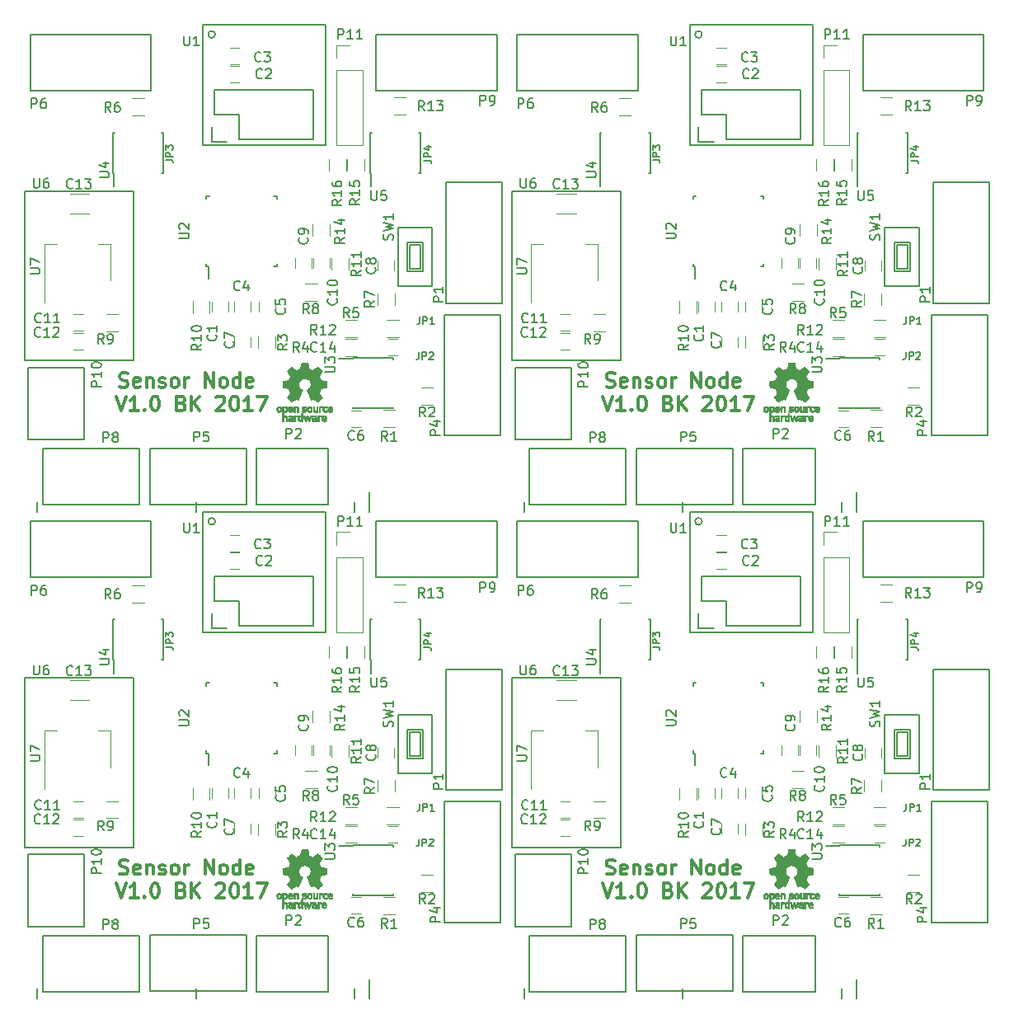
<source format=gto>
G04 #@! TF.FileFunction,Legend,Top*
%FSLAX46Y46*%
G04 Gerber Fmt 4.6, Leading zero omitted, Abs format (unit mm)*
G04 Created by KiCad (PCBNEW 4.0.2-stable) date 12/4/2017 3:47:35 PM*
%MOMM*%
G01*
G04 APERTURE LIST*
%ADD10C,0.100000*%
%ADD11C,0.300000*%
%ADD12C,0.200000*%
%ADD13C,0.120000*%
%ADD14C,0.150000*%
%ADD15C,0.010000*%
G04 APERTURE END LIST*
D10*
D11*
X80142929Y-137166643D02*
X80357215Y-137238071D01*
X80714358Y-137238071D01*
X80857215Y-137166643D01*
X80928644Y-137095214D01*
X81000072Y-136952357D01*
X81000072Y-136809500D01*
X80928644Y-136666643D01*
X80857215Y-136595214D01*
X80714358Y-136523786D01*
X80428644Y-136452357D01*
X80285786Y-136380929D01*
X80214358Y-136309500D01*
X80142929Y-136166643D01*
X80142929Y-136023786D01*
X80214358Y-135880929D01*
X80285786Y-135809500D01*
X80428644Y-135738071D01*
X80785786Y-135738071D01*
X81000072Y-135809500D01*
X82214357Y-137166643D02*
X82071500Y-137238071D01*
X81785786Y-137238071D01*
X81642929Y-137166643D01*
X81571500Y-137023786D01*
X81571500Y-136452357D01*
X81642929Y-136309500D01*
X81785786Y-136238071D01*
X82071500Y-136238071D01*
X82214357Y-136309500D01*
X82285786Y-136452357D01*
X82285786Y-136595214D01*
X81571500Y-136738071D01*
X82928643Y-136238071D02*
X82928643Y-137238071D01*
X82928643Y-136380929D02*
X83000071Y-136309500D01*
X83142929Y-136238071D01*
X83357214Y-136238071D01*
X83500071Y-136309500D01*
X83571500Y-136452357D01*
X83571500Y-137238071D01*
X84214357Y-137166643D02*
X84357214Y-137238071D01*
X84642929Y-137238071D01*
X84785786Y-137166643D01*
X84857214Y-137023786D01*
X84857214Y-136952357D01*
X84785786Y-136809500D01*
X84642929Y-136738071D01*
X84428643Y-136738071D01*
X84285786Y-136666643D01*
X84214357Y-136523786D01*
X84214357Y-136452357D01*
X84285786Y-136309500D01*
X84428643Y-136238071D01*
X84642929Y-136238071D01*
X84785786Y-136309500D01*
X85714358Y-137238071D02*
X85571500Y-137166643D01*
X85500072Y-137095214D01*
X85428643Y-136952357D01*
X85428643Y-136523786D01*
X85500072Y-136380929D01*
X85571500Y-136309500D01*
X85714358Y-136238071D01*
X85928643Y-136238071D01*
X86071500Y-136309500D01*
X86142929Y-136380929D01*
X86214358Y-136523786D01*
X86214358Y-136952357D01*
X86142929Y-137095214D01*
X86071500Y-137166643D01*
X85928643Y-137238071D01*
X85714358Y-137238071D01*
X86857215Y-137238071D02*
X86857215Y-136238071D01*
X86857215Y-136523786D02*
X86928643Y-136380929D01*
X87000072Y-136309500D01*
X87142929Y-136238071D01*
X87285786Y-136238071D01*
X88928643Y-137238071D02*
X88928643Y-135738071D01*
X89785786Y-137238071D01*
X89785786Y-135738071D01*
X90714358Y-137238071D02*
X90571500Y-137166643D01*
X90500072Y-137095214D01*
X90428643Y-136952357D01*
X90428643Y-136523786D01*
X90500072Y-136380929D01*
X90571500Y-136309500D01*
X90714358Y-136238071D01*
X90928643Y-136238071D01*
X91071500Y-136309500D01*
X91142929Y-136380929D01*
X91214358Y-136523786D01*
X91214358Y-136952357D01*
X91142929Y-137095214D01*
X91071500Y-137166643D01*
X90928643Y-137238071D01*
X90714358Y-137238071D01*
X92500072Y-137238071D02*
X92500072Y-135738071D01*
X92500072Y-137166643D02*
X92357215Y-137238071D01*
X92071501Y-137238071D01*
X91928643Y-137166643D01*
X91857215Y-137095214D01*
X91785786Y-136952357D01*
X91785786Y-136523786D01*
X91857215Y-136380929D01*
X91928643Y-136309500D01*
X92071501Y-136238071D01*
X92357215Y-136238071D01*
X92500072Y-136309500D01*
X93785786Y-137166643D02*
X93642929Y-137238071D01*
X93357215Y-137238071D01*
X93214358Y-137166643D01*
X93142929Y-137023786D01*
X93142929Y-136452357D01*
X93214358Y-136309500D01*
X93357215Y-136238071D01*
X93642929Y-136238071D01*
X93785786Y-136309500D01*
X93857215Y-136452357D01*
X93857215Y-136595214D01*
X93142929Y-136738071D01*
X79785787Y-138138071D02*
X80285787Y-139638071D01*
X80785787Y-138138071D01*
X82071501Y-139638071D02*
X81214358Y-139638071D01*
X81642930Y-139638071D02*
X81642930Y-138138071D01*
X81500073Y-138352357D01*
X81357215Y-138495214D01*
X81214358Y-138566643D01*
X82714358Y-139495214D02*
X82785786Y-139566643D01*
X82714358Y-139638071D01*
X82642929Y-139566643D01*
X82714358Y-139495214D01*
X82714358Y-139638071D01*
X83714358Y-138138071D02*
X83857215Y-138138071D01*
X84000072Y-138209500D01*
X84071501Y-138280929D01*
X84142930Y-138423786D01*
X84214358Y-138709500D01*
X84214358Y-139066643D01*
X84142930Y-139352357D01*
X84071501Y-139495214D01*
X84000072Y-139566643D01*
X83857215Y-139638071D01*
X83714358Y-139638071D01*
X83571501Y-139566643D01*
X83500072Y-139495214D01*
X83428644Y-139352357D01*
X83357215Y-139066643D01*
X83357215Y-138709500D01*
X83428644Y-138423786D01*
X83500072Y-138280929D01*
X83571501Y-138209500D01*
X83714358Y-138138071D01*
X86500072Y-138852357D02*
X86714358Y-138923786D01*
X86785786Y-138995214D01*
X86857215Y-139138071D01*
X86857215Y-139352357D01*
X86785786Y-139495214D01*
X86714358Y-139566643D01*
X86571500Y-139638071D01*
X86000072Y-139638071D01*
X86000072Y-138138071D01*
X86500072Y-138138071D01*
X86642929Y-138209500D01*
X86714358Y-138280929D01*
X86785786Y-138423786D01*
X86785786Y-138566643D01*
X86714358Y-138709500D01*
X86642929Y-138780929D01*
X86500072Y-138852357D01*
X86000072Y-138852357D01*
X87500072Y-139638071D02*
X87500072Y-138138071D01*
X88357215Y-139638071D02*
X87714358Y-138780929D01*
X88357215Y-138138071D02*
X87500072Y-138995214D01*
X90071500Y-138280929D02*
X90142929Y-138209500D01*
X90285786Y-138138071D01*
X90642929Y-138138071D01*
X90785786Y-138209500D01*
X90857215Y-138280929D01*
X90928643Y-138423786D01*
X90928643Y-138566643D01*
X90857215Y-138780929D01*
X90000072Y-139638071D01*
X90928643Y-139638071D01*
X91857214Y-138138071D02*
X92000071Y-138138071D01*
X92142928Y-138209500D01*
X92214357Y-138280929D01*
X92285786Y-138423786D01*
X92357214Y-138709500D01*
X92357214Y-139066643D01*
X92285786Y-139352357D01*
X92214357Y-139495214D01*
X92142928Y-139566643D01*
X92000071Y-139638071D01*
X91857214Y-139638071D01*
X91714357Y-139566643D01*
X91642928Y-139495214D01*
X91571500Y-139352357D01*
X91500071Y-139066643D01*
X91500071Y-138709500D01*
X91571500Y-138423786D01*
X91642928Y-138280929D01*
X91714357Y-138209500D01*
X91857214Y-138138071D01*
X93785785Y-139638071D02*
X92928642Y-139638071D01*
X93357214Y-139638071D02*
X93357214Y-138138071D01*
X93214357Y-138352357D01*
X93071499Y-138495214D01*
X92928642Y-138566643D01*
X94285785Y-138138071D02*
X95285785Y-138138071D01*
X94642928Y-139638071D01*
D12*
X71700000Y-150000000D02*
X71700000Y-149000000D01*
X88000000Y-150000000D02*
X88000000Y-149000000D01*
X105800000Y-148000000D02*
X105800000Y-150000000D01*
X104300000Y-150000000D02*
X104300000Y-149000000D01*
D11*
X130142929Y-137166643D02*
X130357215Y-137238071D01*
X130714358Y-137238071D01*
X130857215Y-137166643D01*
X130928644Y-137095214D01*
X131000072Y-136952357D01*
X131000072Y-136809500D01*
X130928644Y-136666643D01*
X130857215Y-136595214D01*
X130714358Y-136523786D01*
X130428644Y-136452357D01*
X130285786Y-136380929D01*
X130214358Y-136309500D01*
X130142929Y-136166643D01*
X130142929Y-136023786D01*
X130214358Y-135880929D01*
X130285786Y-135809500D01*
X130428644Y-135738071D01*
X130785786Y-135738071D01*
X131000072Y-135809500D01*
X132214357Y-137166643D02*
X132071500Y-137238071D01*
X131785786Y-137238071D01*
X131642929Y-137166643D01*
X131571500Y-137023786D01*
X131571500Y-136452357D01*
X131642929Y-136309500D01*
X131785786Y-136238071D01*
X132071500Y-136238071D01*
X132214357Y-136309500D01*
X132285786Y-136452357D01*
X132285786Y-136595214D01*
X131571500Y-136738071D01*
X132928643Y-136238071D02*
X132928643Y-137238071D01*
X132928643Y-136380929D02*
X133000071Y-136309500D01*
X133142929Y-136238071D01*
X133357214Y-136238071D01*
X133500071Y-136309500D01*
X133571500Y-136452357D01*
X133571500Y-137238071D01*
X134214357Y-137166643D02*
X134357214Y-137238071D01*
X134642929Y-137238071D01*
X134785786Y-137166643D01*
X134857214Y-137023786D01*
X134857214Y-136952357D01*
X134785786Y-136809500D01*
X134642929Y-136738071D01*
X134428643Y-136738071D01*
X134285786Y-136666643D01*
X134214357Y-136523786D01*
X134214357Y-136452357D01*
X134285786Y-136309500D01*
X134428643Y-136238071D01*
X134642929Y-136238071D01*
X134785786Y-136309500D01*
X135714358Y-137238071D02*
X135571500Y-137166643D01*
X135500072Y-137095214D01*
X135428643Y-136952357D01*
X135428643Y-136523786D01*
X135500072Y-136380929D01*
X135571500Y-136309500D01*
X135714358Y-136238071D01*
X135928643Y-136238071D01*
X136071500Y-136309500D01*
X136142929Y-136380929D01*
X136214358Y-136523786D01*
X136214358Y-136952357D01*
X136142929Y-137095214D01*
X136071500Y-137166643D01*
X135928643Y-137238071D01*
X135714358Y-137238071D01*
X136857215Y-137238071D02*
X136857215Y-136238071D01*
X136857215Y-136523786D02*
X136928643Y-136380929D01*
X137000072Y-136309500D01*
X137142929Y-136238071D01*
X137285786Y-136238071D01*
X138928643Y-137238071D02*
X138928643Y-135738071D01*
X139785786Y-137238071D01*
X139785786Y-135738071D01*
X140714358Y-137238071D02*
X140571500Y-137166643D01*
X140500072Y-137095214D01*
X140428643Y-136952357D01*
X140428643Y-136523786D01*
X140500072Y-136380929D01*
X140571500Y-136309500D01*
X140714358Y-136238071D01*
X140928643Y-136238071D01*
X141071500Y-136309500D01*
X141142929Y-136380929D01*
X141214358Y-136523786D01*
X141214358Y-136952357D01*
X141142929Y-137095214D01*
X141071500Y-137166643D01*
X140928643Y-137238071D01*
X140714358Y-137238071D01*
X142500072Y-137238071D02*
X142500072Y-135738071D01*
X142500072Y-137166643D02*
X142357215Y-137238071D01*
X142071501Y-137238071D01*
X141928643Y-137166643D01*
X141857215Y-137095214D01*
X141785786Y-136952357D01*
X141785786Y-136523786D01*
X141857215Y-136380929D01*
X141928643Y-136309500D01*
X142071501Y-136238071D01*
X142357215Y-136238071D01*
X142500072Y-136309500D01*
X143785786Y-137166643D02*
X143642929Y-137238071D01*
X143357215Y-137238071D01*
X143214358Y-137166643D01*
X143142929Y-137023786D01*
X143142929Y-136452357D01*
X143214358Y-136309500D01*
X143357215Y-136238071D01*
X143642929Y-136238071D01*
X143785786Y-136309500D01*
X143857215Y-136452357D01*
X143857215Y-136595214D01*
X143142929Y-136738071D01*
X129785787Y-138138071D02*
X130285787Y-139638071D01*
X130785787Y-138138071D01*
X132071501Y-139638071D02*
X131214358Y-139638071D01*
X131642930Y-139638071D02*
X131642930Y-138138071D01*
X131500073Y-138352357D01*
X131357215Y-138495214D01*
X131214358Y-138566643D01*
X132714358Y-139495214D02*
X132785786Y-139566643D01*
X132714358Y-139638071D01*
X132642929Y-139566643D01*
X132714358Y-139495214D01*
X132714358Y-139638071D01*
X133714358Y-138138071D02*
X133857215Y-138138071D01*
X134000072Y-138209500D01*
X134071501Y-138280929D01*
X134142930Y-138423786D01*
X134214358Y-138709500D01*
X134214358Y-139066643D01*
X134142930Y-139352357D01*
X134071501Y-139495214D01*
X134000072Y-139566643D01*
X133857215Y-139638071D01*
X133714358Y-139638071D01*
X133571501Y-139566643D01*
X133500072Y-139495214D01*
X133428644Y-139352357D01*
X133357215Y-139066643D01*
X133357215Y-138709500D01*
X133428644Y-138423786D01*
X133500072Y-138280929D01*
X133571501Y-138209500D01*
X133714358Y-138138071D01*
X136500072Y-138852357D02*
X136714358Y-138923786D01*
X136785786Y-138995214D01*
X136857215Y-139138071D01*
X136857215Y-139352357D01*
X136785786Y-139495214D01*
X136714358Y-139566643D01*
X136571500Y-139638071D01*
X136000072Y-139638071D01*
X136000072Y-138138071D01*
X136500072Y-138138071D01*
X136642929Y-138209500D01*
X136714358Y-138280929D01*
X136785786Y-138423786D01*
X136785786Y-138566643D01*
X136714358Y-138709500D01*
X136642929Y-138780929D01*
X136500072Y-138852357D01*
X136000072Y-138852357D01*
X137500072Y-139638071D02*
X137500072Y-138138071D01*
X138357215Y-139638071D02*
X137714358Y-138780929D01*
X138357215Y-138138071D02*
X137500072Y-138995214D01*
X140071500Y-138280929D02*
X140142929Y-138209500D01*
X140285786Y-138138071D01*
X140642929Y-138138071D01*
X140785786Y-138209500D01*
X140857215Y-138280929D01*
X140928643Y-138423786D01*
X140928643Y-138566643D01*
X140857215Y-138780929D01*
X140000072Y-139638071D01*
X140928643Y-139638071D01*
X141857214Y-138138071D02*
X142000071Y-138138071D01*
X142142928Y-138209500D01*
X142214357Y-138280929D01*
X142285786Y-138423786D01*
X142357214Y-138709500D01*
X142357214Y-139066643D01*
X142285786Y-139352357D01*
X142214357Y-139495214D01*
X142142928Y-139566643D01*
X142000071Y-139638071D01*
X141857214Y-139638071D01*
X141714357Y-139566643D01*
X141642928Y-139495214D01*
X141571500Y-139352357D01*
X141500071Y-139066643D01*
X141500071Y-138709500D01*
X141571500Y-138423786D01*
X141642928Y-138280929D01*
X141714357Y-138209500D01*
X141857214Y-138138071D01*
X143785785Y-139638071D02*
X142928642Y-139638071D01*
X143357214Y-139638071D02*
X143357214Y-138138071D01*
X143214357Y-138352357D01*
X143071499Y-138495214D01*
X142928642Y-138566643D01*
X144285785Y-138138071D02*
X145285785Y-138138071D01*
X144642928Y-139638071D01*
D12*
X138000000Y-150000000D02*
X138000000Y-149000000D01*
X154300000Y-150000000D02*
X154300000Y-149000000D01*
X155800000Y-148000000D02*
X155800000Y-150000000D01*
X121700000Y-150000000D02*
X121700000Y-149000000D01*
D11*
X130142929Y-87166643D02*
X130357215Y-87238071D01*
X130714358Y-87238071D01*
X130857215Y-87166643D01*
X130928644Y-87095214D01*
X131000072Y-86952357D01*
X131000072Y-86809500D01*
X130928644Y-86666643D01*
X130857215Y-86595214D01*
X130714358Y-86523786D01*
X130428644Y-86452357D01*
X130285786Y-86380929D01*
X130214358Y-86309500D01*
X130142929Y-86166643D01*
X130142929Y-86023786D01*
X130214358Y-85880929D01*
X130285786Y-85809500D01*
X130428644Y-85738071D01*
X130785786Y-85738071D01*
X131000072Y-85809500D01*
X132214357Y-87166643D02*
X132071500Y-87238071D01*
X131785786Y-87238071D01*
X131642929Y-87166643D01*
X131571500Y-87023786D01*
X131571500Y-86452357D01*
X131642929Y-86309500D01*
X131785786Y-86238071D01*
X132071500Y-86238071D01*
X132214357Y-86309500D01*
X132285786Y-86452357D01*
X132285786Y-86595214D01*
X131571500Y-86738071D01*
X132928643Y-86238071D02*
X132928643Y-87238071D01*
X132928643Y-86380929D02*
X133000071Y-86309500D01*
X133142929Y-86238071D01*
X133357214Y-86238071D01*
X133500071Y-86309500D01*
X133571500Y-86452357D01*
X133571500Y-87238071D01*
X134214357Y-87166643D02*
X134357214Y-87238071D01*
X134642929Y-87238071D01*
X134785786Y-87166643D01*
X134857214Y-87023786D01*
X134857214Y-86952357D01*
X134785786Y-86809500D01*
X134642929Y-86738071D01*
X134428643Y-86738071D01*
X134285786Y-86666643D01*
X134214357Y-86523786D01*
X134214357Y-86452357D01*
X134285786Y-86309500D01*
X134428643Y-86238071D01*
X134642929Y-86238071D01*
X134785786Y-86309500D01*
X135714358Y-87238071D02*
X135571500Y-87166643D01*
X135500072Y-87095214D01*
X135428643Y-86952357D01*
X135428643Y-86523786D01*
X135500072Y-86380929D01*
X135571500Y-86309500D01*
X135714358Y-86238071D01*
X135928643Y-86238071D01*
X136071500Y-86309500D01*
X136142929Y-86380929D01*
X136214358Y-86523786D01*
X136214358Y-86952357D01*
X136142929Y-87095214D01*
X136071500Y-87166643D01*
X135928643Y-87238071D01*
X135714358Y-87238071D01*
X136857215Y-87238071D02*
X136857215Y-86238071D01*
X136857215Y-86523786D02*
X136928643Y-86380929D01*
X137000072Y-86309500D01*
X137142929Y-86238071D01*
X137285786Y-86238071D01*
X138928643Y-87238071D02*
X138928643Y-85738071D01*
X139785786Y-87238071D01*
X139785786Y-85738071D01*
X140714358Y-87238071D02*
X140571500Y-87166643D01*
X140500072Y-87095214D01*
X140428643Y-86952357D01*
X140428643Y-86523786D01*
X140500072Y-86380929D01*
X140571500Y-86309500D01*
X140714358Y-86238071D01*
X140928643Y-86238071D01*
X141071500Y-86309500D01*
X141142929Y-86380929D01*
X141214358Y-86523786D01*
X141214358Y-86952357D01*
X141142929Y-87095214D01*
X141071500Y-87166643D01*
X140928643Y-87238071D01*
X140714358Y-87238071D01*
X142500072Y-87238071D02*
X142500072Y-85738071D01*
X142500072Y-87166643D02*
X142357215Y-87238071D01*
X142071501Y-87238071D01*
X141928643Y-87166643D01*
X141857215Y-87095214D01*
X141785786Y-86952357D01*
X141785786Y-86523786D01*
X141857215Y-86380929D01*
X141928643Y-86309500D01*
X142071501Y-86238071D01*
X142357215Y-86238071D01*
X142500072Y-86309500D01*
X143785786Y-87166643D02*
X143642929Y-87238071D01*
X143357215Y-87238071D01*
X143214358Y-87166643D01*
X143142929Y-87023786D01*
X143142929Y-86452357D01*
X143214358Y-86309500D01*
X143357215Y-86238071D01*
X143642929Y-86238071D01*
X143785786Y-86309500D01*
X143857215Y-86452357D01*
X143857215Y-86595214D01*
X143142929Y-86738071D01*
X129785787Y-88138071D02*
X130285787Y-89638071D01*
X130785787Y-88138071D01*
X132071501Y-89638071D02*
X131214358Y-89638071D01*
X131642930Y-89638071D02*
X131642930Y-88138071D01*
X131500073Y-88352357D01*
X131357215Y-88495214D01*
X131214358Y-88566643D01*
X132714358Y-89495214D02*
X132785786Y-89566643D01*
X132714358Y-89638071D01*
X132642929Y-89566643D01*
X132714358Y-89495214D01*
X132714358Y-89638071D01*
X133714358Y-88138071D02*
X133857215Y-88138071D01*
X134000072Y-88209500D01*
X134071501Y-88280929D01*
X134142930Y-88423786D01*
X134214358Y-88709500D01*
X134214358Y-89066643D01*
X134142930Y-89352357D01*
X134071501Y-89495214D01*
X134000072Y-89566643D01*
X133857215Y-89638071D01*
X133714358Y-89638071D01*
X133571501Y-89566643D01*
X133500072Y-89495214D01*
X133428644Y-89352357D01*
X133357215Y-89066643D01*
X133357215Y-88709500D01*
X133428644Y-88423786D01*
X133500072Y-88280929D01*
X133571501Y-88209500D01*
X133714358Y-88138071D01*
X136500072Y-88852357D02*
X136714358Y-88923786D01*
X136785786Y-88995214D01*
X136857215Y-89138071D01*
X136857215Y-89352357D01*
X136785786Y-89495214D01*
X136714358Y-89566643D01*
X136571500Y-89638071D01*
X136000072Y-89638071D01*
X136000072Y-88138071D01*
X136500072Y-88138071D01*
X136642929Y-88209500D01*
X136714358Y-88280929D01*
X136785786Y-88423786D01*
X136785786Y-88566643D01*
X136714358Y-88709500D01*
X136642929Y-88780929D01*
X136500072Y-88852357D01*
X136000072Y-88852357D01*
X137500072Y-89638071D02*
X137500072Y-88138071D01*
X138357215Y-89638071D02*
X137714358Y-88780929D01*
X138357215Y-88138071D02*
X137500072Y-88995214D01*
X140071500Y-88280929D02*
X140142929Y-88209500D01*
X140285786Y-88138071D01*
X140642929Y-88138071D01*
X140785786Y-88209500D01*
X140857215Y-88280929D01*
X140928643Y-88423786D01*
X140928643Y-88566643D01*
X140857215Y-88780929D01*
X140000072Y-89638071D01*
X140928643Y-89638071D01*
X141857214Y-88138071D02*
X142000071Y-88138071D01*
X142142928Y-88209500D01*
X142214357Y-88280929D01*
X142285786Y-88423786D01*
X142357214Y-88709500D01*
X142357214Y-89066643D01*
X142285786Y-89352357D01*
X142214357Y-89495214D01*
X142142928Y-89566643D01*
X142000071Y-89638071D01*
X141857214Y-89638071D01*
X141714357Y-89566643D01*
X141642928Y-89495214D01*
X141571500Y-89352357D01*
X141500071Y-89066643D01*
X141500071Y-88709500D01*
X141571500Y-88423786D01*
X141642928Y-88280929D01*
X141714357Y-88209500D01*
X141857214Y-88138071D01*
X143785785Y-89638071D02*
X142928642Y-89638071D01*
X143357214Y-89638071D02*
X143357214Y-88138071D01*
X143214357Y-88352357D01*
X143071499Y-88495214D01*
X142928642Y-88566643D01*
X144285785Y-88138071D02*
X145285785Y-88138071D01*
X144642928Y-89638071D01*
D12*
X138000000Y-100000000D02*
X138000000Y-99000000D01*
X121700000Y-100000000D02*
X121700000Y-99000000D01*
X154300000Y-100000000D02*
X154300000Y-99000000D01*
X155800000Y-98000000D02*
X155800000Y-100000000D01*
X71700000Y-100000000D02*
X71700000Y-99000000D01*
X104300000Y-100000000D02*
X104300000Y-99000000D01*
X88000000Y-100000000D02*
X88000000Y-99000000D01*
D11*
X80142929Y-87166643D02*
X80357215Y-87238071D01*
X80714358Y-87238071D01*
X80857215Y-87166643D01*
X80928644Y-87095214D01*
X81000072Y-86952357D01*
X81000072Y-86809500D01*
X80928644Y-86666643D01*
X80857215Y-86595214D01*
X80714358Y-86523786D01*
X80428644Y-86452357D01*
X80285786Y-86380929D01*
X80214358Y-86309500D01*
X80142929Y-86166643D01*
X80142929Y-86023786D01*
X80214358Y-85880929D01*
X80285786Y-85809500D01*
X80428644Y-85738071D01*
X80785786Y-85738071D01*
X81000072Y-85809500D01*
X82214357Y-87166643D02*
X82071500Y-87238071D01*
X81785786Y-87238071D01*
X81642929Y-87166643D01*
X81571500Y-87023786D01*
X81571500Y-86452357D01*
X81642929Y-86309500D01*
X81785786Y-86238071D01*
X82071500Y-86238071D01*
X82214357Y-86309500D01*
X82285786Y-86452357D01*
X82285786Y-86595214D01*
X81571500Y-86738071D01*
X82928643Y-86238071D02*
X82928643Y-87238071D01*
X82928643Y-86380929D02*
X83000071Y-86309500D01*
X83142929Y-86238071D01*
X83357214Y-86238071D01*
X83500071Y-86309500D01*
X83571500Y-86452357D01*
X83571500Y-87238071D01*
X84214357Y-87166643D02*
X84357214Y-87238071D01*
X84642929Y-87238071D01*
X84785786Y-87166643D01*
X84857214Y-87023786D01*
X84857214Y-86952357D01*
X84785786Y-86809500D01*
X84642929Y-86738071D01*
X84428643Y-86738071D01*
X84285786Y-86666643D01*
X84214357Y-86523786D01*
X84214357Y-86452357D01*
X84285786Y-86309500D01*
X84428643Y-86238071D01*
X84642929Y-86238071D01*
X84785786Y-86309500D01*
X85714358Y-87238071D02*
X85571500Y-87166643D01*
X85500072Y-87095214D01*
X85428643Y-86952357D01*
X85428643Y-86523786D01*
X85500072Y-86380929D01*
X85571500Y-86309500D01*
X85714358Y-86238071D01*
X85928643Y-86238071D01*
X86071500Y-86309500D01*
X86142929Y-86380929D01*
X86214358Y-86523786D01*
X86214358Y-86952357D01*
X86142929Y-87095214D01*
X86071500Y-87166643D01*
X85928643Y-87238071D01*
X85714358Y-87238071D01*
X86857215Y-87238071D02*
X86857215Y-86238071D01*
X86857215Y-86523786D02*
X86928643Y-86380929D01*
X87000072Y-86309500D01*
X87142929Y-86238071D01*
X87285786Y-86238071D01*
X88928643Y-87238071D02*
X88928643Y-85738071D01*
X89785786Y-87238071D01*
X89785786Y-85738071D01*
X90714358Y-87238071D02*
X90571500Y-87166643D01*
X90500072Y-87095214D01*
X90428643Y-86952357D01*
X90428643Y-86523786D01*
X90500072Y-86380929D01*
X90571500Y-86309500D01*
X90714358Y-86238071D01*
X90928643Y-86238071D01*
X91071500Y-86309500D01*
X91142929Y-86380929D01*
X91214358Y-86523786D01*
X91214358Y-86952357D01*
X91142929Y-87095214D01*
X91071500Y-87166643D01*
X90928643Y-87238071D01*
X90714358Y-87238071D01*
X92500072Y-87238071D02*
X92500072Y-85738071D01*
X92500072Y-87166643D02*
X92357215Y-87238071D01*
X92071501Y-87238071D01*
X91928643Y-87166643D01*
X91857215Y-87095214D01*
X91785786Y-86952357D01*
X91785786Y-86523786D01*
X91857215Y-86380929D01*
X91928643Y-86309500D01*
X92071501Y-86238071D01*
X92357215Y-86238071D01*
X92500072Y-86309500D01*
X93785786Y-87166643D02*
X93642929Y-87238071D01*
X93357215Y-87238071D01*
X93214358Y-87166643D01*
X93142929Y-87023786D01*
X93142929Y-86452357D01*
X93214358Y-86309500D01*
X93357215Y-86238071D01*
X93642929Y-86238071D01*
X93785786Y-86309500D01*
X93857215Y-86452357D01*
X93857215Y-86595214D01*
X93142929Y-86738071D01*
X79785787Y-88138071D02*
X80285787Y-89638071D01*
X80785787Y-88138071D01*
X82071501Y-89638071D02*
X81214358Y-89638071D01*
X81642930Y-89638071D02*
X81642930Y-88138071D01*
X81500073Y-88352357D01*
X81357215Y-88495214D01*
X81214358Y-88566643D01*
X82714358Y-89495214D02*
X82785786Y-89566643D01*
X82714358Y-89638071D01*
X82642929Y-89566643D01*
X82714358Y-89495214D01*
X82714358Y-89638071D01*
X83714358Y-88138071D02*
X83857215Y-88138071D01*
X84000072Y-88209500D01*
X84071501Y-88280929D01*
X84142930Y-88423786D01*
X84214358Y-88709500D01*
X84214358Y-89066643D01*
X84142930Y-89352357D01*
X84071501Y-89495214D01*
X84000072Y-89566643D01*
X83857215Y-89638071D01*
X83714358Y-89638071D01*
X83571501Y-89566643D01*
X83500072Y-89495214D01*
X83428644Y-89352357D01*
X83357215Y-89066643D01*
X83357215Y-88709500D01*
X83428644Y-88423786D01*
X83500072Y-88280929D01*
X83571501Y-88209500D01*
X83714358Y-88138071D01*
X86500072Y-88852357D02*
X86714358Y-88923786D01*
X86785786Y-88995214D01*
X86857215Y-89138071D01*
X86857215Y-89352357D01*
X86785786Y-89495214D01*
X86714358Y-89566643D01*
X86571500Y-89638071D01*
X86000072Y-89638071D01*
X86000072Y-88138071D01*
X86500072Y-88138071D01*
X86642929Y-88209500D01*
X86714358Y-88280929D01*
X86785786Y-88423786D01*
X86785786Y-88566643D01*
X86714358Y-88709500D01*
X86642929Y-88780929D01*
X86500072Y-88852357D01*
X86000072Y-88852357D01*
X87500072Y-89638071D02*
X87500072Y-88138071D01*
X88357215Y-89638071D02*
X87714358Y-88780929D01*
X88357215Y-88138071D02*
X87500072Y-88995214D01*
X90071500Y-88280929D02*
X90142929Y-88209500D01*
X90285786Y-88138071D01*
X90642929Y-88138071D01*
X90785786Y-88209500D01*
X90857215Y-88280929D01*
X90928643Y-88423786D01*
X90928643Y-88566643D01*
X90857215Y-88780929D01*
X90000072Y-89638071D01*
X90928643Y-89638071D01*
X91857214Y-88138071D02*
X92000071Y-88138071D01*
X92142928Y-88209500D01*
X92214357Y-88280929D01*
X92285786Y-88423786D01*
X92357214Y-88709500D01*
X92357214Y-89066643D01*
X92285786Y-89352357D01*
X92214357Y-89495214D01*
X92142928Y-89566643D01*
X92000071Y-89638071D01*
X91857214Y-89638071D01*
X91714357Y-89566643D01*
X91642928Y-89495214D01*
X91571500Y-89352357D01*
X91500071Y-89066643D01*
X91500071Y-88709500D01*
X91571500Y-88423786D01*
X91642928Y-88280929D01*
X91714357Y-88209500D01*
X91857214Y-88138071D01*
X93785785Y-89638071D02*
X92928642Y-89638071D01*
X93357214Y-89638071D02*
X93357214Y-88138071D01*
X93214357Y-88352357D01*
X93071499Y-88495214D01*
X92928642Y-88566643D01*
X94285785Y-88138071D02*
X95285785Y-88138071D01*
X94642928Y-89638071D01*
D12*
X105800000Y-98000000D02*
X105800000Y-100000000D01*
D13*
X151931500Y-125151500D02*
X151931500Y-123951500D01*
X153691500Y-123951500D02*
X153691500Y-125151500D01*
X156660500Y-124242000D02*
X156660500Y-125242000D01*
X158360500Y-125242000D02*
X158360500Y-124242000D01*
D14*
X169449000Y-116196000D02*
X169449000Y-128596000D01*
X163699000Y-116196000D02*
X163699000Y-128596000D01*
X169449000Y-116196000D02*
X163699000Y-116196000D01*
X169449000Y-128596000D02*
X163699000Y-128596000D01*
X159944780Y-125092890D02*
X159944780Y-122592890D01*
X159944780Y-122592890D02*
X161044780Y-122592890D01*
X161044780Y-122592890D02*
X161044780Y-125092890D01*
X161044780Y-125092890D02*
X159944780Y-125092890D01*
X161294780Y-125342890D02*
X161294780Y-122342890D01*
X159694780Y-125342890D02*
X159694780Y-122342890D01*
X159694780Y-122342890D02*
X161294780Y-122342890D01*
X159694780Y-125342890D02*
X161294780Y-125342890D01*
X162244780Y-126842890D02*
X162244780Y-120842890D01*
X158744780Y-126842890D02*
X158744780Y-120842890D01*
X158744780Y-126842890D02*
X162244780Y-126842890D01*
X158744780Y-120842890D02*
X162244780Y-120842890D01*
D13*
X158390500Y-127571000D02*
X158390500Y-128771000D01*
X156630500Y-128771000D02*
X156630500Y-127571000D01*
X149963000Y-121659000D02*
X149963000Y-120459000D01*
X151723000Y-120459000D02*
X151723000Y-121659000D01*
X132647000Y-109302500D02*
X131447000Y-109302500D01*
X131447000Y-107542500D02*
X132647000Y-107542500D01*
D14*
X120961000Y-100992500D02*
X133361000Y-100992500D01*
X120961000Y-106742500D02*
X133361000Y-106742500D01*
X120961000Y-100992500D02*
X120961000Y-106742500D01*
X133361000Y-100992500D02*
X133361000Y-106742500D01*
X129472000Y-115196500D02*
X129522000Y-115196500D01*
X129472000Y-111046500D02*
X129617000Y-111046500D01*
X134622000Y-111046500D02*
X134477000Y-111046500D01*
X134622000Y-115196500D02*
X134477000Y-115196500D01*
X129472000Y-115196500D02*
X129472000Y-111046500D01*
X134622000Y-115196500D02*
X134622000Y-111046500D01*
X129522000Y-115196500D02*
X129522000Y-116596500D01*
D15*
G36*
X147219741Y-139165184D02*
X147246253Y-139178282D01*
X147278947Y-139201106D01*
X147302775Y-139225996D01*
X147319094Y-139257249D01*
X147329260Y-139299166D01*
X147334628Y-139356044D01*
X147336556Y-139432184D01*
X147336669Y-139464917D01*
X147336339Y-139536656D01*
X147334973Y-139587927D01*
X147332000Y-139623404D01*
X147326851Y-139647763D01*
X147318957Y-139665680D01*
X147310743Y-139677902D01*
X147258313Y-139729905D01*
X147196570Y-139761184D01*
X147129964Y-139770592D01*
X147062942Y-139756980D01*
X147041708Y-139747354D01*
X146990876Y-139720859D01*
X146990876Y-140136052D01*
X147027975Y-140116868D01*
X147076857Y-140102025D01*
X147136939Y-140098222D01*
X147196936Y-140105243D01*
X147242244Y-140121013D01*
X147279825Y-140151047D01*
X147311936Y-140194024D01*
X147314350Y-140198436D01*
X147324533Y-140219221D01*
X147331970Y-140240170D01*
X147337089Y-140265548D01*
X147340319Y-140299618D01*
X147342087Y-140346641D01*
X147342823Y-140410882D01*
X147342956Y-140483176D01*
X147342956Y-140713822D01*
X147204639Y-140713822D01*
X147204639Y-140288533D01*
X147165951Y-140255979D01*
X147125762Y-140229940D01*
X147087703Y-140225205D01*
X147049434Y-140237389D01*
X147029038Y-140249320D01*
X147013858Y-140266313D01*
X147003062Y-140291995D01*
X146995817Y-140329991D01*
X146991292Y-140383926D01*
X146988656Y-140457425D01*
X146987728Y-140506347D01*
X146984589Y-140707535D01*
X146918574Y-140711336D01*
X146852560Y-140715136D01*
X146852560Y-139466650D01*
X146990876Y-139466650D01*
X146994403Y-139536254D01*
X147006285Y-139584569D01*
X147028480Y-139614631D01*
X147062941Y-139629471D01*
X147097758Y-139632436D01*
X147137171Y-139629028D01*
X147163329Y-139615617D01*
X147179686Y-139597896D01*
X147192563Y-139578835D01*
X147200228Y-139557601D01*
X147203639Y-139527849D01*
X147203751Y-139483236D01*
X147202603Y-139445880D01*
X147199968Y-139389604D01*
X147196044Y-139352658D01*
X147189437Y-139329223D01*
X147178751Y-139313480D01*
X147168667Y-139304380D01*
X147126530Y-139284537D01*
X147076660Y-139281332D01*
X147048024Y-139288168D01*
X147019672Y-139312464D01*
X147000891Y-139359728D01*
X146991788Y-139429624D01*
X146990876Y-139466650D01*
X146852560Y-139466650D01*
X146852560Y-139154614D01*
X146921718Y-139154614D01*
X146963240Y-139156256D01*
X146984662Y-139162087D01*
X146990874Y-139173461D01*
X146990876Y-139173798D01*
X146993758Y-139184938D01*
X147006470Y-139183673D01*
X147031743Y-139171433D01*
X147090631Y-139152707D01*
X147156885Y-139150739D01*
X147219741Y-139165184D01*
X147219741Y-139165184D01*
G37*
X147219741Y-139165184D02*
X147246253Y-139178282D01*
X147278947Y-139201106D01*
X147302775Y-139225996D01*
X147319094Y-139257249D01*
X147329260Y-139299166D01*
X147334628Y-139356044D01*
X147336556Y-139432184D01*
X147336669Y-139464917D01*
X147336339Y-139536656D01*
X147334973Y-139587927D01*
X147332000Y-139623404D01*
X147326851Y-139647763D01*
X147318957Y-139665680D01*
X147310743Y-139677902D01*
X147258313Y-139729905D01*
X147196570Y-139761184D01*
X147129964Y-139770592D01*
X147062942Y-139756980D01*
X147041708Y-139747354D01*
X146990876Y-139720859D01*
X146990876Y-140136052D01*
X147027975Y-140116868D01*
X147076857Y-140102025D01*
X147136939Y-140098222D01*
X147196936Y-140105243D01*
X147242244Y-140121013D01*
X147279825Y-140151047D01*
X147311936Y-140194024D01*
X147314350Y-140198436D01*
X147324533Y-140219221D01*
X147331970Y-140240170D01*
X147337089Y-140265548D01*
X147340319Y-140299618D01*
X147342087Y-140346641D01*
X147342823Y-140410882D01*
X147342956Y-140483176D01*
X147342956Y-140713822D01*
X147204639Y-140713822D01*
X147204639Y-140288533D01*
X147165951Y-140255979D01*
X147125762Y-140229940D01*
X147087703Y-140225205D01*
X147049434Y-140237389D01*
X147029038Y-140249320D01*
X147013858Y-140266313D01*
X147003062Y-140291995D01*
X146995817Y-140329991D01*
X146991292Y-140383926D01*
X146988656Y-140457425D01*
X146987728Y-140506347D01*
X146984589Y-140707535D01*
X146918574Y-140711336D01*
X146852560Y-140715136D01*
X146852560Y-139466650D01*
X146990876Y-139466650D01*
X146994403Y-139536254D01*
X147006285Y-139584569D01*
X147028480Y-139614631D01*
X147062941Y-139629471D01*
X147097758Y-139632436D01*
X147137171Y-139629028D01*
X147163329Y-139615617D01*
X147179686Y-139597896D01*
X147192563Y-139578835D01*
X147200228Y-139557601D01*
X147203639Y-139527849D01*
X147203751Y-139483236D01*
X147202603Y-139445880D01*
X147199968Y-139389604D01*
X147196044Y-139352658D01*
X147189437Y-139329223D01*
X147178751Y-139313480D01*
X147168667Y-139304380D01*
X147126530Y-139284537D01*
X147076660Y-139281332D01*
X147048024Y-139288168D01*
X147019672Y-139312464D01*
X147000891Y-139359728D01*
X146991788Y-139429624D01*
X146990876Y-139466650D01*
X146852560Y-139466650D01*
X146852560Y-139154614D01*
X146921718Y-139154614D01*
X146963240Y-139156256D01*
X146984662Y-139162087D01*
X146990874Y-139173461D01*
X146990876Y-139173798D01*
X146993758Y-139184938D01*
X147006470Y-139183673D01*
X147031743Y-139171433D01*
X147090631Y-139152707D01*
X147156885Y-139150739D01*
X147219741Y-139165184D01*
G36*
X147744290Y-140102555D02*
X147803445Y-140118339D01*
X147848477Y-140146948D01*
X147880254Y-140184419D01*
X147890134Y-140200411D01*
X147897427Y-140217163D01*
X147902526Y-140238592D01*
X147905821Y-140268616D01*
X147907703Y-140311154D01*
X147908563Y-140370122D01*
X147908793Y-140449440D01*
X147908797Y-140470484D01*
X147908797Y-140713822D01*
X147848441Y-140713822D01*
X147809943Y-140711126D01*
X147781477Y-140704295D01*
X147774345Y-140700083D01*
X147754848Y-140692813D01*
X147734934Y-140700083D01*
X147702147Y-140709160D01*
X147654522Y-140712813D01*
X147601736Y-140711228D01*
X147553464Y-140704589D01*
X147525282Y-140696072D01*
X147470747Y-140661063D01*
X147436665Y-140612479D01*
X147421343Y-140547882D01*
X147421201Y-140546223D01*
X147422545Y-140517566D01*
X147544144Y-140517566D01*
X147554774Y-140550161D01*
X147572090Y-140568505D01*
X147606848Y-140582379D01*
X147652727Y-140587917D01*
X147699512Y-140585191D01*
X147736986Y-140574274D01*
X147747485Y-140567269D01*
X147765832Y-140534904D01*
X147770480Y-140498111D01*
X147770480Y-140449763D01*
X147700918Y-140449763D01*
X147634833Y-140454850D01*
X147584736Y-140469263D01*
X147553571Y-140491729D01*
X147544144Y-140517566D01*
X147422545Y-140517566D01*
X147424513Y-140475647D01*
X147447790Y-140419845D01*
X147491552Y-140377647D01*
X147497601Y-140373808D01*
X147523593Y-140361309D01*
X147555765Y-140353740D01*
X147600740Y-140350061D01*
X147654169Y-140349216D01*
X147770480Y-140349169D01*
X147770480Y-140300411D01*
X147765547Y-140262581D01*
X147752957Y-140237236D01*
X147751483Y-140235887D01*
X147723466Y-140224800D01*
X147681174Y-140220503D01*
X147634436Y-140222615D01*
X147593082Y-140230756D01*
X147568543Y-140242965D01*
X147555247Y-140252746D01*
X147541206Y-140254613D01*
X147521829Y-140246600D01*
X147492524Y-140226739D01*
X147448697Y-140193063D01*
X147444675Y-140189909D01*
X147446736Y-140178236D01*
X147463932Y-140158822D01*
X147490067Y-140137248D01*
X147518948Y-140119096D01*
X147528022Y-140114809D01*
X147561120Y-140106256D01*
X147609620Y-140100155D01*
X147663805Y-140097708D01*
X147666339Y-140097703D01*
X147744290Y-140102555D01*
X147744290Y-140102555D01*
G37*
X147744290Y-140102555D02*
X147803445Y-140118339D01*
X147848477Y-140146948D01*
X147880254Y-140184419D01*
X147890134Y-140200411D01*
X147897427Y-140217163D01*
X147902526Y-140238592D01*
X147905821Y-140268616D01*
X147907703Y-140311154D01*
X147908563Y-140370122D01*
X147908793Y-140449440D01*
X147908797Y-140470484D01*
X147908797Y-140713822D01*
X147848441Y-140713822D01*
X147809943Y-140711126D01*
X147781477Y-140704295D01*
X147774345Y-140700083D01*
X147754848Y-140692813D01*
X147734934Y-140700083D01*
X147702147Y-140709160D01*
X147654522Y-140712813D01*
X147601736Y-140711228D01*
X147553464Y-140704589D01*
X147525282Y-140696072D01*
X147470747Y-140661063D01*
X147436665Y-140612479D01*
X147421343Y-140547882D01*
X147421201Y-140546223D01*
X147422545Y-140517566D01*
X147544144Y-140517566D01*
X147554774Y-140550161D01*
X147572090Y-140568505D01*
X147606848Y-140582379D01*
X147652727Y-140587917D01*
X147699512Y-140585191D01*
X147736986Y-140574274D01*
X147747485Y-140567269D01*
X147765832Y-140534904D01*
X147770480Y-140498111D01*
X147770480Y-140449763D01*
X147700918Y-140449763D01*
X147634833Y-140454850D01*
X147584736Y-140469263D01*
X147553571Y-140491729D01*
X147544144Y-140517566D01*
X147422545Y-140517566D01*
X147424513Y-140475647D01*
X147447790Y-140419845D01*
X147491552Y-140377647D01*
X147497601Y-140373808D01*
X147523593Y-140361309D01*
X147555765Y-140353740D01*
X147600740Y-140350061D01*
X147654169Y-140349216D01*
X147770480Y-140349169D01*
X147770480Y-140300411D01*
X147765547Y-140262581D01*
X147752957Y-140237236D01*
X147751483Y-140235887D01*
X147723466Y-140224800D01*
X147681174Y-140220503D01*
X147634436Y-140222615D01*
X147593082Y-140230756D01*
X147568543Y-140242965D01*
X147555247Y-140252746D01*
X147541206Y-140254613D01*
X147521829Y-140246600D01*
X147492524Y-140226739D01*
X147448697Y-140193063D01*
X147444675Y-140189909D01*
X147446736Y-140178236D01*
X147463932Y-140158822D01*
X147490067Y-140137248D01*
X147518948Y-140119096D01*
X147528022Y-140114809D01*
X147561120Y-140106256D01*
X147609620Y-140100155D01*
X147663805Y-140097708D01*
X147666339Y-140097703D01*
X147744290Y-140102555D01*
G36*
X148135144Y-140099020D02*
X148153961Y-140104660D01*
X148160027Y-140117053D01*
X148160282Y-140122647D01*
X148161371Y-140138230D01*
X148168868Y-140140676D01*
X148189119Y-140129993D01*
X148201149Y-140122694D01*
X148239100Y-140107063D01*
X148284428Y-140099334D01*
X148331956Y-140098740D01*
X148376505Y-140104513D01*
X148412898Y-140115884D01*
X148435957Y-140132088D01*
X148440504Y-140152355D01*
X148438209Y-140157843D01*
X148421480Y-140180626D01*
X148395537Y-140208647D01*
X148390845Y-140213177D01*
X148366117Y-140234005D01*
X148344782Y-140240735D01*
X148314945Y-140236038D01*
X148302992Y-140232917D01*
X148265795Y-140225421D01*
X148239641Y-140228792D01*
X148217554Y-140240681D01*
X148197322Y-140256635D01*
X148182421Y-140276700D01*
X148172066Y-140304702D01*
X148165471Y-140344467D01*
X148161851Y-140399823D01*
X148160422Y-140474594D01*
X148160282Y-140519740D01*
X148160282Y-140713822D01*
X148034540Y-140713822D01*
X148034540Y-140097683D01*
X148097411Y-140097683D01*
X148135144Y-140099020D01*
X148135144Y-140099020D01*
G37*
X148135144Y-140099020D02*
X148153961Y-140104660D01*
X148160027Y-140117053D01*
X148160282Y-140122647D01*
X148161371Y-140138230D01*
X148168868Y-140140676D01*
X148189119Y-140129993D01*
X148201149Y-140122694D01*
X148239100Y-140107063D01*
X148284428Y-140099334D01*
X148331956Y-140098740D01*
X148376505Y-140104513D01*
X148412898Y-140115884D01*
X148435957Y-140132088D01*
X148440504Y-140152355D01*
X148438209Y-140157843D01*
X148421480Y-140180626D01*
X148395537Y-140208647D01*
X148390845Y-140213177D01*
X148366117Y-140234005D01*
X148344782Y-140240735D01*
X148314945Y-140236038D01*
X148302992Y-140232917D01*
X148265795Y-140225421D01*
X148239641Y-140228792D01*
X148217554Y-140240681D01*
X148197322Y-140256635D01*
X148182421Y-140276700D01*
X148172066Y-140304702D01*
X148165471Y-140344467D01*
X148161851Y-140399823D01*
X148160422Y-140474594D01*
X148160282Y-140519740D01*
X148160282Y-140713822D01*
X148034540Y-140713822D01*
X148034540Y-140097683D01*
X148097411Y-140097683D01*
X148135144Y-140099020D01*
G36*
X148927312Y-140713822D02*
X148858154Y-140713822D01*
X148818012Y-140712645D01*
X148797106Y-140707772D01*
X148789578Y-140697186D01*
X148788995Y-140690029D01*
X148787726Y-140675676D01*
X148779721Y-140672923D01*
X148758685Y-140681771D01*
X148742327Y-140690029D01*
X148679523Y-140709597D01*
X148611252Y-140710729D01*
X148555748Y-140696135D01*
X148504062Y-140660877D01*
X148464662Y-140608835D01*
X148443087Y-140547450D01*
X148442538Y-140544018D01*
X148439333Y-140506571D01*
X148437739Y-140452813D01*
X148437867Y-140412155D01*
X148575221Y-140412155D01*
X148578403Y-140466194D01*
X148585641Y-140510735D01*
X148595440Y-140535888D01*
X148632511Y-140570260D01*
X148676526Y-140582582D01*
X148721916Y-140572618D01*
X148760703Y-140542895D01*
X148775392Y-140522905D01*
X148783981Y-140499050D01*
X148788004Y-140464230D01*
X148788995Y-140411930D01*
X148787222Y-140360139D01*
X148782537Y-140314634D01*
X148775897Y-140284181D01*
X148774790Y-140281452D01*
X148748009Y-140249000D01*
X148708921Y-140231183D01*
X148665185Y-140228306D01*
X148624462Y-140240674D01*
X148594413Y-140268593D01*
X148591296Y-140274148D01*
X148581539Y-140308022D01*
X148576223Y-140356728D01*
X148575221Y-140412155D01*
X148437867Y-140412155D01*
X148437932Y-140391540D01*
X148438836Y-140358563D01*
X148444986Y-140276981D01*
X148457767Y-140215730D01*
X148479029Y-140170449D01*
X148510622Y-140136779D01*
X148541293Y-140117014D01*
X148584146Y-140103120D01*
X148637444Y-140098354D01*
X148692020Y-140102236D01*
X148738708Y-140114282D01*
X148763376Y-140128693D01*
X148788995Y-140151878D01*
X148788995Y-139858773D01*
X148927312Y-139858773D01*
X148927312Y-140713822D01*
X148927312Y-140713822D01*
G37*
X148927312Y-140713822D02*
X148858154Y-140713822D01*
X148818012Y-140712645D01*
X148797106Y-140707772D01*
X148789578Y-140697186D01*
X148788995Y-140690029D01*
X148787726Y-140675676D01*
X148779721Y-140672923D01*
X148758685Y-140681771D01*
X148742327Y-140690029D01*
X148679523Y-140709597D01*
X148611252Y-140710729D01*
X148555748Y-140696135D01*
X148504062Y-140660877D01*
X148464662Y-140608835D01*
X148443087Y-140547450D01*
X148442538Y-140544018D01*
X148439333Y-140506571D01*
X148437739Y-140452813D01*
X148437867Y-140412155D01*
X148575221Y-140412155D01*
X148578403Y-140466194D01*
X148585641Y-140510735D01*
X148595440Y-140535888D01*
X148632511Y-140570260D01*
X148676526Y-140582582D01*
X148721916Y-140572618D01*
X148760703Y-140542895D01*
X148775392Y-140522905D01*
X148783981Y-140499050D01*
X148788004Y-140464230D01*
X148788995Y-140411930D01*
X148787222Y-140360139D01*
X148782537Y-140314634D01*
X148775897Y-140284181D01*
X148774790Y-140281452D01*
X148748009Y-140249000D01*
X148708921Y-140231183D01*
X148665185Y-140228306D01*
X148624462Y-140240674D01*
X148594413Y-140268593D01*
X148591296Y-140274148D01*
X148581539Y-140308022D01*
X148576223Y-140356728D01*
X148575221Y-140412155D01*
X148437867Y-140412155D01*
X148437932Y-140391540D01*
X148438836Y-140358563D01*
X148444986Y-140276981D01*
X148457767Y-140215730D01*
X148479029Y-140170449D01*
X148510622Y-140136779D01*
X148541293Y-140117014D01*
X148584146Y-140103120D01*
X148637444Y-140098354D01*
X148692020Y-140102236D01*
X148738708Y-140114282D01*
X148763376Y-140128693D01*
X148788995Y-140151878D01*
X148788995Y-139858773D01*
X148927312Y-139858773D01*
X148927312Y-140713822D01*
G36*
X149410024Y-140100237D02*
X149459755Y-140103971D01*
X149589791Y-140493773D01*
X149610178Y-140424614D01*
X149622446Y-140381874D01*
X149638585Y-140324115D01*
X149656012Y-140260625D01*
X149665226Y-140226570D01*
X149699888Y-140097683D01*
X149842891Y-140097683D01*
X149800146Y-140232857D01*
X149779096Y-140299342D01*
X149753667Y-140379539D01*
X149727110Y-140463193D01*
X149703402Y-140537782D01*
X149649402Y-140707535D01*
X149591098Y-140711328D01*
X149532795Y-140715122D01*
X149501179Y-140610734D01*
X149481682Y-140545889D01*
X149460404Y-140474400D01*
X149441808Y-140411263D01*
X149441074Y-140408750D01*
X149427184Y-140365969D01*
X149414929Y-140336779D01*
X149406346Y-140325741D01*
X149404582Y-140327018D01*
X149398391Y-140344130D01*
X149386628Y-140380787D01*
X149370725Y-140432378D01*
X149352114Y-140494294D01*
X149342043Y-140528352D01*
X149287507Y-140713822D01*
X149171764Y-140713822D01*
X149079237Y-140421471D01*
X149053244Y-140339462D01*
X149029566Y-140264987D01*
X149009320Y-140201544D01*
X148993626Y-140152632D01*
X148983602Y-140121749D01*
X148980555Y-140112726D01*
X148982967Y-140103487D01*
X149001908Y-140099441D01*
X149041323Y-140099846D01*
X149047493Y-140100152D01*
X149120586Y-140103971D01*
X149168457Y-140280010D01*
X149186053Y-140344211D01*
X149201777Y-140400649D01*
X149214246Y-140444422D01*
X149222074Y-140470630D01*
X149223520Y-140474903D01*
X149229514Y-140469990D01*
X149241601Y-140444532D01*
X149258393Y-140401997D01*
X149278503Y-140345850D01*
X149295503Y-140295130D01*
X149360294Y-140096504D01*
X149410024Y-140100237D01*
X149410024Y-140100237D01*
G37*
X149410024Y-140100237D02*
X149459755Y-140103971D01*
X149589791Y-140493773D01*
X149610178Y-140424614D01*
X149622446Y-140381874D01*
X149638585Y-140324115D01*
X149656012Y-140260625D01*
X149665226Y-140226570D01*
X149699888Y-140097683D01*
X149842891Y-140097683D01*
X149800146Y-140232857D01*
X149779096Y-140299342D01*
X149753667Y-140379539D01*
X149727110Y-140463193D01*
X149703402Y-140537782D01*
X149649402Y-140707535D01*
X149591098Y-140711328D01*
X149532795Y-140715122D01*
X149501179Y-140610734D01*
X149481682Y-140545889D01*
X149460404Y-140474400D01*
X149441808Y-140411263D01*
X149441074Y-140408750D01*
X149427184Y-140365969D01*
X149414929Y-140336779D01*
X149406346Y-140325741D01*
X149404582Y-140327018D01*
X149398391Y-140344130D01*
X149386628Y-140380787D01*
X149370725Y-140432378D01*
X149352114Y-140494294D01*
X149342043Y-140528352D01*
X149287507Y-140713822D01*
X149171764Y-140713822D01*
X149079237Y-140421471D01*
X149053244Y-140339462D01*
X149029566Y-140264987D01*
X149009320Y-140201544D01*
X148993626Y-140152632D01*
X148983602Y-140121749D01*
X148980555Y-140112726D01*
X148982967Y-140103487D01*
X149001908Y-140099441D01*
X149041323Y-140099846D01*
X149047493Y-140100152D01*
X149120586Y-140103971D01*
X149168457Y-140280010D01*
X149186053Y-140344211D01*
X149201777Y-140400649D01*
X149214246Y-140444422D01*
X149222074Y-140470630D01*
X149223520Y-140474903D01*
X149229514Y-140469990D01*
X149241601Y-140444532D01*
X149258393Y-140401997D01*
X149278503Y-140345850D01*
X149295503Y-140295130D01*
X149360294Y-140096504D01*
X149410024Y-140100237D01*
G36*
X150166911Y-140101417D02*
X150219911Y-140114290D01*
X150235231Y-140121110D01*
X150264928Y-140138974D01*
X150287720Y-140159093D01*
X150304583Y-140184962D01*
X150316498Y-140220073D01*
X150324442Y-140267920D01*
X150329394Y-140331996D01*
X150332331Y-140415794D01*
X150333447Y-140471768D01*
X150337552Y-140713822D01*
X150267432Y-140713822D01*
X150224893Y-140712038D01*
X150202976Y-140705942D01*
X150197312Y-140695706D01*
X150194321Y-140684637D01*
X150180951Y-140686754D01*
X150162733Y-140695629D01*
X150117124Y-140709233D01*
X150058507Y-140712899D01*
X149996854Y-140706903D01*
X149942138Y-140691521D01*
X149937230Y-140689386D01*
X149887223Y-140654255D01*
X149854256Y-140605419D01*
X149839087Y-140548333D01*
X149840246Y-140527824D01*
X149964008Y-140527824D01*
X149974913Y-140555425D01*
X150007245Y-140575204D01*
X150059410Y-140585819D01*
X150087287Y-140587228D01*
X150133747Y-140583620D01*
X150164629Y-140569597D01*
X150172164Y-140562931D01*
X150192576Y-140526666D01*
X150197312Y-140493773D01*
X150197312Y-140449763D01*
X150136013Y-140449763D01*
X150064756Y-140453395D01*
X150014776Y-140464818D01*
X149983196Y-140484824D01*
X149976126Y-140493743D01*
X149964008Y-140527824D01*
X149840246Y-140527824D01*
X149842471Y-140488456D01*
X149865163Y-140431244D01*
X149896124Y-140392580D01*
X149914876Y-140375864D01*
X149933233Y-140364878D01*
X149957119Y-140358180D01*
X149992457Y-140354326D01*
X150045169Y-140351873D01*
X150066077Y-140351168D01*
X150197312Y-140346879D01*
X150197120Y-140307158D01*
X150192037Y-140265405D01*
X150173662Y-140240158D01*
X150136539Y-140224030D01*
X150135543Y-140223742D01*
X150082910Y-140217400D01*
X150031406Y-140225684D01*
X149993130Y-140245827D01*
X149977772Y-140255773D01*
X149961230Y-140254397D01*
X149935775Y-140239987D01*
X149920828Y-140229817D01*
X149891591Y-140208088D01*
X149873480Y-140191800D01*
X149870574Y-140187137D01*
X149882540Y-140163005D01*
X149917896Y-140134185D01*
X149933253Y-140124461D01*
X149977401Y-140107714D01*
X150036898Y-140098227D01*
X150102987Y-140096095D01*
X150166911Y-140101417D01*
X150166911Y-140101417D01*
G37*
X150166911Y-140101417D02*
X150219911Y-140114290D01*
X150235231Y-140121110D01*
X150264928Y-140138974D01*
X150287720Y-140159093D01*
X150304583Y-140184962D01*
X150316498Y-140220073D01*
X150324442Y-140267920D01*
X150329394Y-140331996D01*
X150332331Y-140415794D01*
X150333447Y-140471768D01*
X150337552Y-140713822D01*
X150267432Y-140713822D01*
X150224893Y-140712038D01*
X150202976Y-140705942D01*
X150197312Y-140695706D01*
X150194321Y-140684637D01*
X150180951Y-140686754D01*
X150162733Y-140695629D01*
X150117124Y-140709233D01*
X150058507Y-140712899D01*
X149996854Y-140706903D01*
X149942138Y-140691521D01*
X149937230Y-140689386D01*
X149887223Y-140654255D01*
X149854256Y-140605419D01*
X149839087Y-140548333D01*
X149840246Y-140527824D01*
X149964008Y-140527824D01*
X149974913Y-140555425D01*
X150007245Y-140575204D01*
X150059410Y-140585819D01*
X150087287Y-140587228D01*
X150133747Y-140583620D01*
X150164629Y-140569597D01*
X150172164Y-140562931D01*
X150192576Y-140526666D01*
X150197312Y-140493773D01*
X150197312Y-140449763D01*
X150136013Y-140449763D01*
X150064756Y-140453395D01*
X150014776Y-140464818D01*
X149983196Y-140484824D01*
X149976126Y-140493743D01*
X149964008Y-140527824D01*
X149840246Y-140527824D01*
X149842471Y-140488456D01*
X149865163Y-140431244D01*
X149896124Y-140392580D01*
X149914876Y-140375864D01*
X149933233Y-140364878D01*
X149957119Y-140358180D01*
X149992457Y-140354326D01*
X150045169Y-140351873D01*
X150066077Y-140351168D01*
X150197312Y-140346879D01*
X150197120Y-140307158D01*
X150192037Y-140265405D01*
X150173662Y-140240158D01*
X150136539Y-140224030D01*
X150135543Y-140223742D01*
X150082910Y-140217400D01*
X150031406Y-140225684D01*
X149993130Y-140245827D01*
X149977772Y-140255773D01*
X149961230Y-140254397D01*
X149935775Y-140239987D01*
X149920828Y-140229817D01*
X149891591Y-140208088D01*
X149873480Y-140191800D01*
X149870574Y-140187137D01*
X149882540Y-140163005D01*
X149917896Y-140134185D01*
X149933253Y-140124461D01*
X149977401Y-140107714D01*
X150036898Y-140098227D01*
X150102987Y-140096095D01*
X150166911Y-140101417D01*
G36*
X150763755Y-140097486D02*
X150812095Y-140107015D01*
X150839614Y-140121125D01*
X150868564Y-140144568D01*
X150827376Y-140196571D01*
X150801982Y-140228064D01*
X150784738Y-140243428D01*
X150767602Y-140245776D01*
X150742527Y-140238217D01*
X150730757Y-140233941D01*
X150682770Y-140227631D01*
X150638824Y-140241156D01*
X150606560Y-140271710D01*
X150601319Y-140281452D01*
X150595612Y-140307258D01*
X150591206Y-140354817D01*
X150588311Y-140420758D01*
X150587131Y-140501710D01*
X150587114Y-140513226D01*
X150587114Y-140713822D01*
X150448797Y-140713822D01*
X150448797Y-140097683D01*
X150517956Y-140097683D01*
X150557833Y-140098725D01*
X150578607Y-140103358D01*
X150586289Y-140113849D01*
X150587114Y-140123745D01*
X150587114Y-140149806D01*
X150620245Y-140123745D01*
X150658235Y-140105965D01*
X150709270Y-140097174D01*
X150763755Y-140097486D01*
X150763755Y-140097486D01*
G37*
X150763755Y-140097486D02*
X150812095Y-140107015D01*
X150839614Y-140121125D01*
X150868564Y-140144568D01*
X150827376Y-140196571D01*
X150801982Y-140228064D01*
X150784738Y-140243428D01*
X150767602Y-140245776D01*
X150742527Y-140238217D01*
X150730757Y-140233941D01*
X150682770Y-140227631D01*
X150638824Y-140241156D01*
X150606560Y-140271710D01*
X150601319Y-140281452D01*
X150595612Y-140307258D01*
X150591206Y-140354817D01*
X150588311Y-140420758D01*
X150587131Y-140501710D01*
X150587114Y-140513226D01*
X150587114Y-140713822D01*
X150448797Y-140713822D01*
X150448797Y-140097683D01*
X150517956Y-140097683D01*
X150557833Y-140098725D01*
X150578607Y-140103358D01*
X150586289Y-140113849D01*
X150587114Y-140123745D01*
X150587114Y-140149806D01*
X150620245Y-140123745D01*
X150658235Y-140105965D01*
X150709270Y-140097174D01*
X150763755Y-140097486D01*
G36*
X151161081Y-140100970D02*
X151221185Y-140116597D01*
X151271521Y-140148848D01*
X151295893Y-140172940D01*
X151335845Y-140229895D01*
X151358742Y-140295965D01*
X151366608Y-140377182D01*
X151366648Y-140383748D01*
X151366718Y-140449763D01*
X150986764Y-140449763D01*
X150994863Y-140484342D01*
X151009487Y-140515659D01*
X151035081Y-140548291D01*
X151040435Y-140553500D01*
X151086443Y-140581694D01*
X151138910Y-140586475D01*
X151199303Y-140567926D01*
X151209540Y-140562931D01*
X151240939Y-140547745D01*
X151261970Y-140539094D01*
X151265639Y-140538293D01*
X151278448Y-140546063D01*
X151302878Y-140565072D01*
X151315279Y-140575460D01*
X151340976Y-140599321D01*
X151349415Y-140615077D01*
X151343558Y-140629571D01*
X151340428Y-140633534D01*
X151319225Y-140650879D01*
X151284238Y-140671959D01*
X151259837Y-140684265D01*
X151190572Y-140705946D01*
X151113888Y-140712971D01*
X151041265Y-140704647D01*
X151020926Y-140698686D01*
X150957976Y-140664952D01*
X150911315Y-140613045D01*
X150880673Y-140542459D01*
X150865782Y-140452692D01*
X150864147Y-140405753D01*
X150868921Y-140337413D01*
X150989490Y-140337413D01*
X151001152Y-140342465D01*
X151032498Y-140346429D01*
X151078071Y-140348768D01*
X151108946Y-140349169D01*
X151164481Y-140348783D01*
X151199533Y-140346975D01*
X151218762Y-140342773D01*
X151226830Y-140335203D01*
X151228401Y-140324218D01*
X151217621Y-140290381D01*
X151190480Y-140256940D01*
X151154777Y-140231272D01*
X151119060Y-140220772D01*
X151070548Y-140230086D01*
X151028553Y-140257013D01*
X150999436Y-140295827D01*
X150989490Y-140337413D01*
X150868921Y-140337413D01*
X150871099Y-140306236D01*
X150892555Y-140226949D01*
X150928970Y-140167263D01*
X150980797Y-140126549D01*
X151048490Y-140104179D01*
X151085162Y-140099871D01*
X151161081Y-140100970D01*
X151161081Y-140100970D01*
G37*
X151161081Y-140100970D02*
X151221185Y-140116597D01*
X151271521Y-140148848D01*
X151295893Y-140172940D01*
X151335845Y-140229895D01*
X151358742Y-140295965D01*
X151366608Y-140377182D01*
X151366648Y-140383748D01*
X151366718Y-140449763D01*
X150986764Y-140449763D01*
X150994863Y-140484342D01*
X151009487Y-140515659D01*
X151035081Y-140548291D01*
X151040435Y-140553500D01*
X151086443Y-140581694D01*
X151138910Y-140586475D01*
X151199303Y-140567926D01*
X151209540Y-140562931D01*
X151240939Y-140547745D01*
X151261970Y-140539094D01*
X151265639Y-140538293D01*
X151278448Y-140546063D01*
X151302878Y-140565072D01*
X151315279Y-140575460D01*
X151340976Y-140599321D01*
X151349415Y-140615077D01*
X151343558Y-140629571D01*
X151340428Y-140633534D01*
X151319225Y-140650879D01*
X151284238Y-140671959D01*
X151259837Y-140684265D01*
X151190572Y-140705946D01*
X151113888Y-140712971D01*
X151041265Y-140704647D01*
X151020926Y-140698686D01*
X150957976Y-140664952D01*
X150911315Y-140613045D01*
X150880673Y-140542459D01*
X150865782Y-140452692D01*
X150864147Y-140405753D01*
X150868921Y-140337413D01*
X150989490Y-140337413D01*
X151001152Y-140342465D01*
X151032498Y-140346429D01*
X151078071Y-140348768D01*
X151108946Y-140349169D01*
X151164481Y-140348783D01*
X151199533Y-140346975D01*
X151218762Y-140342773D01*
X151226830Y-140335203D01*
X151228401Y-140324218D01*
X151217621Y-140290381D01*
X151190480Y-140256940D01*
X151154777Y-140231272D01*
X151119060Y-140220772D01*
X151070548Y-140230086D01*
X151028553Y-140257013D01*
X150999436Y-140295827D01*
X150989490Y-140337413D01*
X150868921Y-140337413D01*
X150871099Y-140306236D01*
X150892555Y-140226949D01*
X150928970Y-140167263D01*
X150980797Y-140126549D01*
X151048490Y-140104179D01*
X151085162Y-140099871D01*
X151161081Y-140100970D01*
G36*
X146590239Y-139161148D02*
X146656021Y-139190231D01*
X146705960Y-139238793D01*
X146740126Y-139306908D01*
X146758593Y-139394651D01*
X146759917Y-139408351D01*
X146760954Y-139504939D01*
X146747507Y-139589602D01*
X146720392Y-139658221D01*
X146705873Y-139680294D01*
X146655299Y-139727011D01*
X146590891Y-139757268D01*
X146518834Y-139769824D01*
X146445315Y-139763439D01*
X146389428Y-139743772D01*
X146341368Y-139710629D01*
X146302088Y-139667175D01*
X146301408Y-139666158D01*
X146285456Y-139639338D01*
X146275090Y-139612368D01*
X146268812Y-139578332D01*
X146265127Y-139530310D01*
X146263503Y-139490931D01*
X146262828Y-139455219D01*
X146388545Y-139455219D01*
X146389774Y-139490770D01*
X146394234Y-139538094D01*
X146402103Y-139568465D01*
X146416293Y-139590072D01*
X146429583Y-139602694D01*
X146476698Y-139629122D01*
X146525995Y-139632653D01*
X146571907Y-139613639D01*
X146594862Y-139592331D01*
X146611404Y-139570859D01*
X146621079Y-139550313D01*
X146625326Y-139523574D01*
X146625580Y-139483523D01*
X146624272Y-139446638D01*
X146621457Y-139393947D01*
X146616995Y-139359772D01*
X146608952Y-139337480D01*
X146595397Y-139320442D01*
X146584655Y-139310703D01*
X146539723Y-139285123D01*
X146491251Y-139283847D01*
X146450606Y-139298999D01*
X146415933Y-139330642D01*
X146395276Y-139382620D01*
X146388545Y-139455219D01*
X146262828Y-139455219D01*
X146262021Y-139412621D01*
X146264552Y-139354056D01*
X146272138Y-139310007D01*
X146285819Y-139275248D01*
X146306635Y-139244551D01*
X146314353Y-139235436D01*
X146362611Y-139190021D01*
X146414372Y-139163493D01*
X146477672Y-139152379D01*
X146508539Y-139151471D01*
X146590239Y-139161148D01*
X146590239Y-139161148D01*
G37*
X146590239Y-139161148D02*
X146656021Y-139190231D01*
X146705960Y-139238793D01*
X146740126Y-139306908D01*
X146758593Y-139394651D01*
X146759917Y-139408351D01*
X146760954Y-139504939D01*
X146747507Y-139589602D01*
X146720392Y-139658221D01*
X146705873Y-139680294D01*
X146655299Y-139727011D01*
X146590891Y-139757268D01*
X146518834Y-139769824D01*
X146445315Y-139763439D01*
X146389428Y-139743772D01*
X146341368Y-139710629D01*
X146302088Y-139667175D01*
X146301408Y-139666158D01*
X146285456Y-139639338D01*
X146275090Y-139612368D01*
X146268812Y-139578332D01*
X146265127Y-139530310D01*
X146263503Y-139490931D01*
X146262828Y-139455219D01*
X146388545Y-139455219D01*
X146389774Y-139490770D01*
X146394234Y-139538094D01*
X146402103Y-139568465D01*
X146416293Y-139590072D01*
X146429583Y-139602694D01*
X146476698Y-139629122D01*
X146525995Y-139632653D01*
X146571907Y-139613639D01*
X146594862Y-139592331D01*
X146611404Y-139570859D01*
X146621079Y-139550313D01*
X146625326Y-139523574D01*
X146625580Y-139483523D01*
X146624272Y-139446638D01*
X146621457Y-139393947D01*
X146616995Y-139359772D01*
X146608952Y-139337480D01*
X146595397Y-139320442D01*
X146584655Y-139310703D01*
X146539723Y-139285123D01*
X146491251Y-139283847D01*
X146450606Y-139298999D01*
X146415933Y-139330642D01*
X146395276Y-139382620D01*
X146388545Y-139455219D01*
X146262828Y-139455219D01*
X146262021Y-139412621D01*
X146264552Y-139354056D01*
X146272138Y-139310007D01*
X146285819Y-139275248D01*
X146306635Y-139244551D01*
X146314353Y-139235436D01*
X146362611Y-139190021D01*
X146414372Y-139163493D01*
X146477672Y-139152379D01*
X146508539Y-139151471D01*
X146590239Y-139161148D01*
G36*
X147771801Y-139168614D02*
X147784332Y-139174514D01*
X147827701Y-139206283D01*
X147868710Y-139252646D01*
X147899332Y-139303696D01*
X147908041Y-139327166D01*
X147915988Y-139369091D01*
X147920726Y-139419757D01*
X147921301Y-139440679D01*
X147921371Y-139506693D01*
X147541417Y-139506693D01*
X147549517Y-139541273D01*
X147569396Y-139582170D01*
X147604153Y-139617514D01*
X147645502Y-139640282D01*
X147671851Y-139645010D01*
X147707584Y-139639273D01*
X147750218Y-139624882D01*
X147764701Y-139618262D01*
X147818260Y-139591513D01*
X147863967Y-139626376D01*
X147890342Y-139649955D01*
X147904376Y-139669417D01*
X147905086Y-139675129D01*
X147892549Y-139688973D01*
X147865072Y-139710012D01*
X147840134Y-139726425D01*
X147772836Y-139755930D01*
X147697390Y-139769284D01*
X147622612Y-139765812D01*
X147563005Y-139747663D01*
X147501559Y-139708784D01*
X147457892Y-139657595D01*
X147430574Y-139591367D01*
X147418178Y-139507371D01*
X147417079Y-139468936D01*
X147421478Y-139380861D01*
X147422018Y-139378299D01*
X147547918Y-139378299D01*
X147551385Y-139386558D01*
X147565637Y-139391113D01*
X147595030Y-139393065D01*
X147643925Y-139393517D01*
X147662752Y-139393525D01*
X147720033Y-139392843D01*
X147756359Y-139390364D01*
X147775896Y-139385443D01*
X147782810Y-139377434D01*
X147783055Y-139374862D01*
X147775164Y-139354423D01*
X147755415Y-139325789D01*
X147746925Y-139315763D01*
X147715406Y-139287408D01*
X147682551Y-139276259D01*
X147664849Y-139275327D01*
X147616961Y-139286981D01*
X147576801Y-139318285D01*
X147551327Y-139363752D01*
X147550875Y-139365233D01*
X147547918Y-139378299D01*
X147422018Y-139378299D01*
X147436108Y-139311510D01*
X147462462Y-139256025D01*
X147494693Y-139216639D01*
X147554283Y-139173931D01*
X147624332Y-139151109D01*
X147698839Y-139149046D01*
X147771801Y-139168614D01*
X147771801Y-139168614D01*
G37*
X147771801Y-139168614D02*
X147784332Y-139174514D01*
X147827701Y-139206283D01*
X147868710Y-139252646D01*
X147899332Y-139303696D01*
X147908041Y-139327166D01*
X147915988Y-139369091D01*
X147920726Y-139419757D01*
X147921301Y-139440679D01*
X147921371Y-139506693D01*
X147541417Y-139506693D01*
X147549517Y-139541273D01*
X147569396Y-139582170D01*
X147604153Y-139617514D01*
X147645502Y-139640282D01*
X147671851Y-139645010D01*
X147707584Y-139639273D01*
X147750218Y-139624882D01*
X147764701Y-139618262D01*
X147818260Y-139591513D01*
X147863967Y-139626376D01*
X147890342Y-139649955D01*
X147904376Y-139669417D01*
X147905086Y-139675129D01*
X147892549Y-139688973D01*
X147865072Y-139710012D01*
X147840134Y-139726425D01*
X147772836Y-139755930D01*
X147697390Y-139769284D01*
X147622612Y-139765812D01*
X147563005Y-139747663D01*
X147501559Y-139708784D01*
X147457892Y-139657595D01*
X147430574Y-139591367D01*
X147418178Y-139507371D01*
X147417079Y-139468936D01*
X147421478Y-139380861D01*
X147422018Y-139378299D01*
X147547918Y-139378299D01*
X147551385Y-139386558D01*
X147565637Y-139391113D01*
X147595030Y-139393065D01*
X147643925Y-139393517D01*
X147662752Y-139393525D01*
X147720033Y-139392843D01*
X147756359Y-139390364D01*
X147775896Y-139385443D01*
X147782810Y-139377434D01*
X147783055Y-139374862D01*
X147775164Y-139354423D01*
X147755415Y-139325789D01*
X147746925Y-139315763D01*
X147715406Y-139287408D01*
X147682551Y-139276259D01*
X147664849Y-139275327D01*
X147616961Y-139286981D01*
X147576801Y-139318285D01*
X147551327Y-139363752D01*
X147550875Y-139365233D01*
X147547918Y-139378299D01*
X147422018Y-139378299D01*
X147436108Y-139311510D01*
X147462462Y-139256025D01*
X147494693Y-139216639D01*
X147554283Y-139173931D01*
X147624332Y-139151109D01*
X147698839Y-139149046D01*
X147771801Y-139168614D01*
G36*
X149142517Y-139152452D02*
X149190134Y-139161482D01*
X149239534Y-139180370D01*
X149244812Y-139182777D01*
X149282274Y-139202476D01*
X149308217Y-139220781D01*
X149316603Y-139232508D01*
X149308617Y-139251632D01*
X149289220Y-139279850D01*
X149280610Y-139290384D01*
X149245128Y-139331847D01*
X149199385Y-139304858D01*
X149155850Y-139286878D01*
X149105550Y-139277267D01*
X149057312Y-139276660D01*
X149019967Y-139285691D01*
X149011005Y-139291327D01*
X148993937Y-139317171D01*
X148991863Y-139346941D01*
X149004634Y-139370197D01*
X149012188Y-139374708D01*
X149034825Y-139380309D01*
X149074615Y-139386892D01*
X149123666Y-139393183D01*
X149132715Y-139394170D01*
X149211496Y-139407798D01*
X149268636Y-139430946D01*
X149306530Y-139465752D01*
X149327579Y-139514354D01*
X149334135Y-139573718D01*
X149325077Y-139641198D01*
X149295664Y-139694188D01*
X149245778Y-139732783D01*
X149175300Y-139757081D01*
X149097065Y-139766667D01*
X149033266Y-139766552D01*
X148981516Y-139757845D01*
X148946173Y-139745825D01*
X148901517Y-139724880D01*
X148860247Y-139700574D01*
X148845579Y-139689876D01*
X148807857Y-139659084D01*
X148853352Y-139613049D01*
X148898847Y-139567013D01*
X148950572Y-139601243D01*
X149002452Y-139626952D01*
X149057851Y-139640399D01*
X149111105Y-139641818D01*
X149156549Y-139631443D01*
X149188516Y-139609507D01*
X149198838Y-139590998D01*
X149197289Y-139561314D01*
X149171640Y-139538615D01*
X149121960Y-139522940D01*
X149067531Y-139515695D01*
X148983764Y-139501873D01*
X148921533Y-139475796D01*
X148880007Y-139436699D01*
X148858353Y-139383820D01*
X148855353Y-139321126D01*
X148870171Y-139255642D01*
X148903954Y-139206144D01*
X148957005Y-139172408D01*
X149029626Y-139154207D01*
X149083428Y-139150639D01*
X149142517Y-139152452D01*
X149142517Y-139152452D01*
G37*
X149142517Y-139152452D02*
X149190134Y-139161482D01*
X149239534Y-139180370D01*
X149244812Y-139182777D01*
X149282274Y-139202476D01*
X149308217Y-139220781D01*
X149316603Y-139232508D01*
X149308617Y-139251632D01*
X149289220Y-139279850D01*
X149280610Y-139290384D01*
X149245128Y-139331847D01*
X149199385Y-139304858D01*
X149155850Y-139286878D01*
X149105550Y-139277267D01*
X149057312Y-139276660D01*
X149019967Y-139285691D01*
X149011005Y-139291327D01*
X148993937Y-139317171D01*
X148991863Y-139346941D01*
X149004634Y-139370197D01*
X149012188Y-139374708D01*
X149034825Y-139380309D01*
X149074615Y-139386892D01*
X149123666Y-139393183D01*
X149132715Y-139394170D01*
X149211496Y-139407798D01*
X149268636Y-139430946D01*
X149306530Y-139465752D01*
X149327579Y-139514354D01*
X149334135Y-139573718D01*
X149325077Y-139641198D01*
X149295664Y-139694188D01*
X149245778Y-139732783D01*
X149175300Y-139757081D01*
X149097065Y-139766667D01*
X149033266Y-139766552D01*
X148981516Y-139757845D01*
X148946173Y-139745825D01*
X148901517Y-139724880D01*
X148860247Y-139700574D01*
X148845579Y-139689876D01*
X148807857Y-139659084D01*
X148853352Y-139613049D01*
X148898847Y-139567013D01*
X148950572Y-139601243D01*
X149002452Y-139626952D01*
X149057851Y-139640399D01*
X149111105Y-139641818D01*
X149156549Y-139631443D01*
X149188516Y-139609507D01*
X149198838Y-139590998D01*
X149197289Y-139561314D01*
X149171640Y-139538615D01*
X149121960Y-139522940D01*
X149067531Y-139515695D01*
X148983764Y-139501873D01*
X148921533Y-139475796D01*
X148880007Y-139436699D01*
X148858353Y-139383820D01*
X148855353Y-139321126D01*
X148870171Y-139255642D01*
X148903954Y-139206144D01*
X148957005Y-139172408D01*
X149029626Y-139154207D01*
X149083428Y-139150639D01*
X149142517Y-139152452D01*
G36*
X149739262Y-139162055D02*
X149802863Y-139196692D01*
X149852623Y-139251372D01*
X149876068Y-139295842D01*
X149886134Y-139335121D01*
X149892656Y-139391116D01*
X149895451Y-139455621D01*
X149894336Y-139520429D01*
X149889126Y-139577334D01*
X149883041Y-139607727D01*
X149862514Y-139649306D01*
X149826963Y-139693468D01*
X149784119Y-139732087D01*
X149741711Y-139757034D01*
X149740677Y-139757430D01*
X149688053Y-139768331D01*
X149625688Y-139768601D01*
X149566424Y-139758676D01*
X149543540Y-139750722D01*
X149484602Y-139717300D01*
X149442390Y-139673511D01*
X149414656Y-139615538D01*
X149399151Y-139539565D01*
X149395643Y-139499771D01*
X149396090Y-139449766D01*
X149530876Y-139449766D01*
X149535417Y-139522732D01*
X149548486Y-139578334D01*
X149569256Y-139613861D01*
X149584052Y-139624020D01*
X149621964Y-139631104D01*
X149667027Y-139629007D01*
X149705987Y-139618812D01*
X149716204Y-139613204D01*
X149743159Y-139580538D01*
X149760951Y-139530545D01*
X149768524Y-139469705D01*
X149764825Y-139404497D01*
X149756557Y-139365253D01*
X149732820Y-139319805D01*
X149695349Y-139291396D01*
X149650220Y-139281573D01*
X149603511Y-139291887D01*
X149567632Y-139317112D01*
X149548777Y-139337925D01*
X149537772Y-139358439D01*
X149532526Y-139386203D01*
X149530949Y-139428762D01*
X149530876Y-139449766D01*
X149396090Y-139449766D01*
X149396594Y-139393580D01*
X149413888Y-139306501D01*
X149447529Y-139238530D01*
X149497518Y-139189664D01*
X149563856Y-139159899D01*
X149578101Y-139156448D01*
X149663710Y-139148345D01*
X149739262Y-139162055D01*
X149739262Y-139162055D01*
G37*
X149739262Y-139162055D02*
X149802863Y-139196692D01*
X149852623Y-139251372D01*
X149876068Y-139295842D01*
X149886134Y-139335121D01*
X149892656Y-139391116D01*
X149895451Y-139455621D01*
X149894336Y-139520429D01*
X149889126Y-139577334D01*
X149883041Y-139607727D01*
X149862514Y-139649306D01*
X149826963Y-139693468D01*
X149784119Y-139732087D01*
X149741711Y-139757034D01*
X149740677Y-139757430D01*
X149688053Y-139768331D01*
X149625688Y-139768601D01*
X149566424Y-139758676D01*
X149543540Y-139750722D01*
X149484602Y-139717300D01*
X149442390Y-139673511D01*
X149414656Y-139615538D01*
X149399151Y-139539565D01*
X149395643Y-139499771D01*
X149396090Y-139449766D01*
X149530876Y-139449766D01*
X149535417Y-139522732D01*
X149548486Y-139578334D01*
X149569256Y-139613861D01*
X149584052Y-139624020D01*
X149621964Y-139631104D01*
X149667027Y-139629007D01*
X149705987Y-139618812D01*
X149716204Y-139613204D01*
X149743159Y-139580538D01*
X149760951Y-139530545D01*
X149768524Y-139469705D01*
X149764825Y-139404497D01*
X149756557Y-139365253D01*
X149732820Y-139319805D01*
X149695349Y-139291396D01*
X149650220Y-139281573D01*
X149603511Y-139291887D01*
X149567632Y-139317112D01*
X149548777Y-139337925D01*
X149537772Y-139358439D01*
X149532526Y-139386203D01*
X149530949Y-139428762D01*
X149530876Y-139449766D01*
X149396090Y-139449766D01*
X149396594Y-139393580D01*
X149413888Y-139306501D01*
X149447529Y-139238530D01*
X149497518Y-139189664D01*
X149563856Y-139159899D01*
X149578101Y-139156448D01*
X149663710Y-139148345D01*
X149739262Y-139162055D01*
G36*
X150121867Y-139350342D02*
X150123055Y-139442563D01*
X150127397Y-139512610D01*
X150136058Y-139563381D01*
X150150204Y-139597772D01*
X150171000Y-139618679D01*
X150199610Y-139629000D01*
X150235035Y-139631636D01*
X150272136Y-139628682D01*
X150300318Y-139617889D01*
X150320743Y-139596360D01*
X150334579Y-139561199D01*
X150342991Y-139509510D01*
X150347143Y-139438394D01*
X150348203Y-139350342D01*
X150348203Y-139154614D01*
X150486520Y-139154614D01*
X150486520Y-139758179D01*
X150417362Y-139758179D01*
X150375670Y-139756489D01*
X150354201Y-139750556D01*
X150348203Y-139739293D01*
X150344591Y-139729261D01*
X150330214Y-139731383D01*
X150301236Y-139745580D01*
X150234819Y-139767480D01*
X150164375Y-139765928D01*
X150096877Y-139742147D01*
X150064733Y-139723362D01*
X150040215Y-139703022D01*
X150022304Y-139677573D01*
X150009979Y-139643458D01*
X150002223Y-139597121D01*
X149998016Y-139535007D01*
X149996340Y-139453561D01*
X149996124Y-139390578D01*
X149996124Y-139154614D01*
X150121867Y-139154614D01*
X150121867Y-139350342D01*
X150121867Y-139350342D01*
G37*
X150121867Y-139350342D02*
X150123055Y-139442563D01*
X150127397Y-139512610D01*
X150136058Y-139563381D01*
X150150204Y-139597772D01*
X150171000Y-139618679D01*
X150199610Y-139629000D01*
X150235035Y-139631636D01*
X150272136Y-139628682D01*
X150300318Y-139617889D01*
X150320743Y-139596360D01*
X150334579Y-139561199D01*
X150342991Y-139509510D01*
X150347143Y-139438394D01*
X150348203Y-139350342D01*
X150348203Y-139154614D01*
X150486520Y-139154614D01*
X150486520Y-139758179D01*
X150417362Y-139758179D01*
X150375670Y-139756489D01*
X150354201Y-139750556D01*
X150348203Y-139739293D01*
X150344591Y-139729261D01*
X150330214Y-139731383D01*
X150301236Y-139745580D01*
X150234819Y-139767480D01*
X150164375Y-139765928D01*
X150096877Y-139742147D01*
X150064733Y-139723362D01*
X150040215Y-139703022D01*
X150022304Y-139677573D01*
X150009979Y-139643458D01*
X150002223Y-139597121D01*
X149998016Y-139535007D01*
X149996340Y-139453561D01*
X149996124Y-139390578D01*
X149996124Y-139154614D01*
X150121867Y-139154614D01*
X150121867Y-139350342D01*
G36*
X151345726Y-139159880D02*
X151418580Y-139190830D01*
X151441527Y-139205895D01*
X151470854Y-139229048D01*
X151489264Y-139247253D01*
X151492461Y-139253183D01*
X151483435Y-139266340D01*
X151460337Y-139288667D01*
X151441844Y-139304250D01*
X151391228Y-139344926D01*
X151351260Y-139311295D01*
X151320374Y-139289584D01*
X151290259Y-139282090D01*
X151255792Y-139283920D01*
X151201061Y-139297528D01*
X151163386Y-139325772D01*
X151140491Y-139371433D01*
X151130097Y-139437289D01*
X151130095Y-139437331D01*
X151130994Y-139510939D01*
X151144963Y-139564946D01*
X151172828Y-139601716D01*
X151191825Y-139614168D01*
X151242276Y-139629673D01*
X151296163Y-139629683D01*
X151343046Y-139614638D01*
X151354144Y-139607287D01*
X151381976Y-139588511D01*
X151403736Y-139585434D01*
X151427204Y-139599409D01*
X151453149Y-139624510D01*
X151494216Y-139666880D01*
X151448621Y-139704464D01*
X151378174Y-139746882D01*
X151298733Y-139767785D01*
X151215715Y-139766272D01*
X151161194Y-139752411D01*
X151097470Y-139718135D01*
X151046505Y-139664212D01*
X151023351Y-139626149D01*
X151004599Y-139571536D01*
X150995215Y-139502369D01*
X150995143Y-139427407D01*
X151004324Y-139355409D01*
X151022699Y-139295137D01*
X151025593Y-139288958D01*
X151068452Y-139228351D01*
X151126479Y-139184224D01*
X151195091Y-139157493D01*
X151269701Y-139149073D01*
X151345726Y-139159880D01*
X151345726Y-139159880D01*
G37*
X151345726Y-139159880D02*
X151418580Y-139190830D01*
X151441527Y-139205895D01*
X151470854Y-139229048D01*
X151489264Y-139247253D01*
X151492461Y-139253183D01*
X151483435Y-139266340D01*
X151460337Y-139288667D01*
X151441844Y-139304250D01*
X151391228Y-139344926D01*
X151351260Y-139311295D01*
X151320374Y-139289584D01*
X151290259Y-139282090D01*
X151255792Y-139283920D01*
X151201061Y-139297528D01*
X151163386Y-139325772D01*
X151140491Y-139371433D01*
X151130097Y-139437289D01*
X151130095Y-139437331D01*
X151130994Y-139510939D01*
X151144963Y-139564946D01*
X151172828Y-139601716D01*
X151191825Y-139614168D01*
X151242276Y-139629673D01*
X151296163Y-139629683D01*
X151343046Y-139614638D01*
X151354144Y-139607287D01*
X151381976Y-139588511D01*
X151403736Y-139585434D01*
X151427204Y-139599409D01*
X151453149Y-139624510D01*
X151494216Y-139666880D01*
X151448621Y-139704464D01*
X151378174Y-139746882D01*
X151298733Y-139767785D01*
X151215715Y-139766272D01*
X151161194Y-139752411D01*
X151097470Y-139718135D01*
X151046505Y-139664212D01*
X151023351Y-139626149D01*
X151004599Y-139571536D01*
X150995215Y-139502369D01*
X150995143Y-139427407D01*
X151004324Y-139355409D01*
X151022699Y-139295137D01*
X151025593Y-139288958D01*
X151068452Y-139228351D01*
X151126479Y-139184224D01*
X151195091Y-139157493D01*
X151269701Y-139149073D01*
X151345726Y-139159880D01*
G36*
X151806398Y-139152457D02*
X151838596Y-139160279D01*
X151900325Y-139188921D01*
X151953110Y-139232667D01*
X151989641Y-139285117D01*
X151994660Y-139296893D01*
X152001545Y-139327740D01*
X152006364Y-139373371D01*
X152008005Y-139419492D01*
X152008005Y-139506693D01*
X151825678Y-139506693D01*
X151750479Y-139506978D01*
X151697503Y-139508704D01*
X151663825Y-139513181D01*
X151646520Y-139521720D01*
X151642663Y-139535630D01*
X151649329Y-139556222D01*
X151661270Y-139580315D01*
X151694580Y-139620525D01*
X151740868Y-139640558D01*
X151797444Y-139639905D01*
X151861531Y-139618101D01*
X151916917Y-139591193D01*
X151962875Y-139627532D01*
X152008833Y-139663872D01*
X151965596Y-139703819D01*
X151907874Y-139741563D01*
X151836886Y-139764320D01*
X151760529Y-139770688D01*
X151686699Y-139759268D01*
X151674787Y-139755393D01*
X151609899Y-139721506D01*
X151561630Y-139670986D01*
X151528965Y-139602325D01*
X151510885Y-139514014D01*
X151510675Y-139512121D01*
X151509056Y-139415878D01*
X151515600Y-139381542D01*
X151643352Y-139381542D01*
X151655084Y-139386822D01*
X151686938Y-139390867D01*
X151733897Y-139393176D01*
X151763654Y-139393525D01*
X151819148Y-139393306D01*
X151853846Y-139391916D01*
X151872101Y-139388251D01*
X151878266Y-139381210D01*
X151876695Y-139369690D01*
X151875378Y-139365233D01*
X151852882Y-139323355D01*
X151817503Y-139289604D01*
X151786280Y-139274773D01*
X151744801Y-139275668D01*
X151702769Y-139294164D01*
X151667512Y-139324786D01*
X151646354Y-139362062D01*
X151643352Y-139381542D01*
X151515600Y-139381542D01*
X151525190Y-139331229D01*
X151557198Y-139260191D01*
X151603201Y-139204779D01*
X151661321Y-139167009D01*
X151729680Y-139148896D01*
X151806398Y-139152457D01*
X151806398Y-139152457D01*
G37*
X151806398Y-139152457D02*
X151838596Y-139160279D01*
X151900325Y-139188921D01*
X151953110Y-139232667D01*
X151989641Y-139285117D01*
X151994660Y-139296893D01*
X152001545Y-139327740D01*
X152006364Y-139373371D01*
X152008005Y-139419492D01*
X152008005Y-139506693D01*
X151825678Y-139506693D01*
X151750479Y-139506978D01*
X151697503Y-139508704D01*
X151663825Y-139513181D01*
X151646520Y-139521720D01*
X151642663Y-139535630D01*
X151649329Y-139556222D01*
X151661270Y-139580315D01*
X151694580Y-139620525D01*
X151740868Y-139640558D01*
X151797444Y-139639905D01*
X151861531Y-139618101D01*
X151916917Y-139591193D01*
X151962875Y-139627532D01*
X152008833Y-139663872D01*
X151965596Y-139703819D01*
X151907874Y-139741563D01*
X151836886Y-139764320D01*
X151760529Y-139770688D01*
X151686699Y-139759268D01*
X151674787Y-139755393D01*
X151609899Y-139721506D01*
X151561630Y-139670986D01*
X151528965Y-139602325D01*
X151510885Y-139514014D01*
X151510675Y-139512121D01*
X151509056Y-139415878D01*
X151515600Y-139381542D01*
X151643352Y-139381542D01*
X151655084Y-139386822D01*
X151686938Y-139390867D01*
X151733897Y-139393176D01*
X151763654Y-139393525D01*
X151819148Y-139393306D01*
X151853846Y-139391916D01*
X151872101Y-139388251D01*
X151878266Y-139381210D01*
X151876695Y-139369690D01*
X151875378Y-139365233D01*
X151852882Y-139323355D01*
X151817503Y-139289604D01*
X151786280Y-139274773D01*
X151744801Y-139275668D01*
X151702769Y-139294164D01*
X151667512Y-139324786D01*
X151646354Y-139362062D01*
X151643352Y-139381542D01*
X151515600Y-139381542D01*
X151525190Y-139331229D01*
X151557198Y-139260191D01*
X151603201Y-139204779D01*
X151661321Y-139167009D01*
X151729680Y-139148896D01*
X151806398Y-139152457D01*
G36*
X148374488Y-139165002D02*
X148405783Y-139179950D01*
X148436091Y-139201541D01*
X148459182Y-139226391D01*
X148476000Y-139258087D01*
X148487494Y-139300214D01*
X148494609Y-139356358D01*
X148498293Y-139430106D01*
X148499492Y-139525044D01*
X148499511Y-139534985D01*
X148499787Y-139758179D01*
X148361470Y-139758179D01*
X148361470Y-139552418D01*
X148361372Y-139476189D01*
X148360691Y-139420939D01*
X148358849Y-139382501D01*
X148355267Y-139356706D01*
X148349368Y-139339384D01*
X148340573Y-139326368D01*
X148328320Y-139313507D01*
X148285453Y-139285873D01*
X148238657Y-139280745D01*
X148194076Y-139298217D01*
X148178572Y-139311221D01*
X148167190Y-139323447D01*
X148159019Y-139336540D01*
X148153526Y-139354615D01*
X148150180Y-139381787D01*
X148148449Y-139422170D01*
X148147803Y-139479879D01*
X148147708Y-139550132D01*
X148147708Y-139758179D01*
X148009391Y-139758179D01*
X148009391Y-139154614D01*
X148078550Y-139154614D01*
X148120072Y-139156256D01*
X148141494Y-139162087D01*
X148147705Y-139173461D01*
X148147708Y-139173798D01*
X148150590Y-139184938D01*
X148163301Y-139183674D01*
X148188574Y-139171434D01*
X148245895Y-139153424D01*
X148311463Y-139151421D01*
X148374488Y-139165002D01*
X148374488Y-139165002D01*
G37*
X148374488Y-139165002D02*
X148405783Y-139179950D01*
X148436091Y-139201541D01*
X148459182Y-139226391D01*
X148476000Y-139258087D01*
X148487494Y-139300214D01*
X148494609Y-139356358D01*
X148498293Y-139430106D01*
X148499492Y-139525044D01*
X148499511Y-139534985D01*
X148499787Y-139758179D01*
X148361470Y-139758179D01*
X148361470Y-139552418D01*
X148361372Y-139476189D01*
X148360691Y-139420939D01*
X148358849Y-139382501D01*
X148355267Y-139356706D01*
X148349368Y-139339384D01*
X148340573Y-139326368D01*
X148328320Y-139313507D01*
X148285453Y-139285873D01*
X148238657Y-139280745D01*
X148194076Y-139298217D01*
X148178572Y-139311221D01*
X148167190Y-139323447D01*
X148159019Y-139336540D01*
X148153526Y-139354615D01*
X148150180Y-139381787D01*
X148148449Y-139422170D01*
X148147803Y-139479879D01*
X148147708Y-139550132D01*
X148147708Y-139758179D01*
X148009391Y-139758179D01*
X148009391Y-139154614D01*
X148078550Y-139154614D01*
X148120072Y-139156256D01*
X148141494Y-139162087D01*
X148147705Y-139173461D01*
X148147708Y-139173798D01*
X148150590Y-139184938D01*
X148163301Y-139183674D01*
X148188574Y-139171434D01*
X148245895Y-139153424D01*
X148311463Y-139151421D01*
X148374488Y-139165002D01*
G36*
X150927960Y-139154030D02*
X150971211Y-139167245D01*
X150999058Y-139183941D01*
X151008129Y-139197145D01*
X151005632Y-139212797D01*
X150989431Y-139237385D01*
X150975732Y-139254800D01*
X150947492Y-139286283D01*
X150926275Y-139299529D01*
X150908188Y-139298664D01*
X150854535Y-139285010D01*
X150815130Y-139285630D01*
X150783132Y-139301104D01*
X150772390Y-139310161D01*
X150738005Y-139342027D01*
X150738005Y-139758179D01*
X150599688Y-139758179D01*
X150599688Y-139154614D01*
X150668847Y-139154614D01*
X150710369Y-139156256D01*
X150731791Y-139162087D01*
X150738002Y-139173461D01*
X150738005Y-139173798D01*
X150740939Y-139185713D01*
X150754204Y-139184159D01*
X150772584Y-139175563D01*
X150810546Y-139159568D01*
X150841372Y-139149945D01*
X150881036Y-139147478D01*
X150927960Y-139154030D01*
X150927960Y-139154030D01*
G37*
X150927960Y-139154030D02*
X150971211Y-139167245D01*
X150999058Y-139183941D01*
X151008129Y-139197145D01*
X151005632Y-139212797D01*
X150989431Y-139237385D01*
X150975732Y-139254800D01*
X150947492Y-139286283D01*
X150926275Y-139299529D01*
X150908188Y-139298664D01*
X150854535Y-139285010D01*
X150815130Y-139285630D01*
X150783132Y-139301104D01*
X150772390Y-139310161D01*
X150738005Y-139342027D01*
X150738005Y-139758179D01*
X150599688Y-139758179D01*
X150599688Y-139154614D01*
X150668847Y-139154614D01*
X150710369Y-139156256D01*
X150731791Y-139162087D01*
X150738002Y-139173461D01*
X150738005Y-139173798D01*
X150740939Y-139185713D01*
X150754204Y-139184159D01*
X150772584Y-139175563D01*
X150810546Y-139159568D01*
X150841372Y-139149945D01*
X150881036Y-139147478D01*
X150927960Y-139154030D01*
G36*
X149505464Y-134986018D02*
X149562312Y-135287570D01*
X149981838Y-135460512D01*
X150233484Y-135289395D01*
X150303958Y-135241750D01*
X150367663Y-135199210D01*
X150421626Y-135163715D01*
X150462873Y-135137210D01*
X150488434Y-135121636D01*
X150495395Y-135118278D01*
X150507935Y-135126914D01*
X150534731Y-135150792D01*
X150572780Y-135186859D01*
X150619079Y-135232067D01*
X150670623Y-135283364D01*
X150724409Y-135337701D01*
X150777435Y-135392028D01*
X150826695Y-135443295D01*
X150869187Y-135488451D01*
X150901907Y-135524446D01*
X150921851Y-135548230D01*
X150926619Y-135556190D01*
X150919757Y-135570865D01*
X150900520Y-135603014D01*
X150870930Y-135649492D01*
X150833010Y-135707156D01*
X150788782Y-135772860D01*
X150763154Y-135810336D01*
X150716441Y-135878768D01*
X150674932Y-135940520D01*
X150640640Y-135992519D01*
X150615580Y-136031692D01*
X150601764Y-136054965D01*
X150599688Y-136059855D01*
X150604395Y-136073755D01*
X150617223Y-136106150D01*
X150636238Y-136152485D01*
X150659503Y-136208206D01*
X150685084Y-136268758D01*
X150711045Y-136329586D01*
X150735450Y-136386136D01*
X150756363Y-136433852D01*
X150771849Y-136468181D01*
X150779972Y-136484568D01*
X150780452Y-136485212D01*
X150793207Y-136488341D01*
X150827177Y-136495321D01*
X150878840Y-136505467D01*
X150944676Y-136518092D01*
X151021164Y-136532509D01*
X151065790Y-136540823D01*
X151147521Y-136556384D01*
X151221343Y-136571192D01*
X151283521Y-136584436D01*
X151330322Y-136595305D01*
X151358009Y-136602989D01*
X151363574Y-136605427D01*
X151369026Y-136621930D01*
X151373424Y-136659200D01*
X151376772Y-136712880D01*
X151379074Y-136778612D01*
X151380332Y-136852037D01*
X151380548Y-136928796D01*
X151379727Y-137004532D01*
X151377871Y-137074886D01*
X151374982Y-137135500D01*
X151371065Y-137182016D01*
X151366122Y-137210075D01*
X151363157Y-137215916D01*
X151345434Y-137222917D01*
X151307881Y-137232927D01*
X151255464Y-137244769D01*
X151193152Y-137257267D01*
X151171400Y-137261310D01*
X151066524Y-137280520D01*
X150983680Y-137295991D01*
X150920130Y-137308337D01*
X150873137Y-137318173D01*
X150839963Y-137326114D01*
X150817871Y-137332776D01*
X150804124Y-137338773D01*
X150795984Y-137344719D01*
X150794845Y-137345894D01*
X150783477Y-137364826D01*
X150766135Y-137401669D01*
X150744550Y-137451913D01*
X150720454Y-137511046D01*
X150695579Y-137574556D01*
X150671657Y-137637932D01*
X150650419Y-137696662D01*
X150633597Y-137746235D01*
X150622922Y-137782139D01*
X150620127Y-137799862D01*
X150620360Y-137800483D01*
X150629831Y-137814970D01*
X150651318Y-137846844D01*
X150682563Y-137892789D01*
X150721307Y-137949485D01*
X150765293Y-138013617D01*
X150777819Y-138031842D01*
X150822484Y-138097914D01*
X150861788Y-138158200D01*
X150893588Y-138209235D01*
X150915745Y-138247560D01*
X150926117Y-138269711D01*
X150926619Y-138272432D01*
X150917905Y-138286736D01*
X150893825Y-138315072D01*
X150857476Y-138354396D01*
X150811953Y-138401661D01*
X150760352Y-138453823D01*
X150705767Y-138507835D01*
X150651294Y-138560653D01*
X150600029Y-138609231D01*
X150555067Y-138650523D01*
X150519504Y-138681485D01*
X150496435Y-138699070D01*
X150490054Y-138701941D01*
X150475199Y-138695178D01*
X150444786Y-138676939D01*
X150403768Y-138650297D01*
X150372209Y-138628852D01*
X150315025Y-138589503D01*
X150247306Y-138543171D01*
X150179380Y-138496913D01*
X150142861Y-138472155D01*
X150019252Y-138388547D01*
X149915491Y-138444650D01*
X149868220Y-138469228D01*
X149828023Y-138488331D01*
X149800826Y-138499227D01*
X149793902Y-138500743D01*
X149785577Y-138489549D01*
X149769154Y-138457917D01*
X149745857Y-138408765D01*
X149716914Y-138345010D01*
X149683550Y-138269571D01*
X149646991Y-138185364D01*
X149608464Y-138095308D01*
X149569194Y-138002321D01*
X149530408Y-137909320D01*
X149493330Y-137819223D01*
X149459189Y-137734948D01*
X149429208Y-137659413D01*
X149404616Y-137595534D01*
X149386636Y-137546231D01*
X149376497Y-137514421D01*
X149374866Y-137503496D01*
X149387791Y-137489561D01*
X149416089Y-137466940D01*
X149453846Y-137440333D01*
X149457015Y-137438228D01*
X149554600Y-137360114D01*
X149633286Y-137268982D01*
X149692391Y-137167745D01*
X149731232Y-137059318D01*
X149749128Y-136946614D01*
X149745397Y-136832548D01*
X149719357Y-136720034D01*
X149670325Y-136611985D01*
X149655900Y-136588345D01*
X149580869Y-136492887D01*
X149492230Y-136416232D01*
X149393049Y-136358780D01*
X149286395Y-136320929D01*
X149175336Y-136303078D01*
X149062939Y-136305625D01*
X148952273Y-136328970D01*
X148846406Y-136373510D01*
X148748405Y-136439645D01*
X148718090Y-136466487D01*
X148640938Y-136550512D01*
X148584718Y-136638966D01*
X148546153Y-136738115D01*
X148524674Y-136836303D01*
X148519372Y-136946697D01*
X148537052Y-137057640D01*
X148575919Y-137165381D01*
X148634177Y-137266169D01*
X148710031Y-137356256D01*
X148801683Y-137431892D01*
X148813728Y-137439864D01*
X148851889Y-137465974D01*
X148880899Y-137488595D01*
X148894768Y-137503039D01*
X148894969Y-137503496D01*
X148891992Y-137519121D01*
X148880189Y-137554582D01*
X148860786Y-137606962D01*
X148835012Y-137673345D01*
X148804091Y-137750814D01*
X148769251Y-137836450D01*
X148731717Y-137927337D01*
X148692717Y-138020559D01*
X148653477Y-138113197D01*
X148615224Y-138202335D01*
X148579183Y-138285055D01*
X148546583Y-138358441D01*
X148518648Y-138419575D01*
X148496605Y-138465541D01*
X148481682Y-138493421D01*
X148475672Y-138500743D01*
X148457309Y-138495041D01*
X148422948Y-138479749D01*
X148378516Y-138457599D01*
X148354083Y-138444650D01*
X148250322Y-138388547D01*
X148126713Y-138472155D01*
X148063614Y-138514987D01*
X147994530Y-138562122D01*
X147929793Y-138606503D01*
X147897366Y-138628852D01*
X147851759Y-138659477D01*
X147813140Y-138683747D01*
X147786548Y-138698587D01*
X147777910Y-138701724D01*
X147765339Y-138693261D01*
X147737516Y-138669636D01*
X147697139Y-138633302D01*
X147646905Y-138586711D01*
X147589512Y-138532317D01*
X147553214Y-138497392D01*
X147489710Y-138434996D01*
X147434827Y-138379188D01*
X147390786Y-138332354D01*
X147359805Y-138296882D01*
X147344102Y-138275161D01*
X147342595Y-138270752D01*
X147349586Y-138253985D01*
X147368906Y-138220082D01*
X147398409Y-138172476D01*
X147435955Y-138114599D01*
X147479400Y-138049884D01*
X147491755Y-138031842D01*
X147536773Y-137966267D01*
X147577160Y-137907228D01*
X147610660Y-137858042D01*
X147635014Y-137822028D01*
X147647964Y-137802502D01*
X147649215Y-137800483D01*
X147647344Y-137784922D01*
X147637413Y-137750709D01*
X147621153Y-137702355D01*
X147600295Y-137644371D01*
X147576573Y-137581270D01*
X147551716Y-137517563D01*
X147527458Y-137457761D01*
X147505529Y-137406376D01*
X147487662Y-137367919D01*
X147475587Y-137346902D01*
X147474729Y-137345894D01*
X147467346Y-137339888D01*
X147454875Y-137333948D01*
X147434580Y-137327460D01*
X147403722Y-137319809D01*
X147359566Y-137310380D01*
X147299374Y-137298559D01*
X147220407Y-137283729D01*
X147119930Y-137265277D01*
X147098175Y-137261310D01*
X147033698Y-137248853D01*
X146977489Y-137236666D01*
X146934513Y-137225926D01*
X146909740Y-137217809D01*
X146906418Y-137215916D01*
X146900944Y-137199138D01*
X146896494Y-137161645D01*
X146893072Y-137107794D01*
X146890681Y-137041944D01*
X146889323Y-136968453D01*
X146889001Y-136891680D01*
X146889719Y-136815983D01*
X146891479Y-136745720D01*
X146894284Y-136685250D01*
X146898138Y-136638930D01*
X146903043Y-136611119D01*
X146906000Y-136605427D01*
X146922463Y-136599686D01*
X146959949Y-136590345D01*
X147014725Y-136578215D01*
X147083055Y-136564107D01*
X147161206Y-136548830D01*
X147203784Y-136540823D01*
X147284571Y-136525721D01*
X147356613Y-136512040D01*
X147416389Y-136500467D01*
X147460379Y-136491687D01*
X147485061Y-136486387D01*
X147489123Y-136485212D01*
X147495989Y-136471965D01*
X147510502Y-136440057D01*
X147530729Y-136394047D01*
X147554734Y-136338492D01*
X147580582Y-136277953D01*
X147606340Y-136216986D01*
X147630073Y-136160151D01*
X147649846Y-136112006D01*
X147663724Y-136077110D01*
X147669774Y-136060021D01*
X147669886Y-136059274D01*
X147663028Y-136045793D01*
X147643802Y-136014770D01*
X147614228Y-135969289D01*
X147576327Y-135912432D01*
X147532120Y-135847283D01*
X147506421Y-135809862D01*
X147459593Y-135741247D01*
X147418001Y-135678952D01*
X147383675Y-135626129D01*
X147358643Y-135585927D01*
X147344935Y-135561500D01*
X147342956Y-135556024D01*
X147351466Y-135543278D01*
X147374993Y-135516063D01*
X147410532Y-135477428D01*
X147455077Y-135430423D01*
X147505623Y-135378095D01*
X147559164Y-135323495D01*
X147612695Y-135269670D01*
X147663211Y-135219670D01*
X147707706Y-135176543D01*
X147743175Y-135143339D01*
X147766613Y-135123106D01*
X147774454Y-135118278D01*
X147787220Y-135125067D01*
X147817756Y-135144142D01*
X147863090Y-135173561D01*
X147920256Y-135211381D01*
X147986284Y-135255661D01*
X148036090Y-135289395D01*
X148287736Y-135460512D01*
X148497499Y-135374041D01*
X148707263Y-135287570D01*
X148764111Y-134986018D01*
X148820960Y-134684466D01*
X149448615Y-134684466D01*
X149505464Y-134986018D01*
X149505464Y-134986018D01*
G37*
X149505464Y-134986018D02*
X149562312Y-135287570D01*
X149981838Y-135460512D01*
X150233484Y-135289395D01*
X150303958Y-135241750D01*
X150367663Y-135199210D01*
X150421626Y-135163715D01*
X150462873Y-135137210D01*
X150488434Y-135121636D01*
X150495395Y-135118278D01*
X150507935Y-135126914D01*
X150534731Y-135150792D01*
X150572780Y-135186859D01*
X150619079Y-135232067D01*
X150670623Y-135283364D01*
X150724409Y-135337701D01*
X150777435Y-135392028D01*
X150826695Y-135443295D01*
X150869187Y-135488451D01*
X150901907Y-135524446D01*
X150921851Y-135548230D01*
X150926619Y-135556190D01*
X150919757Y-135570865D01*
X150900520Y-135603014D01*
X150870930Y-135649492D01*
X150833010Y-135707156D01*
X150788782Y-135772860D01*
X150763154Y-135810336D01*
X150716441Y-135878768D01*
X150674932Y-135940520D01*
X150640640Y-135992519D01*
X150615580Y-136031692D01*
X150601764Y-136054965D01*
X150599688Y-136059855D01*
X150604395Y-136073755D01*
X150617223Y-136106150D01*
X150636238Y-136152485D01*
X150659503Y-136208206D01*
X150685084Y-136268758D01*
X150711045Y-136329586D01*
X150735450Y-136386136D01*
X150756363Y-136433852D01*
X150771849Y-136468181D01*
X150779972Y-136484568D01*
X150780452Y-136485212D01*
X150793207Y-136488341D01*
X150827177Y-136495321D01*
X150878840Y-136505467D01*
X150944676Y-136518092D01*
X151021164Y-136532509D01*
X151065790Y-136540823D01*
X151147521Y-136556384D01*
X151221343Y-136571192D01*
X151283521Y-136584436D01*
X151330322Y-136595305D01*
X151358009Y-136602989D01*
X151363574Y-136605427D01*
X151369026Y-136621930D01*
X151373424Y-136659200D01*
X151376772Y-136712880D01*
X151379074Y-136778612D01*
X151380332Y-136852037D01*
X151380548Y-136928796D01*
X151379727Y-137004532D01*
X151377871Y-137074886D01*
X151374982Y-137135500D01*
X151371065Y-137182016D01*
X151366122Y-137210075D01*
X151363157Y-137215916D01*
X151345434Y-137222917D01*
X151307881Y-137232927D01*
X151255464Y-137244769D01*
X151193152Y-137257267D01*
X151171400Y-137261310D01*
X151066524Y-137280520D01*
X150983680Y-137295991D01*
X150920130Y-137308337D01*
X150873137Y-137318173D01*
X150839963Y-137326114D01*
X150817871Y-137332776D01*
X150804124Y-137338773D01*
X150795984Y-137344719D01*
X150794845Y-137345894D01*
X150783477Y-137364826D01*
X150766135Y-137401669D01*
X150744550Y-137451913D01*
X150720454Y-137511046D01*
X150695579Y-137574556D01*
X150671657Y-137637932D01*
X150650419Y-137696662D01*
X150633597Y-137746235D01*
X150622922Y-137782139D01*
X150620127Y-137799862D01*
X150620360Y-137800483D01*
X150629831Y-137814970D01*
X150651318Y-137846844D01*
X150682563Y-137892789D01*
X150721307Y-137949485D01*
X150765293Y-138013617D01*
X150777819Y-138031842D01*
X150822484Y-138097914D01*
X150861788Y-138158200D01*
X150893588Y-138209235D01*
X150915745Y-138247560D01*
X150926117Y-138269711D01*
X150926619Y-138272432D01*
X150917905Y-138286736D01*
X150893825Y-138315072D01*
X150857476Y-138354396D01*
X150811953Y-138401661D01*
X150760352Y-138453823D01*
X150705767Y-138507835D01*
X150651294Y-138560653D01*
X150600029Y-138609231D01*
X150555067Y-138650523D01*
X150519504Y-138681485D01*
X150496435Y-138699070D01*
X150490054Y-138701941D01*
X150475199Y-138695178D01*
X150444786Y-138676939D01*
X150403768Y-138650297D01*
X150372209Y-138628852D01*
X150315025Y-138589503D01*
X150247306Y-138543171D01*
X150179380Y-138496913D01*
X150142861Y-138472155D01*
X150019252Y-138388547D01*
X149915491Y-138444650D01*
X149868220Y-138469228D01*
X149828023Y-138488331D01*
X149800826Y-138499227D01*
X149793902Y-138500743D01*
X149785577Y-138489549D01*
X149769154Y-138457917D01*
X149745857Y-138408765D01*
X149716914Y-138345010D01*
X149683550Y-138269571D01*
X149646991Y-138185364D01*
X149608464Y-138095308D01*
X149569194Y-138002321D01*
X149530408Y-137909320D01*
X149493330Y-137819223D01*
X149459189Y-137734948D01*
X149429208Y-137659413D01*
X149404616Y-137595534D01*
X149386636Y-137546231D01*
X149376497Y-137514421D01*
X149374866Y-137503496D01*
X149387791Y-137489561D01*
X149416089Y-137466940D01*
X149453846Y-137440333D01*
X149457015Y-137438228D01*
X149554600Y-137360114D01*
X149633286Y-137268982D01*
X149692391Y-137167745D01*
X149731232Y-137059318D01*
X149749128Y-136946614D01*
X149745397Y-136832548D01*
X149719357Y-136720034D01*
X149670325Y-136611985D01*
X149655900Y-136588345D01*
X149580869Y-136492887D01*
X149492230Y-136416232D01*
X149393049Y-136358780D01*
X149286395Y-136320929D01*
X149175336Y-136303078D01*
X149062939Y-136305625D01*
X148952273Y-136328970D01*
X148846406Y-136373510D01*
X148748405Y-136439645D01*
X148718090Y-136466487D01*
X148640938Y-136550512D01*
X148584718Y-136638966D01*
X148546153Y-136738115D01*
X148524674Y-136836303D01*
X148519372Y-136946697D01*
X148537052Y-137057640D01*
X148575919Y-137165381D01*
X148634177Y-137266169D01*
X148710031Y-137356256D01*
X148801683Y-137431892D01*
X148813728Y-137439864D01*
X148851889Y-137465974D01*
X148880899Y-137488595D01*
X148894768Y-137503039D01*
X148894969Y-137503496D01*
X148891992Y-137519121D01*
X148880189Y-137554582D01*
X148860786Y-137606962D01*
X148835012Y-137673345D01*
X148804091Y-137750814D01*
X148769251Y-137836450D01*
X148731717Y-137927337D01*
X148692717Y-138020559D01*
X148653477Y-138113197D01*
X148615224Y-138202335D01*
X148579183Y-138285055D01*
X148546583Y-138358441D01*
X148518648Y-138419575D01*
X148496605Y-138465541D01*
X148481682Y-138493421D01*
X148475672Y-138500743D01*
X148457309Y-138495041D01*
X148422948Y-138479749D01*
X148378516Y-138457599D01*
X148354083Y-138444650D01*
X148250322Y-138388547D01*
X148126713Y-138472155D01*
X148063614Y-138514987D01*
X147994530Y-138562122D01*
X147929793Y-138606503D01*
X147897366Y-138628852D01*
X147851759Y-138659477D01*
X147813140Y-138683747D01*
X147786548Y-138698587D01*
X147777910Y-138701724D01*
X147765339Y-138693261D01*
X147737516Y-138669636D01*
X147697139Y-138633302D01*
X147646905Y-138586711D01*
X147589512Y-138532317D01*
X147553214Y-138497392D01*
X147489710Y-138434996D01*
X147434827Y-138379188D01*
X147390786Y-138332354D01*
X147359805Y-138296882D01*
X147344102Y-138275161D01*
X147342595Y-138270752D01*
X147349586Y-138253985D01*
X147368906Y-138220082D01*
X147398409Y-138172476D01*
X147435955Y-138114599D01*
X147479400Y-138049884D01*
X147491755Y-138031842D01*
X147536773Y-137966267D01*
X147577160Y-137907228D01*
X147610660Y-137858042D01*
X147635014Y-137822028D01*
X147647964Y-137802502D01*
X147649215Y-137800483D01*
X147647344Y-137784922D01*
X147637413Y-137750709D01*
X147621153Y-137702355D01*
X147600295Y-137644371D01*
X147576573Y-137581270D01*
X147551716Y-137517563D01*
X147527458Y-137457761D01*
X147505529Y-137406376D01*
X147487662Y-137367919D01*
X147475587Y-137346902D01*
X147474729Y-137345894D01*
X147467346Y-137339888D01*
X147454875Y-137333948D01*
X147434580Y-137327460D01*
X147403722Y-137319809D01*
X147359566Y-137310380D01*
X147299374Y-137298559D01*
X147220407Y-137283729D01*
X147119930Y-137265277D01*
X147098175Y-137261310D01*
X147033698Y-137248853D01*
X146977489Y-137236666D01*
X146934513Y-137225926D01*
X146909740Y-137217809D01*
X146906418Y-137215916D01*
X146900944Y-137199138D01*
X146896494Y-137161645D01*
X146893072Y-137107794D01*
X146890681Y-137041944D01*
X146889323Y-136968453D01*
X146889001Y-136891680D01*
X146889719Y-136815983D01*
X146891479Y-136745720D01*
X146894284Y-136685250D01*
X146898138Y-136638930D01*
X146903043Y-136611119D01*
X146906000Y-136605427D01*
X146922463Y-136599686D01*
X146959949Y-136590345D01*
X147014725Y-136578215D01*
X147083055Y-136564107D01*
X147161206Y-136548830D01*
X147203784Y-136540823D01*
X147284571Y-136525721D01*
X147356613Y-136512040D01*
X147416389Y-136500467D01*
X147460379Y-136491687D01*
X147485061Y-136486387D01*
X147489123Y-136485212D01*
X147495989Y-136471965D01*
X147510502Y-136440057D01*
X147530729Y-136394047D01*
X147554734Y-136338492D01*
X147580582Y-136277953D01*
X147606340Y-136216986D01*
X147630073Y-136160151D01*
X147649846Y-136112006D01*
X147663724Y-136077110D01*
X147669774Y-136060021D01*
X147669886Y-136059274D01*
X147663028Y-136045793D01*
X147643802Y-136014770D01*
X147614228Y-135969289D01*
X147576327Y-135912432D01*
X147532120Y-135847283D01*
X147506421Y-135809862D01*
X147459593Y-135741247D01*
X147418001Y-135678952D01*
X147383675Y-135626129D01*
X147358643Y-135585927D01*
X147344935Y-135561500D01*
X147342956Y-135556024D01*
X147351466Y-135543278D01*
X147374993Y-135516063D01*
X147410532Y-135477428D01*
X147455077Y-135430423D01*
X147505623Y-135378095D01*
X147559164Y-135323495D01*
X147612695Y-135269670D01*
X147663211Y-135219670D01*
X147707706Y-135176543D01*
X147743175Y-135143339D01*
X147766613Y-135123106D01*
X147774454Y-135118278D01*
X147787220Y-135125067D01*
X147817756Y-135144142D01*
X147863090Y-135173561D01*
X147920256Y-135211381D01*
X147986284Y-135255661D01*
X148036090Y-135289395D01*
X148287736Y-135460512D01*
X148497499Y-135374041D01*
X148707263Y-135287570D01*
X148764111Y-134986018D01*
X148820960Y-134684466D01*
X149448615Y-134684466D01*
X149505464Y-134986018D01*
D13*
X137644000Y-129594000D02*
X137644000Y-128394000D01*
X139404000Y-128394000D02*
X139404000Y-129594000D01*
D14*
X122247500Y-143537500D02*
X132147500Y-143537500D01*
X122247500Y-149287500D02*
X132147500Y-149287500D01*
X122247500Y-143537500D02*
X122247500Y-149287500D01*
X132147500Y-143537500D02*
X132147500Y-149287500D01*
X144178500Y-143537500D02*
X151578500Y-143537500D01*
X144178500Y-149287500D02*
X151578500Y-149287500D01*
X144178500Y-143537500D02*
X144178500Y-149287500D01*
X151578500Y-143537500D02*
X151578500Y-149287500D01*
X120743500Y-142582500D02*
X120743500Y-135182500D01*
X126493500Y-142582500D02*
X126493500Y-135182500D01*
X120743500Y-142582500D02*
X126493500Y-142582500D01*
X120743500Y-135182500D02*
X126493500Y-135182500D01*
D13*
X141279000Y-129433000D02*
X141279000Y-128433000D01*
X139579000Y-128433000D02*
X139579000Y-129433000D01*
D14*
X143133000Y-149253500D02*
X133233000Y-149253500D01*
X143133000Y-143503500D02*
X133233000Y-143503500D01*
X143133000Y-149253500D02*
X143133000Y-143503500D01*
X133233000Y-149253500D02*
X133233000Y-143503500D01*
D13*
X157709000Y-133974000D02*
X158709000Y-133974000D01*
X158709000Y-132274000D02*
X157709000Y-132274000D01*
X153962500Y-141276500D02*
X154962500Y-141276500D01*
X154962500Y-139576500D02*
X153962500Y-139576500D01*
X153357000Y-130339000D02*
X154557000Y-130339000D01*
X154557000Y-132099000D02*
X153357000Y-132099000D01*
X154554500Y-134004000D02*
X153354500Y-134004000D01*
X153354500Y-132244000D02*
X154554500Y-132244000D01*
X158809000Y-132099000D02*
X157609000Y-132099000D01*
X157609000Y-130339000D02*
X158809000Y-130339000D01*
X158430500Y-141306500D02*
X157230500Y-141306500D01*
X157230500Y-139546500D02*
X158430500Y-139546500D01*
D14*
X154071500Y-134232000D02*
X154071500Y-134282000D01*
X158221500Y-134232000D02*
X158221500Y-134377000D01*
X158221500Y-139382000D02*
X158221500Y-139237000D01*
X154071500Y-139382000D02*
X154071500Y-139237000D01*
X154071500Y-134232000D02*
X158221500Y-134232000D01*
X154071500Y-139382000D02*
X158221500Y-139382000D01*
X154071500Y-134282000D02*
X152671500Y-134282000D01*
X169258500Y-129785000D02*
X169258500Y-142185000D01*
X163508500Y-129785000D02*
X163508500Y-142185000D01*
X169258500Y-129785000D02*
X163508500Y-129785000D01*
X169258500Y-142185000D02*
X163508500Y-142185000D01*
D13*
X161099000Y-137260500D02*
X162299000Y-137260500D01*
X162299000Y-139020500D02*
X161099000Y-139020500D01*
X142453000Y-104207000D02*
X141453000Y-104207000D01*
X141453000Y-105907000D02*
X142453000Y-105907000D01*
X142453000Y-102365500D02*
X141453000Y-102365500D01*
X141453000Y-104065500D02*
X142453000Y-104065500D01*
X159507500Y-109239000D02*
X158307500Y-109239000D01*
X158307500Y-107479000D02*
X159507500Y-107479000D01*
X152434000Y-112356000D02*
X155094000Y-112356000D01*
X152434000Y-104676000D02*
X152434000Y-112356000D01*
X155094000Y-104676000D02*
X155094000Y-112356000D01*
X152434000Y-104676000D02*
X155094000Y-104676000D01*
X152434000Y-103406000D02*
X152434000Y-102076000D01*
X152434000Y-102076000D02*
X153764000Y-102076000D01*
D14*
X139960555Y-100986500D02*
G75*
G03X139960555Y-100986500I-360555J0D01*
G01*
X138700000Y-99986500D02*
X151300000Y-99986500D01*
X151300000Y-112386500D02*
X151300000Y-99986500D01*
X138700000Y-112386500D02*
X138700000Y-99986500D01*
X151300000Y-112386500D02*
X138700000Y-112386500D01*
X142429000Y-111724500D02*
X150049000Y-111724500D01*
X150049000Y-111724500D02*
X150049000Y-106644500D01*
X150049000Y-106644500D02*
X139889000Y-106644500D01*
X139889000Y-106644500D02*
X139889000Y-109184500D01*
X139609000Y-110454500D02*
X139609000Y-112004500D01*
X139889000Y-109184500D02*
X142429000Y-109184500D01*
X142429000Y-109184500D02*
X142429000Y-111724500D01*
X139609000Y-112004500D02*
X141159000Y-112004500D01*
D13*
X151677500Y-114991500D02*
X151677500Y-113791500D01*
X153437500Y-113791500D02*
X153437500Y-114991500D01*
D14*
X155888000Y-115196500D02*
X155938000Y-115196500D01*
X155888000Y-111046500D02*
X156033000Y-111046500D01*
X161038000Y-111046500D02*
X160893000Y-111046500D01*
X161038000Y-115196500D02*
X160893000Y-115196500D01*
X155888000Y-115196500D02*
X155888000Y-111046500D01*
X161038000Y-115196500D02*
X161038000Y-111046500D01*
X155938000Y-115196500D02*
X155938000Y-116596500D01*
X156474000Y-100992500D02*
X168874000Y-100992500D01*
X156474000Y-106742500D02*
X168874000Y-106742500D01*
X156474000Y-100992500D02*
X156474000Y-106742500D01*
X168874000Y-100992500D02*
X168874000Y-106742500D01*
D13*
X153519000Y-114989000D02*
X153519000Y-113789000D01*
X155279000Y-113789000D02*
X155279000Y-114989000D01*
D14*
X139026500Y-124811000D02*
X139251500Y-124811000D01*
X139026500Y-117561000D02*
X139326500Y-117561000D01*
X146276500Y-117561000D02*
X145976500Y-117561000D01*
X146276500Y-124811000D02*
X145976500Y-124811000D01*
X139026500Y-124811000D02*
X139026500Y-124511000D01*
X146276500Y-124811000D02*
X146276500Y-124511000D01*
X146276500Y-117561000D02*
X146276500Y-117861000D01*
X139026500Y-117561000D02*
X139026500Y-117861000D01*
X139251500Y-124811000D02*
X139251500Y-126036000D01*
D13*
X146135000Y-132016000D02*
X146135000Y-133216000D01*
X144375000Y-133216000D02*
X144375000Y-132016000D01*
X148151500Y-123988000D02*
X148151500Y-124988000D01*
X149851500Y-124988000D02*
X149851500Y-123988000D01*
X143628500Y-129433000D02*
X143628500Y-128433000D01*
X141928500Y-128433000D02*
X141928500Y-129433000D01*
X149993000Y-123988000D02*
X149993000Y-124988000D01*
X151693000Y-124988000D02*
X151693000Y-123988000D01*
X146105000Y-129433000D02*
X146105000Y-128433000D01*
X144405000Y-128433000D02*
X144405000Y-129433000D01*
X150427000Y-128352500D02*
X149227000Y-128352500D01*
X149227000Y-126592500D02*
X150427000Y-126592500D01*
X141928500Y-132052500D02*
X141928500Y-133052500D01*
X143628500Y-133052500D02*
X143628500Y-132052500D01*
D14*
X94178500Y-143537500D02*
X101578500Y-143537500D01*
X94178500Y-149287500D02*
X101578500Y-149287500D01*
X94178500Y-143537500D02*
X94178500Y-149287500D01*
X101578500Y-143537500D02*
X101578500Y-149287500D01*
D13*
X96135000Y-132016000D02*
X96135000Y-133216000D01*
X94375000Y-133216000D02*
X94375000Y-132016000D01*
X91928500Y-132052500D02*
X91928500Y-133052500D01*
X93628500Y-133052500D02*
X93628500Y-132052500D01*
D15*
G36*
X97219741Y-139165184D02*
X97246253Y-139178282D01*
X97278947Y-139201106D01*
X97302775Y-139225996D01*
X97319094Y-139257249D01*
X97329260Y-139299166D01*
X97334628Y-139356044D01*
X97336556Y-139432184D01*
X97336669Y-139464917D01*
X97336339Y-139536656D01*
X97334973Y-139587927D01*
X97332000Y-139623404D01*
X97326851Y-139647763D01*
X97318957Y-139665680D01*
X97310743Y-139677902D01*
X97258313Y-139729905D01*
X97196570Y-139761184D01*
X97129964Y-139770592D01*
X97062942Y-139756980D01*
X97041708Y-139747354D01*
X96990876Y-139720859D01*
X96990876Y-140136052D01*
X97027975Y-140116868D01*
X97076857Y-140102025D01*
X97136939Y-140098222D01*
X97196936Y-140105243D01*
X97242244Y-140121013D01*
X97279825Y-140151047D01*
X97311936Y-140194024D01*
X97314350Y-140198436D01*
X97324533Y-140219221D01*
X97331970Y-140240170D01*
X97337089Y-140265548D01*
X97340319Y-140299618D01*
X97342087Y-140346641D01*
X97342823Y-140410882D01*
X97342956Y-140483176D01*
X97342956Y-140713822D01*
X97204639Y-140713822D01*
X97204639Y-140288533D01*
X97165951Y-140255979D01*
X97125762Y-140229940D01*
X97087703Y-140225205D01*
X97049434Y-140237389D01*
X97029038Y-140249320D01*
X97013858Y-140266313D01*
X97003062Y-140291995D01*
X96995817Y-140329991D01*
X96991292Y-140383926D01*
X96988656Y-140457425D01*
X96987728Y-140506347D01*
X96984589Y-140707535D01*
X96918574Y-140711336D01*
X96852560Y-140715136D01*
X96852560Y-139466650D01*
X96990876Y-139466650D01*
X96994403Y-139536254D01*
X97006285Y-139584569D01*
X97028480Y-139614631D01*
X97062941Y-139629471D01*
X97097758Y-139632436D01*
X97137171Y-139629028D01*
X97163329Y-139615617D01*
X97179686Y-139597896D01*
X97192563Y-139578835D01*
X97200228Y-139557601D01*
X97203639Y-139527849D01*
X97203751Y-139483236D01*
X97202603Y-139445880D01*
X97199968Y-139389604D01*
X97196044Y-139352658D01*
X97189437Y-139329223D01*
X97178751Y-139313480D01*
X97168667Y-139304380D01*
X97126530Y-139284537D01*
X97076660Y-139281332D01*
X97048024Y-139288168D01*
X97019672Y-139312464D01*
X97000891Y-139359728D01*
X96991788Y-139429624D01*
X96990876Y-139466650D01*
X96852560Y-139466650D01*
X96852560Y-139154614D01*
X96921718Y-139154614D01*
X96963240Y-139156256D01*
X96984662Y-139162087D01*
X96990874Y-139173461D01*
X96990876Y-139173798D01*
X96993758Y-139184938D01*
X97006470Y-139183673D01*
X97031743Y-139171433D01*
X97090631Y-139152707D01*
X97156885Y-139150739D01*
X97219741Y-139165184D01*
X97219741Y-139165184D01*
G37*
X97219741Y-139165184D02*
X97246253Y-139178282D01*
X97278947Y-139201106D01*
X97302775Y-139225996D01*
X97319094Y-139257249D01*
X97329260Y-139299166D01*
X97334628Y-139356044D01*
X97336556Y-139432184D01*
X97336669Y-139464917D01*
X97336339Y-139536656D01*
X97334973Y-139587927D01*
X97332000Y-139623404D01*
X97326851Y-139647763D01*
X97318957Y-139665680D01*
X97310743Y-139677902D01*
X97258313Y-139729905D01*
X97196570Y-139761184D01*
X97129964Y-139770592D01*
X97062942Y-139756980D01*
X97041708Y-139747354D01*
X96990876Y-139720859D01*
X96990876Y-140136052D01*
X97027975Y-140116868D01*
X97076857Y-140102025D01*
X97136939Y-140098222D01*
X97196936Y-140105243D01*
X97242244Y-140121013D01*
X97279825Y-140151047D01*
X97311936Y-140194024D01*
X97314350Y-140198436D01*
X97324533Y-140219221D01*
X97331970Y-140240170D01*
X97337089Y-140265548D01*
X97340319Y-140299618D01*
X97342087Y-140346641D01*
X97342823Y-140410882D01*
X97342956Y-140483176D01*
X97342956Y-140713822D01*
X97204639Y-140713822D01*
X97204639Y-140288533D01*
X97165951Y-140255979D01*
X97125762Y-140229940D01*
X97087703Y-140225205D01*
X97049434Y-140237389D01*
X97029038Y-140249320D01*
X97013858Y-140266313D01*
X97003062Y-140291995D01*
X96995817Y-140329991D01*
X96991292Y-140383926D01*
X96988656Y-140457425D01*
X96987728Y-140506347D01*
X96984589Y-140707535D01*
X96918574Y-140711336D01*
X96852560Y-140715136D01*
X96852560Y-139466650D01*
X96990876Y-139466650D01*
X96994403Y-139536254D01*
X97006285Y-139584569D01*
X97028480Y-139614631D01*
X97062941Y-139629471D01*
X97097758Y-139632436D01*
X97137171Y-139629028D01*
X97163329Y-139615617D01*
X97179686Y-139597896D01*
X97192563Y-139578835D01*
X97200228Y-139557601D01*
X97203639Y-139527849D01*
X97203751Y-139483236D01*
X97202603Y-139445880D01*
X97199968Y-139389604D01*
X97196044Y-139352658D01*
X97189437Y-139329223D01*
X97178751Y-139313480D01*
X97168667Y-139304380D01*
X97126530Y-139284537D01*
X97076660Y-139281332D01*
X97048024Y-139288168D01*
X97019672Y-139312464D01*
X97000891Y-139359728D01*
X96991788Y-139429624D01*
X96990876Y-139466650D01*
X96852560Y-139466650D01*
X96852560Y-139154614D01*
X96921718Y-139154614D01*
X96963240Y-139156256D01*
X96984662Y-139162087D01*
X96990874Y-139173461D01*
X96990876Y-139173798D01*
X96993758Y-139184938D01*
X97006470Y-139183673D01*
X97031743Y-139171433D01*
X97090631Y-139152707D01*
X97156885Y-139150739D01*
X97219741Y-139165184D01*
G36*
X97744290Y-140102555D02*
X97803445Y-140118339D01*
X97848477Y-140146948D01*
X97880254Y-140184419D01*
X97890134Y-140200411D01*
X97897427Y-140217163D01*
X97902526Y-140238592D01*
X97905821Y-140268616D01*
X97907703Y-140311154D01*
X97908563Y-140370122D01*
X97908793Y-140449440D01*
X97908797Y-140470484D01*
X97908797Y-140713822D01*
X97848441Y-140713822D01*
X97809943Y-140711126D01*
X97781477Y-140704295D01*
X97774345Y-140700083D01*
X97754848Y-140692813D01*
X97734934Y-140700083D01*
X97702147Y-140709160D01*
X97654522Y-140712813D01*
X97601736Y-140711228D01*
X97553464Y-140704589D01*
X97525282Y-140696072D01*
X97470747Y-140661063D01*
X97436665Y-140612479D01*
X97421343Y-140547882D01*
X97421201Y-140546223D01*
X97422545Y-140517566D01*
X97544144Y-140517566D01*
X97554774Y-140550161D01*
X97572090Y-140568505D01*
X97606848Y-140582379D01*
X97652727Y-140587917D01*
X97699512Y-140585191D01*
X97736986Y-140574274D01*
X97747485Y-140567269D01*
X97765832Y-140534904D01*
X97770480Y-140498111D01*
X97770480Y-140449763D01*
X97700918Y-140449763D01*
X97634833Y-140454850D01*
X97584736Y-140469263D01*
X97553571Y-140491729D01*
X97544144Y-140517566D01*
X97422545Y-140517566D01*
X97424513Y-140475647D01*
X97447790Y-140419845D01*
X97491552Y-140377647D01*
X97497601Y-140373808D01*
X97523593Y-140361309D01*
X97555765Y-140353740D01*
X97600740Y-140350061D01*
X97654169Y-140349216D01*
X97770480Y-140349169D01*
X97770480Y-140300411D01*
X97765547Y-140262581D01*
X97752957Y-140237236D01*
X97751483Y-140235887D01*
X97723466Y-140224800D01*
X97681174Y-140220503D01*
X97634436Y-140222615D01*
X97593082Y-140230756D01*
X97568543Y-140242965D01*
X97555247Y-140252746D01*
X97541206Y-140254613D01*
X97521829Y-140246600D01*
X97492524Y-140226739D01*
X97448697Y-140193063D01*
X97444675Y-140189909D01*
X97446736Y-140178236D01*
X97463932Y-140158822D01*
X97490067Y-140137248D01*
X97518948Y-140119096D01*
X97528022Y-140114809D01*
X97561120Y-140106256D01*
X97609620Y-140100155D01*
X97663805Y-140097708D01*
X97666339Y-140097703D01*
X97744290Y-140102555D01*
X97744290Y-140102555D01*
G37*
X97744290Y-140102555D02*
X97803445Y-140118339D01*
X97848477Y-140146948D01*
X97880254Y-140184419D01*
X97890134Y-140200411D01*
X97897427Y-140217163D01*
X97902526Y-140238592D01*
X97905821Y-140268616D01*
X97907703Y-140311154D01*
X97908563Y-140370122D01*
X97908793Y-140449440D01*
X97908797Y-140470484D01*
X97908797Y-140713822D01*
X97848441Y-140713822D01*
X97809943Y-140711126D01*
X97781477Y-140704295D01*
X97774345Y-140700083D01*
X97754848Y-140692813D01*
X97734934Y-140700083D01*
X97702147Y-140709160D01*
X97654522Y-140712813D01*
X97601736Y-140711228D01*
X97553464Y-140704589D01*
X97525282Y-140696072D01*
X97470747Y-140661063D01*
X97436665Y-140612479D01*
X97421343Y-140547882D01*
X97421201Y-140546223D01*
X97422545Y-140517566D01*
X97544144Y-140517566D01*
X97554774Y-140550161D01*
X97572090Y-140568505D01*
X97606848Y-140582379D01*
X97652727Y-140587917D01*
X97699512Y-140585191D01*
X97736986Y-140574274D01*
X97747485Y-140567269D01*
X97765832Y-140534904D01*
X97770480Y-140498111D01*
X97770480Y-140449763D01*
X97700918Y-140449763D01*
X97634833Y-140454850D01*
X97584736Y-140469263D01*
X97553571Y-140491729D01*
X97544144Y-140517566D01*
X97422545Y-140517566D01*
X97424513Y-140475647D01*
X97447790Y-140419845D01*
X97491552Y-140377647D01*
X97497601Y-140373808D01*
X97523593Y-140361309D01*
X97555765Y-140353740D01*
X97600740Y-140350061D01*
X97654169Y-140349216D01*
X97770480Y-140349169D01*
X97770480Y-140300411D01*
X97765547Y-140262581D01*
X97752957Y-140237236D01*
X97751483Y-140235887D01*
X97723466Y-140224800D01*
X97681174Y-140220503D01*
X97634436Y-140222615D01*
X97593082Y-140230756D01*
X97568543Y-140242965D01*
X97555247Y-140252746D01*
X97541206Y-140254613D01*
X97521829Y-140246600D01*
X97492524Y-140226739D01*
X97448697Y-140193063D01*
X97444675Y-140189909D01*
X97446736Y-140178236D01*
X97463932Y-140158822D01*
X97490067Y-140137248D01*
X97518948Y-140119096D01*
X97528022Y-140114809D01*
X97561120Y-140106256D01*
X97609620Y-140100155D01*
X97663805Y-140097708D01*
X97666339Y-140097703D01*
X97744290Y-140102555D01*
G36*
X98135144Y-140099020D02*
X98153961Y-140104660D01*
X98160027Y-140117053D01*
X98160282Y-140122647D01*
X98161371Y-140138230D01*
X98168868Y-140140676D01*
X98189119Y-140129993D01*
X98201149Y-140122694D01*
X98239100Y-140107063D01*
X98284428Y-140099334D01*
X98331956Y-140098740D01*
X98376505Y-140104513D01*
X98412898Y-140115884D01*
X98435957Y-140132088D01*
X98440504Y-140152355D01*
X98438209Y-140157843D01*
X98421480Y-140180626D01*
X98395537Y-140208647D01*
X98390845Y-140213177D01*
X98366117Y-140234005D01*
X98344782Y-140240735D01*
X98314945Y-140236038D01*
X98302992Y-140232917D01*
X98265795Y-140225421D01*
X98239641Y-140228792D01*
X98217554Y-140240681D01*
X98197322Y-140256635D01*
X98182421Y-140276700D01*
X98172066Y-140304702D01*
X98165471Y-140344467D01*
X98161851Y-140399823D01*
X98160422Y-140474594D01*
X98160282Y-140519740D01*
X98160282Y-140713822D01*
X98034540Y-140713822D01*
X98034540Y-140097683D01*
X98097411Y-140097683D01*
X98135144Y-140099020D01*
X98135144Y-140099020D01*
G37*
X98135144Y-140099020D02*
X98153961Y-140104660D01*
X98160027Y-140117053D01*
X98160282Y-140122647D01*
X98161371Y-140138230D01*
X98168868Y-140140676D01*
X98189119Y-140129993D01*
X98201149Y-140122694D01*
X98239100Y-140107063D01*
X98284428Y-140099334D01*
X98331956Y-140098740D01*
X98376505Y-140104513D01*
X98412898Y-140115884D01*
X98435957Y-140132088D01*
X98440504Y-140152355D01*
X98438209Y-140157843D01*
X98421480Y-140180626D01*
X98395537Y-140208647D01*
X98390845Y-140213177D01*
X98366117Y-140234005D01*
X98344782Y-140240735D01*
X98314945Y-140236038D01*
X98302992Y-140232917D01*
X98265795Y-140225421D01*
X98239641Y-140228792D01*
X98217554Y-140240681D01*
X98197322Y-140256635D01*
X98182421Y-140276700D01*
X98172066Y-140304702D01*
X98165471Y-140344467D01*
X98161851Y-140399823D01*
X98160422Y-140474594D01*
X98160282Y-140519740D01*
X98160282Y-140713822D01*
X98034540Y-140713822D01*
X98034540Y-140097683D01*
X98097411Y-140097683D01*
X98135144Y-140099020D01*
G36*
X98927312Y-140713822D02*
X98858154Y-140713822D01*
X98818012Y-140712645D01*
X98797106Y-140707772D01*
X98789578Y-140697186D01*
X98788995Y-140690029D01*
X98787726Y-140675676D01*
X98779721Y-140672923D01*
X98758685Y-140681771D01*
X98742327Y-140690029D01*
X98679523Y-140709597D01*
X98611252Y-140710729D01*
X98555748Y-140696135D01*
X98504062Y-140660877D01*
X98464662Y-140608835D01*
X98443087Y-140547450D01*
X98442538Y-140544018D01*
X98439333Y-140506571D01*
X98437739Y-140452813D01*
X98437867Y-140412155D01*
X98575221Y-140412155D01*
X98578403Y-140466194D01*
X98585641Y-140510735D01*
X98595440Y-140535888D01*
X98632511Y-140570260D01*
X98676526Y-140582582D01*
X98721916Y-140572618D01*
X98760703Y-140542895D01*
X98775392Y-140522905D01*
X98783981Y-140499050D01*
X98788004Y-140464230D01*
X98788995Y-140411930D01*
X98787222Y-140360139D01*
X98782537Y-140314634D01*
X98775897Y-140284181D01*
X98774790Y-140281452D01*
X98748009Y-140249000D01*
X98708921Y-140231183D01*
X98665185Y-140228306D01*
X98624462Y-140240674D01*
X98594413Y-140268593D01*
X98591296Y-140274148D01*
X98581539Y-140308022D01*
X98576223Y-140356728D01*
X98575221Y-140412155D01*
X98437867Y-140412155D01*
X98437932Y-140391540D01*
X98438836Y-140358563D01*
X98444986Y-140276981D01*
X98457767Y-140215730D01*
X98479029Y-140170449D01*
X98510622Y-140136779D01*
X98541293Y-140117014D01*
X98584146Y-140103120D01*
X98637444Y-140098354D01*
X98692020Y-140102236D01*
X98738708Y-140114282D01*
X98763376Y-140128693D01*
X98788995Y-140151878D01*
X98788995Y-139858773D01*
X98927312Y-139858773D01*
X98927312Y-140713822D01*
X98927312Y-140713822D01*
G37*
X98927312Y-140713822D02*
X98858154Y-140713822D01*
X98818012Y-140712645D01*
X98797106Y-140707772D01*
X98789578Y-140697186D01*
X98788995Y-140690029D01*
X98787726Y-140675676D01*
X98779721Y-140672923D01*
X98758685Y-140681771D01*
X98742327Y-140690029D01*
X98679523Y-140709597D01*
X98611252Y-140710729D01*
X98555748Y-140696135D01*
X98504062Y-140660877D01*
X98464662Y-140608835D01*
X98443087Y-140547450D01*
X98442538Y-140544018D01*
X98439333Y-140506571D01*
X98437739Y-140452813D01*
X98437867Y-140412155D01*
X98575221Y-140412155D01*
X98578403Y-140466194D01*
X98585641Y-140510735D01*
X98595440Y-140535888D01*
X98632511Y-140570260D01*
X98676526Y-140582582D01*
X98721916Y-140572618D01*
X98760703Y-140542895D01*
X98775392Y-140522905D01*
X98783981Y-140499050D01*
X98788004Y-140464230D01*
X98788995Y-140411930D01*
X98787222Y-140360139D01*
X98782537Y-140314634D01*
X98775897Y-140284181D01*
X98774790Y-140281452D01*
X98748009Y-140249000D01*
X98708921Y-140231183D01*
X98665185Y-140228306D01*
X98624462Y-140240674D01*
X98594413Y-140268593D01*
X98591296Y-140274148D01*
X98581539Y-140308022D01*
X98576223Y-140356728D01*
X98575221Y-140412155D01*
X98437867Y-140412155D01*
X98437932Y-140391540D01*
X98438836Y-140358563D01*
X98444986Y-140276981D01*
X98457767Y-140215730D01*
X98479029Y-140170449D01*
X98510622Y-140136779D01*
X98541293Y-140117014D01*
X98584146Y-140103120D01*
X98637444Y-140098354D01*
X98692020Y-140102236D01*
X98738708Y-140114282D01*
X98763376Y-140128693D01*
X98788995Y-140151878D01*
X98788995Y-139858773D01*
X98927312Y-139858773D01*
X98927312Y-140713822D01*
G36*
X99410024Y-140100237D02*
X99459755Y-140103971D01*
X99589791Y-140493773D01*
X99610178Y-140424614D01*
X99622446Y-140381874D01*
X99638585Y-140324115D01*
X99656012Y-140260625D01*
X99665226Y-140226570D01*
X99699888Y-140097683D01*
X99842891Y-140097683D01*
X99800146Y-140232857D01*
X99779096Y-140299342D01*
X99753667Y-140379539D01*
X99727110Y-140463193D01*
X99703402Y-140537782D01*
X99649402Y-140707535D01*
X99591098Y-140711328D01*
X99532795Y-140715122D01*
X99501179Y-140610734D01*
X99481682Y-140545889D01*
X99460404Y-140474400D01*
X99441808Y-140411263D01*
X99441074Y-140408750D01*
X99427184Y-140365969D01*
X99414929Y-140336779D01*
X99406346Y-140325741D01*
X99404582Y-140327018D01*
X99398391Y-140344130D01*
X99386628Y-140380787D01*
X99370725Y-140432378D01*
X99352114Y-140494294D01*
X99342043Y-140528352D01*
X99287507Y-140713822D01*
X99171764Y-140713822D01*
X99079237Y-140421471D01*
X99053244Y-140339462D01*
X99029566Y-140264987D01*
X99009320Y-140201544D01*
X98993626Y-140152632D01*
X98983602Y-140121749D01*
X98980555Y-140112726D01*
X98982967Y-140103487D01*
X99001908Y-140099441D01*
X99041323Y-140099846D01*
X99047493Y-140100152D01*
X99120586Y-140103971D01*
X99168457Y-140280010D01*
X99186053Y-140344211D01*
X99201777Y-140400649D01*
X99214246Y-140444422D01*
X99222074Y-140470630D01*
X99223520Y-140474903D01*
X99229514Y-140469990D01*
X99241601Y-140444532D01*
X99258393Y-140401997D01*
X99278503Y-140345850D01*
X99295503Y-140295130D01*
X99360294Y-140096504D01*
X99410024Y-140100237D01*
X99410024Y-140100237D01*
G37*
X99410024Y-140100237D02*
X99459755Y-140103971D01*
X99589791Y-140493773D01*
X99610178Y-140424614D01*
X99622446Y-140381874D01*
X99638585Y-140324115D01*
X99656012Y-140260625D01*
X99665226Y-140226570D01*
X99699888Y-140097683D01*
X99842891Y-140097683D01*
X99800146Y-140232857D01*
X99779096Y-140299342D01*
X99753667Y-140379539D01*
X99727110Y-140463193D01*
X99703402Y-140537782D01*
X99649402Y-140707535D01*
X99591098Y-140711328D01*
X99532795Y-140715122D01*
X99501179Y-140610734D01*
X99481682Y-140545889D01*
X99460404Y-140474400D01*
X99441808Y-140411263D01*
X99441074Y-140408750D01*
X99427184Y-140365969D01*
X99414929Y-140336779D01*
X99406346Y-140325741D01*
X99404582Y-140327018D01*
X99398391Y-140344130D01*
X99386628Y-140380787D01*
X99370725Y-140432378D01*
X99352114Y-140494294D01*
X99342043Y-140528352D01*
X99287507Y-140713822D01*
X99171764Y-140713822D01*
X99079237Y-140421471D01*
X99053244Y-140339462D01*
X99029566Y-140264987D01*
X99009320Y-140201544D01*
X98993626Y-140152632D01*
X98983602Y-140121749D01*
X98980555Y-140112726D01*
X98982967Y-140103487D01*
X99001908Y-140099441D01*
X99041323Y-140099846D01*
X99047493Y-140100152D01*
X99120586Y-140103971D01*
X99168457Y-140280010D01*
X99186053Y-140344211D01*
X99201777Y-140400649D01*
X99214246Y-140444422D01*
X99222074Y-140470630D01*
X99223520Y-140474903D01*
X99229514Y-140469990D01*
X99241601Y-140444532D01*
X99258393Y-140401997D01*
X99278503Y-140345850D01*
X99295503Y-140295130D01*
X99360294Y-140096504D01*
X99410024Y-140100237D01*
G36*
X100166911Y-140101417D02*
X100219911Y-140114290D01*
X100235231Y-140121110D01*
X100264928Y-140138974D01*
X100287720Y-140159093D01*
X100304583Y-140184962D01*
X100316498Y-140220073D01*
X100324442Y-140267920D01*
X100329394Y-140331996D01*
X100332331Y-140415794D01*
X100333447Y-140471768D01*
X100337552Y-140713822D01*
X100267432Y-140713822D01*
X100224893Y-140712038D01*
X100202976Y-140705942D01*
X100197312Y-140695706D01*
X100194321Y-140684637D01*
X100180951Y-140686754D01*
X100162733Y-140695629D01*
X100117124Y-140709233D01*
X100058507Y-140712899D01*
X99996854Y-140706903D01*
X99942138Y-140691521D01*
X99937230Y-140689386D01*
X99887223Y-140654255D01*
X99854256Y-140605419D01*
X99839087Y-140548333D01*
X99840246Y-140527824D01*
X99964008Y-140527824D01*
X99974913Y-140555425D01*
X100007245Y-140575204D01*
X100059410Y-140585819D01*
X100087287Y-140587228D01*
X100133747Y-140583620D01*
X100164629Y-140569597D01*
X100172164Y-140562931D01*
X100192576Y-140526666D01*
X100197312Y-140493773D01*
X100197312Y-140449763D01*
X100136013Y-140449763D01*
X100064756Y-140453395D01*
X100014776Y-140464818D01*
X99983196Y-140484824D01*
X99976126Y-140493743D01*
X99964008Y-140527824D01*
X99840246Y-140527824D01*
X99842471Y-140488456D01*
X99865163Y-140431244D01*
X99896124Y-140392580D01*
X99914876Y-140375864D01*
X99933233Y-140364878D01*
X99957119Y-140358180D01*
X99992457Y-140354326D01*
X100045169Y-140351873D01*
X100066077Y-140351168D01*
X100197312Y-140346879D01*
X100197120Y-140307158D01*
X100192037Y-140265405D01*
X100173662Y-140240158D01*
X100136539Y-140224030D01*
X100135543Y-140223742D01*
X100082910Y-140217400D01*
X100031406Y-140225684D01*
X99993130Y-140245827D01*
X99977772Y-140255773D01*
X99961230Y-140254397D01*
X99935775Y-140239987D01*
X99920828Y-140229817D01*
X99891591Y-140208088D01*
X99873480Y-140191800D01*
X99870574Y-140187137D01*
X99882540Y-140163005D01*
X99917896Y-140134185D01*
X99933253Y-140124461D01*
X99977401Y-140107714D01*
X100036898Y-140098227D01*
X100102987Y-140096095D01*
X100166911Y-140101417D01*
X100166911Y-140101417D01*
G37*
X100166911Y-140101417D02*
X100219911Y-140114290D01*
X100235231Y-140121110D01*
X100264928Y-140138974D01*
X100287720Y-140159093D01*
X100304583Y-140184962D01*
X100316498Y-140220073D01*
X100324442Y-140267920D01*
X100329394Y-140331996D01*
X100332331Y-140415794D01*
X100333447Y-140471768D01*
X100337552Y-140713822D01*
X100267432Y-140713822D01*
X100224893Y-140712038D01*
X100202976Y-140705942D01*
X100197312Y-140695706D01*
X100194321Y-140684637D01*
X100180951Y-140686754D01*
X100162733Y-140695629D01*
X100117124Y-140709233D01*
X100058507Y-140712899D01*
X99996854Y-140706903D01*
X99942138Y-140691521D01*
X99937230Y-140689386D01*
X99887223Y-140654255D01*
X99854256Y-140605419D01*
X99839087Y-140548333D01*
X99840246Y-140527824D01*
X99964008Y-140527824D01*
X99974913Y-140555425D01*
X100007245Y-140575204D01*
X100059410Y-140585819D01*
X100087287Y-140587228D01*
X100133747Y-140583620D01*
X100164629Y-140569597D01*
X100172164Y-140562931D01*
X100192576Y-140526666D01*
X100197312Y-140493773D01*
X100197312Y-140449763D01*
X100136013Y-140449763D01*
X100064756Y-140453395D01*
X100014776Y-140464818D01*
X99983196Y-140484824D01*
X99976126Y-140493743D01*
X99964008Y-140527824D01*
X99840246Y-140527824D01*
X99842471Y-140488456D01*
X99865163Y-140431244D01*
X99896124Y-140392580D01*
X99914876Y-140375864D01*
X99933233Y-140364878D01*
X99957119Y-140358180D01*
X99992457Y-140354326D01*
X100045169Y-140351873D01*
X100066077Y-140351168D01*
X100197312Y-140346879D01*
X100197120Y-140307158D01*
X100192037Y-140265405D01*
X100173662Y-140240158D01*
X100136539Y-140224030D01*
X100135543Y-140223742D01*
X100082910Y-140217400D01*
X100031406Y-140225684D01*
X99993130Y-140245827D01*
X99977772Y-140255773D01*
X99961230Y-140254397D01*
X99935775Y-140239987D01*
X99920828Y-140229817D01*
X99891591Y-140208088D01*
X99873480Y-140191800D01*
X99870574Y-140187137D01*
X99882540Y-140163005D01*
X99917896Y-140134185D01*
X99933253Y-140124461D01*
X99977401Y-140107714D01*
X100036898Y-140098227D01*
X100102987Y-140096095D01*
X100166911Y-140101417D01*
G36*
X100763755Y-140097486D02*
X100812095Y-140107015D01*
X100839614Y-140121125D01*
X100868564Y-140144568D01*
X100827376Y-140196571D01*
X100801982Y-140228064D01*
X100784738Y-140243428D01*
X100767602Y-140245776D01*
X100742527Y-140238217D01*
X100730757Y-140233941D01*
X100682770Y-140227631D01*
X100638824Y-140241156D01*
X100606560Y-140271710D01*
X100601319Y-140281452D01*
X100595612Y-140307258D01*
X100591206Y-140354817D01*
X100588311Y-140420758D01*
X100587131Y-140501710D01*
X100587114Y-140513226D01*
X100587114Y-140713822D01*
X100448797Y-140713822D01*
X100448797Y-140097683D01*
X100517956Y-140097683D01*
X100557833Y-140098725D01*
X100578607Y-140103358D01*
X100586289Y-140113849D01*
X100587114Y-140123745D01*
X100587114Y-140149806D01*
X100620245Y-140123745D01*
X100658235Y-140105965D01*
X100709270Y-140097174D01*
X100763755Y-140097486D01*
X100763755Y-140097486D01*
G37*
X100763755Y-140097486D02*
X100812095Y-140107015D01*
X100839614Y-140121125D01*
X100868564Y-140144568D01*
X100827376Y-140196571D01*
X100801982Y-140228064D01*
X100784738Y-140243428D01*
X100767602Y-140245776D01*
X100742527Y-140238217D01*
X100730757Y-140233941D01*
X100682770Y-140227631D01*
X100638824Y-140241156D01*
X100606560Y-140271710D01*
X100601319Y-140281452D01*
X100595612Y-140307258D01*
X100591206Y-140354817D01*
X100588311Y-140420758D01*
X100587131Y-140501710D01*
X100587114Y-140513226D01*
X100587114Y-140713822D01*
X100448797Y-140713822D01*
X100448797Y-140097683D01*
X100517956Y-140097683D01*
X100557833Y-140098725D01*
X100578607Y-140103358D01*
X100586289Y-140113849D01*
X100587114Y-140123745D01*
X100587114Y-140149806D01*
X100620245Y-140123745D01*
X100658235Y-140105965D01*
X100709270Y-140097174D01*
X100763755Y-140097486D01*
G36*
X101161081Y-140100970D02*
X101221185Y-140116597D01*
X101271521Y-140148848D01*
X101295893Y-140172940D01*
X101335845Y-140229895D01*
X101358742Y-140295965D01*
X101366608Y-140377182D01*
X101366648Y-140383748D01*
X101366718Y-140449763D01*
X100986764Y-140449763D01*
X100994863Y-140484342D01*
X101009487Y-140515659D01*
X101035081Y-140548291D01*
X101040435Y-140553500D01*
X101086443Y-140581694D01*
X101138910Y-140586475D01*
X101199303Y-140567926D01*
X101209540Y-140562931D01*
X101240939Y-140547745D01*
X101261970Y-140539094D01*
X101265639Y-140538293D01*
X101278448Y-140546063D01*
X101302878Y-140565072D01*
X101315279Y-140575460D01*
X101340976Y-140599321D01*
X101349415Y-140615077D01*
X101343558Y-140629571D01*
X101340428Y-140633534D01*
X101319225Y-140650879D01*
X101284238Y-140671959D01*
X101259837Y-140684265D01*
X101190572Y-140705946D01*
X101113888Y-140712971D01*
X101041265Y-140704647D01*
X101020926Y-140698686D01*
X100957976Y-140664952D01*
X100911315Y-140613045D01*
X100880673Y-140542459D01*
X100865782Y-140452692D01*
X100864147Y-140405753D01*
X100868921Y-140337413D01*
X100989490Y-140337413D01*
X101001152Y-140342465D01*
X101032498Y-140346429D01*
X101078071Y-140348768D01*
X101108946Y-140349169D01*
X101164481Y-140348783D01*
X101199533Y-140346975D01*
X101218762Y-140342773D01*
X101226830Y-140335203D01*
X101228401Y-140324218D01*
X101217621Y-140290381D01*
X101190480Y-140256940D01*
X101154777Y-140231272D01*
X101119060Y-140220772D01*
X101070548Y-140230086D01*
X101028553Y-140257013D01*
X100999436Y-140295827D01*
X100989490Y-140337413D01*
X100868921Y-140337413D01*
X100871099Y-140306236D01*
X100892555Y-140226949D01*
X100928970Y-140167263D01*
X100980797Y-140126549D01*
X101048490Y-140104179D01*
X101085162Y-140099871D01*
X101161081Y-140100970D01*
X101161081Y-140100970D01*
G37*
X101161081Y-140100970D02*
X101221185Y-140116597D01*
X101271521Y-140148848D01*
X101295893Y-140172940D01*
X101335845Y-140229895D01*
X101358742Y-140295965D01*
X101366608Y-140377182D01*
X101366648Y-140383748D01*
X101366718Y-140449763D01*
X100986764Y-140449763D01*
X100994863Y-140484342D01*
X101009487Y-140515659D01*
X101035081Y-140548291D01*
X101040435Y-140553500D01*
X101086443Y-140581694D01*
X101138910Y-140586475D01*
X101199303Y-140567926D01*
X101209540Y-140562931D01*
X101240939Y-140547745D01*
X101261970Y-140539094D01*
X101265639Y-140538293D01*
X101278448Y-140546063D01*
X101302878Y-140565072D01*
X101315279Y-140575460D01*
X101340976Y-140599321D01*
X101349415Y-140615077D01*
X101343558Y-140629571D01*
X101340428Y-140633534D01*
X101319225Y-140650879D01*
X101284238Y-140671959D01*
X101259837Y-140684265D01*
X101190572Y-140705946D01*
X101113888Y-140712971D01*
X101041265Y-140704647D01*
X101020926Y-140698686D01*
X100957976Y-140664952D01*
X100911315Y-140613045D01*
X100880673Y-140542459D01*
X100865782Y-140452692D01*
X100864147Y-140405753D01*
X100868921Y-140337413D01*
X100989490Y-140337413D01*
X101001152Y-140342465D01*
X101032498Y-140346429D01*
X101078071Y-140348768D01*
X101108946Y-140349169D01*
X101164481Y-140348783D01*
X101199533Y-140346975D01*
X101218762Y-140342773D01*
X101226830Y-140335203D01*
X101228401Y-140324218D01*
X101217621Y-140290381D01*
X101190480Y-140256940D01*
X101154777Y-140231272D01*
X101119060Y-140220772D01*
X101070548Y-140230086D01*
X101028553Y-140257013D01*
X100999436Y-140295827D01*
X100989490Y-140337413D01*
X100868921Y-140337413D01*
X100871099Y-140306236D01*
X100892555Y-140226949D01*
X100928970Y-140167263D01*
X100980797Y-140126549D01*
X101048490Y-140104179D01*
X101085162Y-140099871D01*
X101161081Y-140100970D01*
G36*
X96590239Y-139161148D02*
X96656021Y-139190231D01*
X96705960Y-139238793D01*
X96740126Y-139306908D01*
X96758593Y-139394651D01*
X96759917Y-139408351D01*
X96760954Y-139504939D01*
X96747507Y-139589602D01*
X96720392Y-139658221D01*
X96705873Y-139680294D01*
X96655299Y-139727011D01*
X96590891Y-139757268D01*
X96518834Y-139769824D01*
X96445315Y-139763439D01*
X96389428Y-139743772D01*
X96341368Y-139710629D01*
X96302088Y-139667175D01*
X96301408Y-139666158D01*
X96285456Y-139639338D01*
X96275090Y-139612368D01*
X96268812Y-139578332D01*
X96265127Y-139530310D01*
X96263503Y-139490931D01*
X96262828Y-139455219D01*
X96388545Y-139455219D01*
X96389774Y-139490770D01*
X96394234Y-139538094D01*
X96402103Y-139568465D01*
X96416293Y-139590072D01*
X96429583Y-139602694D01*
X96476698Y-139629122D01*
X96525995Y-139632653D01*
X96571907Y-139613639D01*
X96594862Y-139592331D01*
X96611404Y-139570859D01*
X96621079Y-139550313D01*
X96625326Y-139523574D01*
X96625580Y-139483523D01*
X96624272Y-139446638D01*
X96621457Y-139393947D01*
X96616995Y-139359772D01*
X96608952Y-139337480D01*
X96595397Y-139320442D01*
X96584655Y-139310703D01*
X96539723Y-139285123D01*
X96491251Y-139283847D01*
X96450606Y-139298999D01*
X96415933Y-139330642D01*
X96395276Y-139382620D01*
X96388545Y-139455219D01*
X96262828Y-139455219D01*
X96262021Y-139412621D01*
X96264552Y-139354056D01*
X96272138Y-139310007D01*
X96285819Y-139275248D01*
X96306635Y-139244551D01*
X96314353Y-139235436D01*
X96362611Y-139190021D01*
X96414372Y-139163493D01*
X96477672Y-139152379D01*
X96508539Y-139151471D01*
X96590239Y-139161148D01*
X96590239Y-139161148D01*
G37*
X96590239Y-139161148D02*
X96656021Y-139190231D01*
X96705960Y-139238793D01*
X96740126Y-139306908D01*
X96758593Y-139394651D01*
X96759917Y-139408351D01*
X96760954Y-139504939D01*
X96747507Y-139589602D01*
X96720392Y-139658221D01*
X96705873Y-139680294D01*
X96655299Y-139727011D01*
X96590891Y-139757268D01*
X96518834Y-139769824D01*
X96445315Y-139763439D01*
X96389428Y-139743772D01*
X96341368Y-139710629D01*
X96302088Y-139667175D01*
X96301408Y-139666158D01*
X96285456Y-139639338D01*
X96275090Y-139612368D01*
X96268812Y-139578332D01*
X96265127Y-139530310D01*
X96263503Y-139490931D01*
X96262828Y-139455219D01*
X96388545Y-139455219D01*
X96389774Y-139490770D01*
X96394234Y-139538094D01*
X96402103Y-139568465D01*
X96416293Y-139590072D01*
X96429583Y-139602694D01*
X96476698Y-139629122D01*
X96525995Y-139632653D01*
X96571907Y-139613639D01*
X96594862Y-139592331D01*
X96611404Y-139570859D01*
X96621079Y-139550313D01*
X96625326Y-139523574D01*
X96625580Y-139483523D01*
X96624272Y-139446638D01*
X96621457Y-139393947D01*
X96616995Y-139359772D01*
X96608952Y-139337480D01*
X96595397Y-139320442D01*
X96584655Y-139310703D01*
X96539723Y-139285123D01*
X96491251Y-139283847D01*
X96450606Y-139298999D01*
X96415933Y-139330642D01*
X96395276Y-139382620D01*
X96388545Y-139455219D01*
X96262828Y-139455219D01*
X96262021Y-139412621D01*
X96264552Y-139354056D01*
X96272138Y-139310007D01*
X96285819Y-139275248D01*
X96306635Y-139244551D01*
X96314353Y-139235436D01*
X96362611Y-139190021D01*
X96414372Y-139163493D01*
X96477672Y-139152379D01*
X96508539Y-139151471D01*
X96590239Y-139161148D01*
G36*
X97771801Y-139168614D02*
X97784332Y-139174514D01*
X97827701Y-139206283D01*
X97868710Y-139252646D01*
X97899332Y-139303696D01*
X97908041Y-139327166D01*
X97915988Y-139369091D01*
X97920726Y-139419757D01*
X97921301Y-139440679D01*
X97921371Y-139506693D01*
X97541417Y-139506693D01*
X97549517Y-139541273D01*
X97569396Y-139582170D01*
X97604153Y-139617514D01*
X97645502Y-139640282D01*
X97671851Y-139645010D01*
X97707584Y-139639273D01*
X97750218Y-139624882D01*
X97764701Y-139618262D01*
X97818260Y-139591513D01*
X97863967Y-139626376D01*
X97890342Y-139649955D01*
X97904376Y-139669417D01*
X97905086Y-139675129D01*
X97892549Y-139688973D01*
X97865072Y-139710012D01*
X97840134Y-139726425D01*
X97772836Y-139755930D01*
X97697390Y-139769284D01*
X97622612Y-139765812D01*
X97563005Y-139747663D01*
X97501559Y-139708784D01*
X97457892Y-139657595D01*
X97430574Y-139591367D01*
X97418178Y-139507371D01*
X97417079Y-139468936D01*
X97421478Y-139380861D01*
X97422018Y-139378299D01*
X97547918Y-139378299D01*
X97551385Y-139386558D01*
X97565637Y-139391113D01*
X97595030Y-139393065D01*
X97643925Y-139393517D01*
X97662752Y-139393525D01*
X97720033Y-139392843D01*
X97756359Y-139390364D01*
X97775896Y-139385443D01*
X97782810Y-139377434D01*
X97783055Y-139374862D01*
X97775164Y-139354423D01*
X97755415Y-139325789D01*
X97746925Y-139315763D01*
X97715406Y-139287408D01*
X97682551Y-139276259D01*
X97664849Y-139275327D01*
X97616961Y-139286981D01*
X97576801Y-139318285D01*
X97551327Y-139363752D01*
X97550875Y-139365233D01*
X97547918Y-139378299D01*
X97422018Y-139378299D01*
X97436108Y-139311510D01*
X97462462Y-139256025D01*
X97494693Y-139216639D01*
X97554283Y-139173931D01*
X97624332Y-139151109D01*
X97698839Y-139149046D01*
X97771801Y-139168614D01*
X97771801Y-139168614D01*
G37*
X97771801Y-139168614D02*
X97784332Y-139174514D01*
X97827701Y-139206283D01*
X97868710Y-139252646D01*
X97899332Y-139303696D01*
X97908041Y-139327166D01*
X97915988Y-139369091D01*
X97920726Y-139419757D01*
X97921301Y-139440679D01*
X97921371Y-139506693D01*
X97541417Y-139506693D01*
X97549517Y-139541273D01*
X97569396Y-139582170D01*
X97604153Y-139617514D01*
X97645502Y-139640282D01*
X97671851Y-139645010D01*
X97707584Y-139639273D01*
X97750218Y-139624882D01*
X97764701Y-139618262D01*
X97818260Y-139591513D01*
X97863967Y-139626376D01*
X97890342Y-139649955D01*
X97904376Y-139669417D01*
X97905086Y-139675129D01*
X97892549Y-139688973D01*
X97865072Y-139710012D01*
X97840134Y-139726425D01*
X97772836Y-139755930D01*
X97697390Y-139769284D01*
X97622612Y-139765812D01*
X97563005Y-139747663D01*
X97501559Y-139708784D01*
X97457892Y-139657595D01*
X97430574Y-139591367D01*
X97418178Y-139507371D01*
X97417079Y-139468936D01*
X97421478Y-139380861D01*
X97422018Y-139378299D01*
X97547918Y-139378299D01*
X97551385Y-139386558D01*
X97565637Y-139391113D01*
X97595030Y-139393065D01*
X97643925Y-139393517D01*
X97662752Y-139393525D01*
X97720033Y-139392843D01*
X97756359Y-139390364D01*
X97775896Y-139385443D01*
X97782810Y-139377434D01*
X97783055Y-139374862D01*
X97775164Y-139354423D01*
X97755415Y-139325789D01*
X97746925Y-139315763D01*
X97715406Y-139287408D01*
X97682551Y-139276259D01*
X97664849Y-139275327D01*
X97616961Y-139286981D01*
X97576801Y-139318285D01*
X97551327Y-139363752D01*
X97550875Y-139365233D01*
X97547918Y-139378299D01*
X97422018Y-139378299D01*
X97436108Y-139311510D01*
X97462462Y-139256025D01*
X97494693Y-139216639D01*
X97554283Y-139173931D01*
X97624332Y-139151109D01*
X97698839Y-139149046D01*
X97771801Y-139168614D01*
G36*
X99142517Y-139152452D02*
X99190134Y-139161482D01*
X99239534Y-139180370D01*
X99244812Y-139182777D01*
X99282274Y-139202476D01*
X99308217Y-139220781D01*
X99316603Y-139232508D01*
X99308617Y-139251632D01*
X99289220Y-139279850D01*
X99280610Y-139290384D01*
X99245128Y-139331847D01*
X99199385Y-139304858D01*
X99155850Y-139286878D01*
X99105550Y-139277267D01*
X99057312Y-139276660D01*
X99019967Y-139285691D01*
X99011005Y-139291327D01*
X98993937Y-139317171D01*
X98991863Y-139346941D01*
X99004634Y-139370197D01*
X99012188Y-139374708D01*
X99034825Y-139380309D01*
X99074615Y-139386892D01*
X99123666Y-139393183D01*
X99132715Y-139394170D01*
X99211496Y-139407798D01*
X99268636Y-139430946D01*
X99306530Y-139465752D01*
X99327579Y-139514354D01*
X99334135Y-139573718D01*
X99325077Y-139641198D01*
X99295664Y-139694188D01*
X99245778Y-139732783D01*
X99175300Y-139757081D01*
X99097065Y-139766667D01*
X99033266Y-139766552D01*
X98981516Y-139757845D01*
X98946173Y-139745825D01*
X98901517Y-139724880D01*
X98860247Y-139700574D01*
X98845579Y-139689876D01*
X98807857Y-139659084D01*
X98853352Y-139613049D01*
X98898847Y-139567013D01*
X98950572Y-139601243D01*
X99002452Y-139626952D01*
X99057851Y-139640399D01*
X99111105Y-139641818D01*
X99156549Y-139631443D01*
X99188516Y-139609507D01*
X99198838Y-139590998D01*
X99197289Y-139561314D01*
X99171640Y-139538615D01*
X99121960Y-139522940D01*
X99067531Y-139515695D01*
X98983764Y-139501873D01*
X98921533Y-139475796D01*
X98880007Y-139436699D01*
X98858353Y-139383820D01*
X98855353Y-139321126D01*
X98870171Y-139255642D01*
X98903954Y-139206144D01*
X98957005Y-139172408D01*
X99029626Y-139154207D01*
X99083428Y-139150639D01*
X99142517Y-139152452D01*
X99142517Y-139152452D01*
G37*
X99142517Y-139152452D02*
X99190134Y-139161482D01*
X99239534Y-139180370D01*
X99244812Y-139182777D01*
X99282274Y-139202476D01*
X99308217Y-139220781D01*
X99316603Y-139232508D01*
X99308617Y-139251632D01*
X99289220Y-139279850D01*
X99280610Y-139290384D01*
X99245128Y-139331847D01*
X99199385Y-139304858D01*
X99155850Y-139286878D01*
X99105550Y-139277267D01*
X99057312Y-139276660D01*
X99019967Y-139285691D01*
X99011005Y-139291327D01*
X98993937Y-139317171D01*
X98991863Y-139346941D01*
X99004634Y-139370197D01*
X99012188Y-139374708D01*
X99034825Y-139380309D01*
X99074615Y-139386892D01*
X99123666Y-139393183D01*
X99132715Y-139394170D01*
X99211496Y-139407798D01*
X99268636Y-139430946D01*
X99306530Y-139465752D01*
X99327579Y-139514354D01*
X99334135Y-139573718D01*
X99325077Y-139641198D01*
X99295664Y-139694188D01*
X99245778Y-139732783D01*
X99175300Y-139757081D01*
X99097065Y-139766667D01*
X99033266Y-139766552D01*
X98981516Y-139757845D01*
X98946173Y-139745825D01*
X98901517Y-139724880D01*
X98860247Y-139700574D01*
X98845579Y-139689876D01*
X98807857Y-139659084D01*
X98853352Y-139613049D01*
X98898847Y-139567013D01*
X98950572Y-139601243D01*
X99002452Y-139626952D01*
X99057851Y-139640399D01*
X99111105Y-139641818D01*
X99156549Y-139631443D01*
X99188516Y-139609507D01*
X99198838Y-139590998D01*
X99197289Y-139561314D01*
X99171640Y-139538615D01*
X99121960Y-139522940D01*
X99067531Y-139515695D01*
X98983764Y-139501873D01*
X98921533Y-139475796D01*
X98880007Y-139436699D01*
X98858353Y-139383820D01*
X98855353Y-139321126D01*
X98870171Y-139255642D01*
X98903954Y-139206144D01*
X98957005Y-139172408D01*
X99029626Y-139154207D01*
X99083428Y-139150639D01*
X99142517Y-139152452D01*
G36*
X99739262Y-139162055D02*
X99802863Y-139196692D01*
X99852623Y-139251372D01*
X99876068Y-139295842D01*
X99886134Y-139335121D01*
X99892656Y-139391116D01*
X99895451Y-139455621D01*
X99894336Y-139520429D01*
X99889126Y-139577334D01*
X99883041Y-139607727D01*
X99862514Y-139649306D01*
X99826963Y-139693468D01*
X99784119Y-139732087D01*
X99741711Y-139757034D01*
X99740677Y-139757430D01*
X99688053Y-139768331D01*
X99625688Y-139768601D01*
X99566424Y-139758676D01*
X99543540Y-139750722D01*
X99484602Y-139717300D01*
X99442390Y-139673511D01*
X99414656Y-139615538D01*
X99399151Y-139539565D01*
X99395643Y-139499771D01*
X99396090Y-139449766D01*
X99530876Y-139449766D01*
X99535417Y-139522732D01*
X99548486Y-139578334D01*
X99569256Y-139613861D01*
X99584052Y-139624020D01*
X99621964Y-139631104D01*
X99667027Y-139629007D01*
X99705987Y-139618812D01*
X99716204Y-139613204D01*
X99743159Y-139580538D01*
X99760951Y-139530545D01*
X99768524Y-139469705D01*
X99764825Y-139404497D01*
X99756557Y-139365253D01*
X99732820Y-139319805D01*
X99695349Y-139291396D01*
X99650220Y-139281573D01*
X99603511Y-139291887D01*
X99567632Y-139317112D01*
X99548777Y-139337925D01*
X99537772Y-139358439D01*
X99532526Y-139386203D01*
X99530949Y-139428762D01*
X99530876Y-139449766D01*
X99396090Y-139449766D01*
X99396594Y-139393580D01*
X99413888Y-139306501D01*
X99447529Y-139238530D01*
X99497518Y-139189664D01*
X99563856Y-139159899D01*
X99578101Y-139156448D01*
X99663710Y-139148345D01*
X99739262Y-139162055D01*
X99739262Y-139162055D01*
G37*
X99739262Y-139162055D02*
X99802863Y-139196692D01*
X99852623Y-139251372D01*
X99876068Y-139295842D01*
X99886134Y-139335121D01*
X99892656Y-139391116D01*
X99895451Y-139455621D01*
X99894336Y-139520429D01*
X99889126Y-139577334D01*
X99883041Y-139607727D01*
X99862514Y-139649306D01*
X99826963Y-139693468D01*
X99784119Y-139732087D01*
X99741711Y-139757034D01*
X99740677Y-139757430D01*
X99688053Y-139768331D01*
X99625688Y-139768601D01*
X99566424Y-139758676D01*
X99543540Y-139750722D01*
X99484602Y-139717300D01*
X99442390Y-139673511D01*
X99414656Y-139615538D01*
X99399151Y-139539565D01*
X99395643Y-139499771D01*
X99396090Y-139449766D01*
X99530876Y-139449766D01*
X99535417Y-139522732D01*
X99548486Y-139578334D01*
X99569256Y-139613861D01*
X99584052Y-139624020D01*
X99621964Y-139631104D01*
X99667027Y-139629007D01*
X99705987Y-139618812D01*
X99716204Y-139613204D01*
X99743159Y-139580538D01*
X99760951Y-139530545D01*
X99768524Y-139469705D01*
X99764825Y-139404497D01*
X99756557Y-139365253D01*
X99732820Y-139319805D01*
X99695349Y-139291396D01*
X99650220Y-139281573D01*
X99603511Y-139291887D01*
X99567632Y-139317112D01*
X99548777Y-139337925D01*
X99537772Y-139358439D01*
X99532526Y-139386203D01*
X99530949Y-139428762D01*
X99530876Y-139449766D01*
X99396090Y-139449766D01*
X99396594Y-139393580D01*
X99413888Y-139306501D01*
X99447529Y-139238530D01*
X99497518Y-139189664D01*
X99563856Y-139159899D01*
X99578101Y-139156448D01*
X99663710Y-139148345D01*
X99739262Y-139162055D01*
G36*
X100121867Y-139350342D02*
X100123055Y-139442563D01*
X100127397Y-139512610D01*
X100136058Y-139563381D01*
X100150204Y-139597772D01*
X100171000Y-139618679D01*
X100199610Y-139629000D01*
X100235035Y-139631636D01*
X100272136Y-139628682D01*
X100300318Y-139617889D01*
X100320743Y-139596360D01*
X100334579Y-139561199D01*
X100342991Y-139509510D01*
X100347143Y-139438394D01*
X100348203Y-139350342D01*
X100348203Y-139154614D01*
X100486520Y-139154614D01*
X100486520Y-139758179D01*
X100417362Y-139758179D01*
X100375670Y-139756489D01*
X100354201Y-139750556D01*
X100348203Y-139739293D01*
X100344591Y-139729261D01*
X100330214Y-139731383D01*
X100301236Y-139745580D01*
X100234819Y-139767480D01*
X100164375Y-139765928D01*
X100096877Y-139742147D01*
X100064733Y-139723362D01*
X100040215Y-139703022D01*
X100022304Y-139677573D01*
X100009979Y-139643458D01*
X100002223Y-139597121D01*
X99998016Y-139535007D01*
X99996340Y-139453561D01*
X99996124Y-139390578D01*
X99996124Y-139154614D01*
X100121867Y-139154614D01*
X100121867Y-139350342D01*
X100121867Y-139350342D01*
G37*
X100121867Y-139350342D02*
X100123055Y-139442563D01*
X100127397Y-139512610D01*
X100136058Y-139563381D01*
X100150204Y-139597772D01*
X100171000Y-139618679D01*
X100199610Y-139629000D01*
X100235035Y-139631636D01*
X100272136Y-139628682D01*
X100300318Y-139617889D01*
X100320743Y-139596360D01*
X100334579Y-139561199D01*
X100342991Y-139509510D01*
X100347143Y-139438394D01*
X100348203Y-139350342D01*
X100348203Y-139154614D01*
X100486520Y-139154614D01*
X100486520Y-139758179D01*
X100417362Y-139758179D01*
X100375670Y-139756489D01*
X100354201Y-139750556D01*
X100348203Y-139739293D01*
X100344591Y-139729261D01*
X100330214Y-139731383D01*
X100301236Y-139745580D01*
X100234819Y-139767480D01*
X100164375Y-139765928D01*
X100096877Y-139742147D01*
X100064733Y-139723362D01*
X100040215Y-139703022D01*
X100022304Y-139677573D01*
X100009979Y-139643458D01*
X100002223Y-139597121D01*
X99998016Y-139535007D01*
X99996340Y-139453561D01*
X99996124Y-139390578D01*
X99996124Y-139154614D01*
X100121867Y-139154614D01*
X100121867Y-139350342D01*
G36*
X101345726Y-139159880D02*
X101418580Y-139190830D01*
X101441527Y-139205895D01*
X101470854Y-139229048D01*
X101489264Y-139247253D01*
X101492461Y-139253183D01*
X101483435Y-139266340D01*
X101460337Y-139288667D01*
X101441844Y-139304250D01*
X101391228Y-139344926D01*
X101351260Y-139311295D01*
X101320374Y-139289584D01*
X101290259Y-139282090D01*
X101255792Y-139283920D01*
X101201061Y-139297528D01*
X101163386Y-139325772D01*
X101140491Y-139371433D01*
X101130097Y-139437289D01*
X101130095Y-139437331D01*
X101130994Y-139510939D01*
X101144963Y-139564946D01*
X101172828Y-139601716D01*
X101191825Y-139614168D01*
X101242276Y-139629673D01*
X101296163Y-139629683D01*
X101343046Y-139614638D01*
X101354144Y-139607287D01*
X101381976Y-139588511D01*
X101403736Y-139585434D01*
X101427204Y-139599409D01*
X101453149Y-139624510D01*
X101494216Y-139666880D01*
X101448621Y-139704464D01*
X101378174Y-139746882D01*
X101298733Y-139767785D01*
X101215715Y-139766272D01*
X101161194Y-139752411D01*
X101097470Y-139718135D01*
X101046505Y-139664212D01*
X101023351Y-139626149D01*
X101004599Y-139571536D01*
X100995215Y-139502369D01*
X100995143Y-139427407D01*
X101004324Y-139355409D01*
X101022699Y-139295137D01*
X101025593Y-139288958D01*
X101068452Y-139228351D01*
X101126479Y-139184224D01*
X101195091Y-139157493D01*
X101269701Y-139149073D01*
X101345726Y-139159880D01*
X101345726Y-139159880D01*
G37*
X101345726Y-139159880D02*
X101418580Y-139190830D01*
X101441527Y-139205895D01*
X101470854Y-139229048D01*
X101489264Y-139247253D01*
X101492461Y-139253183D01*
X101483435Y-139266340D01*
X101460337Y-139288667D01*
X101441844Y-139304250D01*
X101391228Y-139344926D01*
X101351260Y-139311295D01*
X101320374Y-139289584D01*
X101290259Y-139282090D01*
X101255792Y-139283920D01*
X101201061Y-139297528D01*
X101163386Y-139325772D01*
X101140491Y-139371433D01*
X101130097Y-139437289D01*
X101130095Y-139437331D01*
X101130994Y-139510939D01*
X101144963Y-139564946D01*
X101172828Y-139601716D01*
X101191825Y-139614168D01*
X101242276Y-139629673D01*
X101296163Y-139629683D01*
X101343046Y-139614638D01*
X101354144Y-139607287D01*
X101381976Y-139588511D01*
X101403736Y-139585434D01*
X101427204Y-139599409D01*
X101453149Y-139624510D01*
X101494216Y-139666880D01*
X101448621Y-139704464D01*
X101378174Y-139746882D01*
X101298733Y-139767785D01*
X101215715Y-139766272D01*
X101161194Y-139752411D01*
X101097470Y-139718135D01*
X101046505Y-139664212D01*
X101023351Y-139626149D01*
X101004599Y-139571536D01*
X100995215Y-139502369D01*
X100995143Y-139427407D01*
X101004324Y-139355409D01*
X101022699Y-139295137D01*
X101025593Y-139288958D01*
X101068452Y-139228351D01*
X101126479Y-139184224D01*
X101195091Y-139157493D01*
X101269701Y-139149073D01*
X101345726Y-139159880D01*
G36*
X101806398Y-139152457D02*
X101838596Y-139160279D01*
X101900325Y-139188921D01*
X101953110Y-139232667D01*
X101989641Y-139285117D01*
X101994660Y-139296893D01*
X102001545Y-139327740D01*
X102006364Y-139373371D01*
X102008005Y-139419492D01*
X102008005Y-139506693D01*
X101825678Y-139506693D01*
X101750479Y-139506978D01*
X101697503Y-139508704D01*
X101663825Y-139513181D01*
X101646520Y-139521720D01*
X101642663Y-139535630D01*
X101649329Y-139556222D01*
X101661270Y-139580315D01*
X101694580Y-139620525D01*
X101740868Y-139640558D01*
X101797444Y-139639905D01*
X101861531Y-139618101D01*
X101916917Y-139591193D01*
X101962875Y-139627532D01*
X102008833Y-139663872D01*
X101965596Y-139703819D01*
X101907874Y-139741563D01*
X101836886Y-139764320D01*
X101760529Y-139770688D01*
X101686699Y-139759268D01*
X101674787Y-139755393D01*
X101609899Y-139721506D01*
X101561630Y-139670986D01*
X101528965Y-139602325D01*
X101510885Y-139514014D01*
X101510675Y-139512121D01*
X101509056Y-139415878D01*
X101515600Y-139381542D01*
X101643352Y-139381542D01*
X101655084Y-139386822D01*
X101686938Y-139390867D01*
X101733897Y-139393176D01*
X101763654Y-139393525D01*
X101819148Y-139393306D01*
X101853846Y-139391916D01*
X101872101Y-139388251D01*
X101878266Y-139381210D01*
X101876695Y-139369690D01*
X101875378Y-139365233D01*
X101852882Y-139323355D01*
X101817503Y-139289604D01*
X101786280Y-139274773D01*
X101744801Y-139275668D01*
X101702769Y-139294164D01*
X101667512Y-139324786D01*
X101646354Y-139362062D01*
X101643352Y-139381542D01*
X101515600Y-139381542D01*
X101525190Y-139331229D01*
X101557198Y-139260191D01*
X101603201Y-139204779D01*
X101661321Y-139167009D01*
X101729680Y-139148896D01*
X101806398Y-139152457D01*
X101806398Y-139152457D01*
G37*
X101806398Y-139152457D02*
X101838596Y-139160279D01*
X101900325Y-139188921D01*
X101953110Y-139232667D01*
X101989641Y-139285117D01*
X101994660Y-139296893D01*
X102001545Y-139327740D01*
X102006364Y-139373371D01*
X102008005Y-139419492D01*
X102008005Y-139506693D01*
X101825678Y-139506693D01*
X101750479Y-139506978D01*
X101697503Y-139508704D01*
X101663825Y-139513181D01*
X101646520Y-139521720D01*
X101642663Y-139535630D01*
X101649329Y-139556222D01*
X101661270Y-139580315D01*
X101694580Y-139620525D01*
X101740868Y-139640558D01*
X101797444Y-139639905D01*
X101861531Y-139618101D01*
X101916917Y-139591193D01*
X101962875Y-139627532D01*
X102008833Y-139663872D01*
X101965596Y-139703819D01*
X101907874Y-139741563D01*
X101836886Y-139764320D01*
X101760529Y-139770688D01*
X101686699Y-139759268D01*
X101674787Y-139755393D01*
X101609899Y-139721506D01*
X101561630Y-139670986D01*
X101528965Y-139602325D01*
X101510885Y-139514014D01*
X101510675Y-139512121D01*
X101509056Y-139415878D01*
X101515600Y-139381542D01*
X101643352Y-139381542D01*
X101655084Y-139386822D01*
X101686938Y-139390867D01*
X101733897Y-139393176D01*
X101763654Y-139393525D01*
X101819148Y-139393306D01*
X101853846Y-139391916D01*
X101872101Y-139388251D01*
X101878266Y-139381210D01*
X101876695Y-139369690D01*
X101875378Y-139365233D01*
X101852882Y-139323355D01*
X101817503Y-139289604D01*
X101786280Y-139274773D01*
X101744801Y-139275668D01*
X101702769Y-139294164D01*
X101667512Y-139324786D01*
X101646354Y-139362062D01*
X101643352Y-139381542D01*
X101515600Y-139381542D01*
X101525190Y-139331229D01*
X101557198Y-139260191D01*
X101603201Y-139204779D01*
X101661321Y-139167009D01*
X101729680Y-139148896D01*
X101806398Y-139152457D01*
G36*
X98374488Y-139165002D02*
X98405783Y-139179950D01*
X98436091Y-139201541D01*
X98459182Y-139226391D01*
X98476000Y-139258087D01*
X98487494Y-139300214D01*
X98494609Y-139356358D01*
X98498293Y-139430106D01*
X98499492Y-139525044D01*
X98499511Y-139534985D01*
X98499787Y-139758179D01*
X98361470Y-139758179D01*
X98361470Y-139552418D01*
X98361372Y-139476189D01*
X98360691Y-139420939D01*
X98358849Y-139382501D01*
X98355267Y-139356706D01*
X98349368Y-139339384D01*
X98340573Y-139326368D01*
X98328320Y-139313507D01*
X98285453Y-139285873D01*
X98238657Y-139280745D01*
X98194076Y-139298217D01*
X98178572Y-139311221D01*
X98167190Y-139323447D01*
X98159019Y-139336540D01*
X98153526Y-139354615D01*
X98150180Y-139381787D01*
X98148449Y-139422170D01*
X98147803Y-139479879D01*
X98147708Y-139550132D01*
X98147708Y-139758179D01*
X98009391Y-139758179D01*
X98009391Y-139154614D01*
X98078550Y-139154614D01*
X98120072Y-139156256D01*
X98141494Y-139162087D01*
X98147705Y-139173461D01*
X98147708Y-139173798D01*
X98150590Y-139184938D01*
X98163301Y-139183674D01*
X98188574Y-139171434D01*
X98245895Y-139153424D01*
X98311463Y-139151421D01*
X98374488Y-139165002D01*
X98374488Y-139165002D01*
G37*
X98374488Y-139165002D02*
X98405783Y-139179950D01*
X98436091Y-139201541D01*
X98459182Y-139226391D01*
X98476000Y-139258087D01*
X98487494Y-139300214D01*
X98494609Y-139356358D01*
X98498293Y-139430106D01*
X98499492Y-139525044D01*
X98499511Y-139534985D01*
X98499787Y-139758179D01*
X98361470Y-139758179D01*
X98361470Y-139552418D01*
X98361372Y-139476189D01*
X98360691Y-139420939D01*
X98358849Y-139382501D01*
X98355267Y-139356706D01*
X98349368Y-139339384D01*
X98340573Y-139326368D01*
X98328320Y-139313507D01*
X98285453Y-139285873D01*
X98238657Y-139280745D01*
X98194076Y-139298217D01*
X98178572Y-139311221D01*
X98167190Y-139323447D01*
X98159019Y-139336540D01*
X98153526Y-139354615D01*
X98150180Y-139381787D01*
X98148449Y-139422170D01*
X98147803Y-139479879D01*
X98147708Y-139550132D01*
X98147708Y-139758179D01*
X98009391Y-139758179D01*
X98009391Y-139154614D01*
X98078550Y-139154614D01*
X98120072Y-139156256D01*
X98141494Y-139162087D01*
X98147705Y-139173461D01*
X98147708Y-139173798D01*
X98150590Y-139184938D01*
X98163301Y-139183674D01*
X98188574Y-139171434D01*
X98245895Y-139153424D01*
X98311463Y-139151421D01*
X98374488Y-139165002D01*
G36*
X100927960Y-139154030D02*
X100971211Y-139167245D01*
X100999058Y-139183941D01*
X101008129Y-139197145D01*
X101005632Y-139212797D01*
X100989431Y-139237385D01*
X100975732Y-139254800D01*
X100947492Y-139286283D01*
X100926275Y-139299529D01*
X100908188Y-139298664D01*
X100854535Y-139285010D01*
X100815130Y-139285630D01*
X100783132Y-139301104D01*
X100772390Y-139310161D01*
X100738005Y-139342027D01*
X100738005Y-139758179D01*
X100599688Y-139758179D01*
X100599688Y-139154614D01*
X100668847Y-139154614D01*
X100710369Y-139156256D01*
X100731791Y-139162087D01*
X100738002Y-139173461D01*
X100738005Y-139173798D01*
X100740939Y-139185713D01*
X100754204Y-139184159D01*
X100772584Y-139175563D01*
X100810546Y-139159568D01*
X100841372Y-139149945D01*
X100881036Y-139147478D01*
X100927960Y-139154030D01*
X100927960Y-139154030D01*
G37*
X100927960Y-139154030D02*
X100971211Y-139167245D01*
X100999058Y-139183941D01*
X101008129Y-139197145D01*
X101005632Y-139212797D01*
X100989431Y-139237385D01*
X100975732Y-139254800D01*
X100947492Y-139286283D01*
X100926275Y-139299529D01*
X100908188Y-139298664D01*
X100854535Y-139285010D01*
X100815130Y-139285630D01*
X100783132Y-139301104D01*
X100772390Y-139310161D01*
X100738005Y-139342027D01*
X100738005Y-139758179D01*
X100599688Y-139758179D01*
X100599688Y-139154614D01*
X100668847Y-139154614D01*
X100710369Y-139156256D01*
X100731791Y-139162087D01*
X100738002Y-139173461D01*
X100738005Y-139173798D01*
X100740939Y-139185713D01*
X100754204Y-139184159D01*
X100772584Y-139175563D01*
X100810546Y-139159568D01*
X100841372Y-139149945D01*
X100881036Y-139147478D01*
X100927960Y-139154030D01*
G36*
X99505464Y-134986018D02*
X99562312Y-135287570D01*
X99981838Y-135460512D01*
X100233484Y-135289395D01*
X100303958Y-135241750D01*
X100367663Y-135199210D01*
X100421626Y-135163715D01*
X100462873Y-135137210D01*
X100488434Y-135121636D01*
X100495395Y-135118278D01*
X100507935Y-135126914D01*
X100534731Y-135150792D01*
X100572780Y-135186859D01*
X100619079Y-135232067D01*
X100670623Y-135283364D01*
X100724409Y-135337701D01*
X100777435Y-135392028D01*
X100826695Y-135443295D01*
X100869187Y-135488451D01*
X100901907Y-135524446D01*
X100921851Y-135548230D01*
X100926619Y-135556190D01*
X100919757Y-135570865D01*
X100900520Y-135603014D01*
X100870930Y-135649492D01*
X100833010Y-135707156D01*
X100788782Y-135772860D01*
X100763154Y-135810336D01*
X100716441Y-135878768D01*
X100674932Y-135940520D01*
X100640640Y-135992519D01*
X100615580Y-136031692D01*
X100601764Y-136054965D01*
X100599688Y-136059855D01*
X100604395Y-136073755D01*
X100617223Y-136106150D01*
X100636238Y-136152485D01*
X100659503Y-136208206D01*
X100685084Y-136268758D01*
X100711045Y-136329586D01*
X100735450Y-136386136D01*
X100756363Y-136433852D01*
X100771849Y-136468181D01*
X100779972Y-136484568D01*
X100780452Y-136485212D01*
X100793207Y-136488341D01*
X100827177Y-136495321D01*
X100878840Y-136505467D01*
X100944676Y-136518092D01*
X101021164Y-136532509D01*
X101065790Y-136540823D01*
X101147521Y-136556384D01*
X101221343Y-136571192D01*
X101283521Y-136584436D01*
X101330322Y-136595305D01*
X101358009Y-136602989D01*
X101363574Y-136605427D01*
X101369026Y-136621930D01*
X101373424Y-136659200D01*
X101376772Y-136712880D01*
X101379074Y-136778612D01*
X101380332Y-136852037D01*
X101380548Y-136928796D01*
X101379727Y-137004532D01*
X101377871Y-137074886D01*
X101374982Y-137135500D01*
X101371065Y-137182016D01*
X101366122Y-137210075D01*
X101363157Y-137215916D01*
X101345434Y-137222917D01*
X101307881Y-137232927D01*
X101255464Y-137244769D01*
X101193152Y-137257267D01*
X101171400Y-137261310D01*
X101066524Y-137280520D01*
X100983680Y-137295991D01*
X100920130Y-137308337D01*
X100873137Y-137318173D01*
X100839963Y-137326114D01*
X100817871Y-137332776D01*
X100804124Y-137338773D01*
X100795984Y-137344719D01*
X100794845Y-137345894D01*
X100783477Y-137364826D01*
X100766135Y-137401669D01*
X100744550Y-137451913D01*
X100720454Y-137511046D01*
X100695579Y-137574556D01*
X100671657Y-137637932D01*
X100650419Y-137696662D01*
X100633597Y-137746235D01*
X100622922Y-137782139D01*
X100620127Y-137799862D01*
X100620360Y-137800483D01*
X100629831Y-137814970D01*
X100651318Y-137846844D01*
X100682563Y-137892789D01*
X100721307Y-137949485D01*
X100765293Y-138013617D01*
X100777819Y-138031842D01*
X100822484Y-138097914D01*
X100861788Y-138158200D01*
X100893588Y-138209235D01*
X100915745Y-138247560D01*
X100926117Y-138269711D01*
X100926619Y-138272432D01*
X100917905Y-138286736D01*
X100893825Y-138315072D01*
X100857476Y-138354396D01*
X100811953Y-138401661D01*
X100760352Y-138453823D01*
X100705767Y-138507835D01*
X100651294Y-138560653D01*
X100600029Y-138609231D01*
X100555067Y-138650523D01*
X100519504Y-138681485D01*
X100496435Y-138699070D01*
X100490054Y-138701941D01*
X100475199Y-138695178D01*
X100444786Y-138676939D01*
X100403768Y-138650297D01*
X100372209Y-138628852D01*
X100315025Y-138589503D01*
X100247306Y-138543171D01*
X100179380Y-138496913D01*
X100142861Y-138472155D01*
X100019252Y-138388547D01*
X99915491Y-138444650D01*
X99868220Y-138469228D01*
X99828023Y-138488331D01*
X99800826Y-138499227D01*
X99793902Y-138500743D01*
X99785577Y-138489549D01*
X99769154Y-138457917D01*
X99745857Y-138408765D01*
X99716914Y-138345010D01*
X99683550Y-138269571D01*
X99646991Y-138185364D01*
X99608464Y-138095308D01*
X99569194Y-138002321D01*
X99530408Y-137909320D01*
X99493330Y-137819223D01*
X99459189Y-137734948D01*
X99429208Y-137659413D01*
X99404616Y-137595534D01*
X99386636Y-137546231D01*
X99376497Y-137514421D01*
X99374866Y-137503496D01*
X99387791Y-137489561D01*
X99416089Y-137466940D01*
X99453846Y-137440333D01*
X99457015Y-137438228D01*
X99554600Y-137360114D01*
X99633286Y-137268982D01*
X99692391Y-137167745D01*
X99731232Y-137059318D01*
X99749128Y-136946614D01*
X99745397Y-136832548D01*
X99719357Y-136720034D01*
X99670325Y-136611985D01*
X99655900Y-136588345D01*
X99580869Y-136492887D01*
X99492230Y-136416232D01*
X99393049Y-136358780D01*
X99286395Y-136320929D01*
X99175336Y-136303078D01*
X99062939Y-136305625D01*
X98952273Y-136328970D01*
X98846406Y-136373510D01*
X98748405Y-136439645D01*
X98718090Y-136466487D01*
X98640938Y-136550512D01*
X98584718Y-136638966D01*
X98546153Y-136738115D01*
X98524674Y-136836303D01*
X98519372Y-136946697D01*
X98537052Y-137057640D01*
X98575919Y-137165381D01*
X98634177Y-137266169D01*
X98710031Y-137356256D01*
X98801683Y-137431892D01*
X98813728Y-137439864D01*
X98851889Y-137465974D01*
X98880899Y-137488595D01*
X98894768Y-137503039D01*
X98894969Y-137503496D01*
X98891992Y-137519121D01*
X98880189Y-137554582D01*
X98860786Y-137606962D01*
X98835012Y-137673345D01*
X98804091Y-137750814D01*
X98769251Y-137836450D01*
X98731717Y-137927337D01*
X98692717Y-138020559D01*
X98653477Y-138113197D01*
X98615224Y-138202335D01*
X98579183Y-138285055D01*
X98546583Y-138358441D01*
X98518648Y-138419575D01*
X98496605Y-138465541D01*
X98481682Y-138493421D01*
X98475672Y-138500743D01*
X98457309Y-138495041D01*
X98422948Y-138479749D01*
X98378516Y-138457599D01*
X98354083Y-138444650D01*
X98250322Y-138388547D01*
X98126713Y-138472155D01*
X98063614Y-138514987D01*
X97994530Y-138562122D01*
X97929793Y-138606503D01*
X97897366Y-138628852D01*
X97851759Y-138659477D01*
X97813140Y-138683747D01*
X97786548Y-138698587D01*
X97777910Y-138701724D01*
X97765339Y-138693261D01*
X97737516Y-138669636D01*
X97697139Y-138633302D01*
X97646905Y-138586711D01*
X97589512Y-138532317D01*
X97553214Y-138497392D01*
X97489710Y-138434996D01*
X97434827Y-138379188D01*
X97390786Y-138332354D01*
X97359805Y-138296882D01*
X97344102Y-138275161D01*
X97342595Y-138270752D01*
X97349586Y-138253985D01*
X97368906Y-138220082D01*
X97398409Y-138172476D01*
X97435955Y-138114599D01*
X97479400Y-138049884D01*
X97491755Y-138031842D01*
X97536773Y-137966267D01*
X97577160Y-137907228D01*
X97610660Y-137858042D01*
X97635014Y-137822028D01*
X97647964Y-137802502D01*
X97649215Y-137800483D01*
X97647344Y-137784922D01*
X97637413Y-137750709D01*
X97621153Y-137702355D01*
X97600295Y-137644371D01*
X97576573Y-137581270D01*
X97551716Y-137517563D01*
X97527458Y-137457761D01*
X97505529Y-137406376D01*
X97487662Y-137367919D01*
X97475587Y-137346902D01*
X97474729Y-137345894D01*
X97467346Y-137339888D01*
X97454875Y-137333948D01*
X97434580Y-137327460D01*
X97403722Y-137319809D01*
X97359566Y-137310380D01*
X97299374Y-137298559D01*
X97220407Y-137283729D01*
X97119930Y-137265277D01*
X97098175Y-137261310D01*
X97033698Y-137248853D01*
X96977489Y-137236666D01*
X96934513Y-137225926D01*
X96909740Y-137217809D01*
X96906418Y-137215916D01*
X96900944Y-137199138D01*
X96896494Y-137161645D01*
X96893072Y-137107794D01*
X96890681Y-137041944D01*
X96889323Y-136968453D01*
X96889001Y-136891680D01*
X96889719Y-136815983D01*
X96891479Y-136745720D01*
X96894284Y-136685250D01*
X96898138Y-136638930D01*
X96903043Y-136611119D01*
X96906000Y-136605427D01*
X96922463Y-136599686D01*
X96959949Y-136590345D01*
X97014725Y-136578215D01*
X97083055Y-136564107D01*
X97161206Y-136548830D01*
X97203784Y-136540823D01*
X97284571Y-136525721D01*
X97356613Y-136512040D01*
X97416389Y-136500467D01*
X97460379Y-136491687D01*
X97485061Y-136486387D01*
X97489123Y-136485212D01*
X97495989Y-136471965D01*
X97510502Y-136440057D01*
X97530729Y-136394047D01*
X97554734Y-136338492D01*
X97580582Y-136277953D01*
X97606340Y-136216986D01*
X97630073Y-136160151D01*
X97649846Y-136112006D01*
X97663724Y-136077110D01*
X97669774Y-136060021D01*
X97669886Y-136059274D01*
X97663028Y-136045793D01*
X97643802Y-136014770D01*
X97614228Y-135969289D01*
X97576327Y-135912432D01*
X97532120Y-135847283D01*
X97506421Y-135809862D01*
X97459593Y-135741247D01*
X97418001Y-135678952D01*
X97383675Y-135626129D01*
X97358643Y-135585927D01*
X97344935Y-135561500D01*
X97342956Y-135556024D01*
X97351466Y-135543278D01*
X97374993Y-135516063D01*
X97410532Y-135477428D01*
X97455077Y-135430423D01*
X97505623Y-135378095D01*
X97559164Y-135323495D01*
X97612695Y-135269670D01*
X97663211Y-135219670D01*
X97707706Y-135176543D01*
X97743175Y-135143339D01*
X97766613Y-135123106D01*
X97774454Y-135118278D01*
X97787220Y-135125067D01*
X97817756Y-135144142D01*
X97863090Y-135173561D01*
X97920256Y-135211381D01*
X97986284Y-135255661D01*
X98036090Y-135289395D01*
X98287736Y-135460512D01*
X98497499Y-135374041D01*
X98707263Y-135287570D01*
X98764111Y-134986018D01*
X98820960Y-134684466D01*
X99448615Y-134684466D01*
X99505464Y-134986018D01*
X99505464Y-134986018D01*
G37*
X99505464Y-134986018D02*
X99562312Y-135287570D01*
X99981838Y-135460512D01*
X100233484Y-135289395D01*
X100303958Y-135241750D01*
X100367663Y-135199210D01*
X100421626Y-135163715D01*
X100462873Y-135137210D01*
X100488434Y-135121636D01*
X100495395Y-135118278D01*
X100507935Y-135126914D01*
X100534731Y-135150792D01*
X100572780Y-135186859D01*
X100619079Y-135232067D01*
X100670623Y-135283364D01*
X100724409Y-135337701D01*
X100777435Y-135392028D01*
X100826695Y-135443295D01*
X100869187Y-135488451D01*
X100901907Y-135524446D01*
X100921851Y-135548230D01*
X100926619Y-135556190D01*
X100919757Y-135570865D01*
X100900520Y-135603014D01*
X100870930Y-135649492D01*
X100833010Y-135707156D01*
X100788782Y-135772860D01*
X100763154Y-135810336D01*
X100716441Y-135878768D01*
X100674932Y-135940520D01*
X100640640Y-135992519D01*
X100615580Y-136031692D01*
X100601764Y-136054965D01*
X100599688Y-136059855D01*
X100604395Y-136073755D01*
X100617223Y-136106150D01*
X100636238Y-136152485D01*
X100659503Y-136208206D01*
X100685084Y-136268758D01*
X100711045Y-136329586D01*
X100735450Y-136386136D01*
X100756363Y-136433852D01*
X100771849Y-136468181D01*
X100779972Y-136484568D01*
X100780452Y-136485212D01*
X100793207Y-136488341D01*
X100827177Y-136495321D01*
X100878840Y-136505467D01*
X100944676Y-136518092D01*
X101021164Y-136532509D01*
X101065790Y-136540823D01*
X101147521Y-136556384D01*
X101221343Y-136571192D01*
X101283521Y-136584436D01*
X101330322Y-136595305D01*
X101358009Y-136602989D01*
X101363574Y-136605427D01*
X101369026Y-136621930D01*
X101373424Y-136659200D01*
X101376772Y-136712880D01*
X101379074Y-136778612D01*
X101380332Y-136852037D01*
X101380548Y-136928796D01*
X101379727Y-137004532D01*
X101377871Y-137074886D01*
X101374982Y-137135500D01*
X101371065Y-137182016D01*
X101366122Y-137210075D01*
X101363157Y-137215916D01*
X101345434Y-137222917D01*
X101307881Y-137232927D01*
X101255464Y-137244769D01*
X101193152Y-137257267D01*
X101171400Y-137261310D01*
X101066524Y-137280520D01*
X100983680Y-137295991D01*
X100920130Y-137308337D01*
X100873137Y-137318173D01*
X100839963Y-137326114D01*
X100817871Y-137332776D01*
X100804124Y-137338773D01*
X100795984Y-137344719D01*
X100794845Y-137345894D01*
X100783477Y-137364826D01*
X100766135Y-137401669D01*
X100744550Y-137451913D01*
X100720454Y-137511046D01*
X100695579Y-137574556D01*
X100671657Y-137637932D01*
X100650419Y-137696662D01*
X100633597Y-137746235D01*
X100622922Y-137782139D01*
X100620127Y-137799862D01*
X100620360Y-137800483D01*
X100629831Y-137814970D01*
X100651318Y-137846844D01*
X100682563Y-137892789D01*
X100721307Y-137949485D01*
X100765293Y-138013617D01*
X100777819Y-138031842D01*
X100822484Y-138097914D01*
X100861788Y-138158200D01*
X100893588Y-138209235D01*
X100915745Y-138247560D01*
X100926117Y-138269711D01*
X100926619Y-138272432D01*
X100917905Y-138286736D01*
X100893825Y-138315072D01*
X100857476Y-138354396D01*
X100811953Y-138401661D01*
X100760352Y-138453823D01*
X100705767Y-138507835D01*
X100651294Y-138560653D01*
X100600029Y-138609231D01*
X100555067Y-138650523D01*
X100519504Y-138681485D01*
X100496435Y-138699070D01*
X100490054Y-138701941D01*
X100475199Y-138695178D01*
X100444786Y-138676939D01*
X100403768Y-138650297D01*
X100372209Y-138628852D01*
X100315025Y-138589503D01*
X100247306Y-138543171D01*
X100179380Y-138496913D01*
X100142861Y-138472155D01*
X100019252Y-138388547D01*
X99915491Y-138444650D01*
X99868220Y-138469228D01*
X99828023Y-138488331D01*
X99800826Y-138499227D01*
X99793902Y-138500743D01*
X99785577Y-138489549D01*
X99769154Y-138457917D01*
X99745857Y-138408765D01*
X99716914Y-138345010D01*
X99683550Y-138269571D01*
X99646991Y-138185364D01*
X99608464Y-138095308D01*
X99569194Y-138002321D01*
X99530408Y-137909320D01*
X99493330Y-137819223D01*
X99459189Y-137734948D01*
X99429208Y-137659413D01*
X99404616Y-137595534D01*
X99386636Y-137546231D01*
X99376497Y-137514421D01*
X99374866Y-137503496D01*
X99387791Y-137489561D01*
X99416089Y-137466940D01*
X99453846Y-137440333D01*
X99457015Y-137438228D01*
X99554600Y-137360114D01*
X99633286Y-137268982D01*
X99692391Y-137167745D01*
X99731232Y-137059318D01*
X99749128Y-136946614D01*
X99745397Y-136832548D01*
X99719357Y-136720034D01*
X99670325Y-136611985D01*
X99655900Y-136588345D01*
X99580869Y-136492887D01*
X99492230Y-136416232D01*
X99393049Y-136358780D01*
X99286395Y-136320929D01*
X99175336Y-136303078D01*
X99062939Y-136305625D01*
X98952273Y-136328970D01*
X98846406Y-136373510D01*
X98748405Y-136439645D01*
X98718090Y-136466487D01*
X98640938Y-136550512D01*
X98584718Y-136638966D01*
X98546153Y-136738115D01*
X98524674Y-136836303D01*
X98519372Y-136946697D01*
X98537052Y-137057640D01*
X98575919Y-137165381D01*
X98634177Y-137266169D01*
X98710031Y-137356256D01*
X98801683Y-137431892D01*
X98813728Y-137439864D01*
X98851889Y-137465974D01*
X98880899Y-137488595D01*
X98894768Y-137503039D01*
X98894969Y-137503496D01*
X98891992Y-137519121D01*
X98880189Y-137554582D01*
X98860786Y-137606962D01*
X98835012Y-137673345D01*
X98804091Y-137750814D01*
X98769251Y-137836450D01*
X98731717Y-137927337D01*
X98692717Y-138020559D01*
X98653477Y-138113197D01*
X98615224Y-138202335D01*
X98579183Y-138285055D01*
X98546583Y-138358441D01*
X98518648Y-138419575D01*
X98496605Y-138465541D01*
X98481682Y-138493421D01*
X98475672Y-138500743D01*
X98457309Y-138495041D01*
X98422948Y-138479749D01*
X98378516Y-138457599D01*
X98354083Y-138444650D01*
X98250322Y-138388547D01*
X98126713Y-138472155D01*
X98063614Y-138514987D01*
X97994530Y-138562122D01*
X97929793Y-138606503D01*
X97897366Y-138628852D01*
X97851759Y-138659477D01*
X97813140Y-138683747D01*
X97786548Y-138698587D01*
X97777910Y-138701724D01*
X97765339Y-138693261D01*
X97737516Y-138669636D01*
X97697139Y-138633302D01*
X97646905Y-138586711D01*
X97589512Y-138532317D01*
X97553214Y-138497392D01*
X97489710Y-138434996D01*
X97434827Y-138379188D01*
X97390786Y-138332354D01*
X97359805Y-138296882D01*
X97344102Y-138275161D01*
X97342595Y-138270752D01*
X97349586Y-138253985D01*
X97368906Y-138220082D01*
X97398409Y-138172476D01*
X97435955Y-138114599D01*
X97479400Y-138049884D01*
X97491755Y-138031842D01*
X97536773Y-137966267D01*
X97577160Y-137907228D01*
X97610660Y-137858042D01*
X97635014Y-137822028D01*
X97647964Y-137802502D01*
X97649215Y-137800483D01*
X97647344Y-137784922D01*
X97637413Y-137750709D01*
X97621153Y-137702355D01*
X97600295Y-137644371D01*
X97576573Y-137581270D01*
X97551716Y-137517563D01*
X97527458Y-137457761D01*
X97505529Y-137406376D01*
X97487662Y-137367919D01*
X97475587Y-137346902D01*
X97474729Y-137345894D01*
X97467346Y-137339888D01*
X97454875Y-137333948D01*
X97434580Y-137327460D01*
X97403722Y-137319809D01*
X97359566Y-137310380D01*
X97299374Y-137298559D01*
X97220407Y-137283729D01*
X97119930Y-137265277D01*
X97098175Y-137261310D01*
X97033698Y-137248853D01*
X96977489Y-137236666D01*
X96934513Y-137225926D01*
X96909740Y-137217809D01*
X96906418Y-137215916D01*
X96900944Y-137199138D01*
X96896494Y-137161645D01*
X96893072Y-137107794D01*
X96890681Y-137041944D01*
X96889323Y-136968453D01*
X96889001Y-136891680D01*
X96889719Y-136815983D01*
X96891479Y-136745720D01*
X96894284Y-136685250D01*
X96898138Y-136638930D01*
X96903043Y-136611119D01*
X96906000Y-136605427D01*
X96922463Y-136599686D01*
X96959949Y-136590345D01*
X97014725Y-136578215D01*
X97083055Y-136564107D01*
X97161206Y-136548830D01*
X97203784Y-136540823D01*
X97284571Y-136525721D01*
X97356613Y-136512040D01*
X97416389Y-136500467D01*
X97460379Y-136491687D01*
X97485061Y-136486387D01*
X97489123Y-136485212D01*
X97495989Y-136471965D01*
X97510502Y-136440057D01*
X97530729Y-136394047D01*
X97554734Y-136338492D01*
X97580582Y-136277953D01*
X97606340Y-136216986D01*
X97630073Y-136160151D01*
X97649846Y-136112006D01*
X97663724Y-136077110D01*
X97669774Y-136060021D01*
X97669886Y-136059274D01*
X97663028Y-136045793D01*
X97643802Y-136014770D01*
X97614228Y-135969289D01*
X97576327Y-135912432D01*
X97532120Y-135847283D01*
X97506421Y-135809862D01*
X97459593Y-135741247D01*
X97418001Y-135678952D01*
X97383675Y-135626129D01*
X97358643Y-135585927D01*
X97344935Y-135561500D01*
X97342956Y-135556024D01*
X97351466Y-135543278D01*
X97374993Y-135516063D01*
X97410532Y-135477428D01*
X97455077Y-135430423D01*
X97505623Y-135378095D01*
X97559164Y-135323495D01*
X97612695Y-135269670D01*
X97663211Y-135219670D01*
X97707706Y-135176543D01*
X97743175Y-135143339D01*
X97766613Y-135123106D01*
X97774454Y-135118278D01*
X97787220Y-135125067D01*
X97817756Y-135144142D01*
X97863090Y-135173561D01*
X97920256Y-135211381D01*
X97986284Y-135255661D01*
X98036090Y-135289395D01*
X98287736Y-135460512D01*
X98497499Y-135374041D01*
X98707263Y-135287570D01*
X98764111Y-134986018D01*
X98820960Y-134684466D01*
X99448615Y-134684466D01*
X99505464Y-134986018D01*
D14*
X70743500Y-142582500D02*
X70743500Y-135182500D01*
X76493500Y-142582500D02*
X76493500Y-135182500D01*
X70743500Y-142582500D02*
X76493500Y-142582500D01*
X70743500Y-135182500D02*
X76493500Y-135182500D01*
X93133000Y-149253500D02*
X83233000Y-149253500D01*
X93133000Y-143503500D02*
X83233000Y-143503500D01*
X93133000Y-149253500D02*
X93133000Y-143503500D01*
X83233000Y-149253500D02*
X83233000Y-143503500D01*
X72247500Y-143537500D02*
X82147500Y-143537500D01*
X72247500Y-149287500D02*
X82147500Y-149287500D01*
X72247500Y-143537500D02*
X72247500Y-149287500D01*
X82147500Y-143537500D02*
X82147500Y-149287500D01*
D13*
X79980000Y-131464000D02*
X78780000Y-131464000D01*
X78780000Y-129704000D02*
X79980000Y-129704000D01*
D14*
X89960555Y-100986500D02*
G75*
G03X89960555Y-100986500I-360555J0D01*
G01*
X88700000Y-99986500D02*
X101300000Y-99986500D01*
X101300000Y-112386500D02*
X101300000Y-99986500D01*
X88700000Y-112386500D02*
X88700000Y-99986500D01*
X101300000Y-112386500D02*
X88700000Y-112386500D01*
X92429000Y-111724500D02*
X100049000Y-111724500D01*
X100049000Y-111724500D02*
X100049000Y-106644500D01*
X100049000Y-106644500D02*
X89889000Y-106644500D01*
X89889000Y-106644500D02*
X89889000Y-109184500D01*
X89609000Y-110454500D02*
X89609000Y-112004500D01*
X89889000Y-109184500D02*
X92429000Y-109184500D01*
X92429000Y-109184500D02*
X92429000Y-111724500D01*
X89609000Y-112004500D02*
X91159000Y-112004500D01*
D13*
X92453000Y-104207000D02*
X91453000Y-104207000D01*
X91453000Y-105907000D02*
X92453000Y-105907000D01*
X92453000Y-102365500D02*
X91453000Y-102365500D01*
X91453000Y-104065500D02*
X92453000Y-104065500D01*
D14*
X70961000Y-100992500D02*
X83361000Y-100992500D01*
X70961000Y-106742500D02*
X83361000Y-106742500D01*
X70961000Y-100992500D02*
X70961000Y-106742500D01*
X83361000Y-100992500D02*
X83361000Y-106742500D01*
X79472000Y-115196500D02*
X79522000Y-115196500D01*
X79472000Y-111046500D02*
X79617000Y-111046500D01*
X84622000Y-111046500D02*
X84477000Y-111046500D01*
X84622000Y-115196500D02*
X84477000Y-115196500D01*
X79472000Y-115196500D02*
X79472000Y-111046500D01*
X84622000Y-115196500D02*
X84622000Y-111046500D01*
X79522000Y-115196500D02*
X79522000Y-116596500D01*
D13*
X82647000Y-109302500D02*
X81447000Y-109302500D01*
X81447000Y-107542500D02*
X82647000Y-107542500D01*
X75014500Y-119348500D02*
X77014500Y-119348500D01*
X77014500Y-117308500D02*
X75014500Y-117308500D01*
X75403500Y-131434000D02*
X76403500Y-131434000D01*
X76403500Y-129734000D02*
X75403500Y-129734000D01*
X79220000Y-122476000D02*
X77960000Y-122476000D01*
X72400000Y-122476000D02*
X73660000Y-122476000D01*
X79220000Y-126236000D02*
X79220000Y-122476000D01*
X72400000Y-128486000D02*
X72400000Y-122476000D01*
X75403500Y-133339000D02*
X76403500Y-133339000D01*
X76403500Y-131639000D02*
X75403500Y-131639000D01*
D14*
X70414500Y-117058000D02*
X81614500Y-117058000D01*
X70414500Y-134458000D02*
X81614500Y-134458000D01*
X81602500Y-134394000D02*
X81602500Y-117122000D01*
X70426500Y-134394000D02*
X70426500Y-117122000D01*
D13*
X87644000Y-129594000D02*
X87644000Y-128394000D01*
X89404000Y-128394000D02*
X89404000Y-129594000D01*
X91279000Y-129433000D02*
X91279000Y-128433000D01*
X89579000Y-128433000D02*
X89579000Y-129433000D01*
D14*
X89026500Y-124811000D02*
X89251500Y-124811000D01*
X89026500Y-117561000D02*
X89326500Y-117561000D01*
X96276500Y-117561000D02*
X95976500Y-117561000D01*
X96276500Y-124811000D02*
X95976500Y-124811000D01*
X89026500Y-124811000D02*
X89026500Y-124511000D01*
X96276500Y-124811000D02*
X96276500Y-124511000D01*
X96276500Y-117561000D02*
X96276500Y-117861000D01*
X89026500Y-117561000D02*
X89026500Y-117861000D01*
X89251500Y-124811000D02*
X89251500Y-126036000D01*
D13*
X93628500Y-129433000D02*
X93628500Y-128433000D01*
X91928500Y-128433000D02*
X91928500Y-129433000D01*
X96105000Y-129433000D02*
X96105000Y-128433000D01*
X94405000Y-128433000D02*
X94405000Y-129433000D01*
X98151500Y-123988000D02*
X98151500Y-124988000D01*
X99851500Y-124988000D02*
X99851500Y-123988000D01*
X100427000Y-128352500D02*
X99227000Y-128352500D01*
X99227000Y-126592500D02*
X100427000Y-126592500D01*
X129980000Y-131464000D02*
X128780000Y-131464000D01*
X128780000Y-129704000D02*
X129980000Y-129704000D01*
D14*
X120414500Y-117058000D02*
X131614500Y-117058000D01*
X120414500Y-134458000D02*
X131614500Y-134458000D01*
X131602500Y-134394000D02*
X131602500Y-117122000D01*
X120426500Y-134394000D02*
X120426500Y-117122000D01*
D13*
X129220000Y-122476000D02*
X127960000Y-122476000D01*
X122400000Y-122476000D02*
X123660000Y-122476000D01*
X129220000Y-126236000D02*
X129220000Y-122476000D01*
X122400000Y-128486000D02*
X122400000Y-122476000D01*
X125014500Y-119348500D02*
X127014500Y-119348500D01*
X127014500Y-117308500D02*
X125014500Y-117308500D01*
X125403500Y-131434000D02*
X126403500Y-131434000D01*
X126403500Y-129734000D02*
X125403500Y-129734000D01*
X125403500Y-133339000D02*
X126403500Y-133339000D01*
X126403500Y-131639000D02*
X125403500Y-131639000D01*
X103962500Y-141276500D02*
X104962500Y-141276500D01*
X104962500Y-139576500D02*
X103962500Y-139576500D01*
D14*
X104071500Y-134232000D02*
X104071500Y-134282000D01*
X108221500Y-134232000D02*
X108221500Y-134377000D01*
X108221500Y-139382000D02*
X108221500Y-139237000D01*
X104071500Y-139382000D02*
X104071500Y-139237000D01*
X104071500Y-134232000D02*
X108221500Y-134232000D01*
X104071500Y-139382000D02*
X108221500Y-139382000D01*
X104071500Y-134282000D02*
X102671500Y-134282000D01*
D13*
X107709000Y-133974000D02*
X108709000Y-133974000D01*
X108709000Y-132274000D02*
X107709000Y-132274000D01*
X104554500Y-134004000D02*
X103354500Y-134004000D01*
X103354500Y-132244000D02*
X104554500Y-132244000D01*
X108809000Y-132099000D02*
X107609000Y-132099000D01*
X107609000Y-130339000D02*
X108809000Y-130339000D01*
X108430500Y-141306500D02*
X107230500Y-141306500D01*
X107230500Y-139546500D02*
X108430500Y-139546500D01*
X103357000Y-130339000D02*
X104557000Y-130339000D01*
X104557000Y-132099000D02*
X103357000Y-132099000D01*
X111099000Y-137260500D02*
X112299000Y-137260500D01*
X112299000Y-139020500D02*
X111099000Y-139020500D01*
D14*
X119258500Y-129785000D02*
X119258500Y-142185000D01*
X113508500Y-129785000D02*
X113508500Y-142185000D01*
X119258500Y-129785000D02*
X113508500Y-129785000D01*
X119258500Y-142185000D02*
X113508500Y-142185000D01*
X109944780Y-125092890D02*
X109944780Y-122592890D01*
X109944780Y-122592890D02*
X111044780Y-122592890D01*
X111044780Y-122592890D02*
X111044780Y-125092890D01*
X111044780Y-125092890D02*
X109944780Y-125092890D01*
X111294780Y-125342890D02*
X111294780Y-122342890D01*
X109694780Y-125342890D02*
X109694780Y-122342890D01*
X109694780Y-122342890D02*
X111294780Y-122342890D01*
X109694780Y-125342890D02*
X111294780Y-125342890D01*
X112244780Y-126842890D02*
X112244780Y-120842890D01*
X108744780Y-126842890D02*
X108744780Y-120842890D01*
X108744780Y-126842890D02*
X112244780Y-126842890D01*
X108744780Y-120842890D02*
X112244780Y-120842890D01*
X119449000Y-116196000D02*
X119449000Y-128596000D01*
X113699000Y-116196000D02*
X113699000Y-128596000D01*
X119449000Y-116196000D02*
X113699000Y-116196000D01*
X119449000Y-128596000D02*
X113699000Y-128596000D01*
D13*
X106660500Y-124242000D02*
X106660500Y-125242000D01*
X108360500Y-125242000D02*
X108360500Y-124242000D01*
X99993000Y-123988000D02*
X99993000Y-124988000D01*
X101693000Y-124988000D02*
X101693000Y-123988000D01*
X99963000Y-121659000D02*
X99963000Y-120459000D01*
X101723000Y-120459000D02*
X101723000Y-121659000D01*
X101931500Y-125151500D02*
X101931500Y-123951500D01*
X103691500Y-123951500D02*
X103691500Y-125151500D01*
X108390500Y-127571000D02*
X108390500Y-128771000D01*
X106630500Y-128771000D02*
X106630500Y-127571000D01*
X101677500Y-114991500D02*
X101677500Y-113791500D01*
X103437500Y-113791500D02*
X103437500Y-114991500D01*
X103519000Y-114989000D02*
X103519000Y-113789000D01*
X105279000Y-113789000D02*
X105279000Y-114989000D01*
X102434000Y-112356000D02*
X105094000Y-112356000D01*
X102434000Y-104676000D02*
X102434000Y-112356000D01*
X105094000Y-104676000D02*
X105094000Y-112356000D01*
X102434000Y-104676000D02*
X105094000Y-104676000D01*
X102434000Y-103406000D02*
X102434000Y-102076000D01*
X102434000Y-102076000D02*
X103764000Y-102076000D01*
D14*
X105888000Y-115196500D02*
X105938000Y-115196500D01*
X105888000Y-111046500D02*
X106033000Y-111046500D01*
X111038000Y-111046500D02*
X110893000Y-111046500D01*
X111038000Y-115196500D02*
X110893000Y-115196500D01*
X105888000Y-115196500D02*
X105888000Y-111046500D01*
X111038000Y-115196500D02*
X111038000Y-111046500D01*
X105938000Y-115196500D02*
X105938000Y-116596500D01*
D13*
X109507500Y-109239000D02*
X108307500Y-109239000D01*
X108307500Y-107479000D02*
X109507500Y-107479000D01*
D14*
X106474000Y-100992500D02*
X118874000Y-100992500D01*
X106474000Y-106742500D02*
X118874000Y-106742500D01*
X106474000Y-100992500D02*
X106474000Y-106742500D01*
X118874000Y-100992500D02*
X118874000Y-106742500D01*
D13*
X153357000Y-80339000D02*
X154557000Y-80339000D01*
X154557000Y-82099000D02*
X153357000Y-82099000D01*
X154554500Y-84004000D02*
X153354500Y-84004000D01*
X153354500Y-82244000D02*
X154554500Y-82244000D01*
X158809000Y-82099000D02*
X157609000Y-82099000D01*
X157609000Y-80339000D02*
X158809000Y-80339000D01*
X157709000Y-83974000D02*
X158709000Y-83974000D01*
X158709000Y-82274000D02*
X157709000Y-82274000D01*
D14*
X154071500Y-84232000D02*
X154071500Y-84282000D01*
X158221500Y-84232000D02*
X158221500Y-84377000D01*
X158221500Y-89382000D02*
X158221500Y-89237000D01*
X154071500Y-89382000D02*
X154071500Y-89237000D01*
X154071500Y-84232000D02*
X158221500Y-84232000D01*
X154071500Y-89382000D02*
X158221500Y-89382000D01*
X154071500Y-84282000D02*
X152671500Y-84282000D01*
D13*
X153962500Y-91276500D02*
X154962500Y-91276500D01*
X154962500Y-89576500D02*
X153962500Y-89576500D01*
X158430500Y-91306500D02*
X157230500Y-91306500D01*
X157230500Y-89546500D02*
X158430500Y-89546500D01*
D14*
X169258500Y-79785000D02*
X169258500Y-92185000D01*
X163508500Y-79785000D02*
X163508500Y-92185000D01*
X169258500Y-79785000D02*
X163508500Y-79785000D01*
X169258500Y-92185000D02*
X163508500Y-92185000D01*
D13*
X161099000Y-87260500D02*
X162299000Y-87260500D01*
X162299000Y-89020500D02*
X161099000Y-89020500D01*
D15*
G36*
X147219741Y-89165184D02*
X147246253Y-89178282D01*
X147278947Y-89201106D01*
X147302775Y-89225996D01*
X147319094Y-89257249D01*
X147329260Y-89299166D01*
X147334628Y-89356044D01*
X147336556Y-89432184D01*
X147336669Y-89464917D01*
X147336339Y-89536656D01*
X147334973Y-89587927D01*
X147332000Y-89623404D01*
X147326851Y-89647763D01*
X147318957Y-89665680D01*
X147310743Y-89677902D01*
X147258313Y-89729905D01*
X147196570Y-89761184D01*
X147129964Y-89770592D01*
X147062942Y-89756980D01*
X147041708Y-89747354D01*
X146990876Y-89720859D01*
X146990876Y-90136052D01*
X147027975Y-90116868D01*
X147076857Y-90102025D01*
X147136939Y-90098222D01*
X147196936Y-90105243D01*
X147242244Y-90121013D01*
X147279825Y-90151047D01*
X147311936Y-90194024D01*
X147314350Y-90198436D01*
X147324533Y-90219221D01*
X147331970Y-90240170D01*
X147337089Y-90265548D01*
X147340319Y-90299618D01*
X147342087Y-90346641D01*
X147342823Y-90410882D01*
X147342956Y-90483176D01*
X147342956Y-90713822D01*
X147204639Y-90713822D01*
X147204639Y-90288533D01*
X147165951Y-90255979D01*
X147125762Y-90229940D01*
X147087703Y-90225205D01*
X147049434Y-90237389D01*
X147029038Y-90249320D01*
X147013858Y-90266313D01*
X147003062Y-90291995D01*
X146995817Y-90329991D01*
X146991292Y-90383926D01*
X146988656Y-90457425D01*
X146987728Y-90506347D01*
X146984589Y-90707535D01*
X146918574Y-90711336D01*
X146852560Y-90715136D01*
X146852560Y-89466650D01*
X146990876Y-89466650D01*
X146994403Y-89536254D01*
X147006285Y-89584569D01*
X147028480Y-89614631D01*
X147062941Y-89629471D01*
X147097758Y-89632436D01*
X147137171Y-89629028D01*
X147163329Y-89615617D01*
X147179686Y-89597896D01*
X147192563Y-89578835D01*
X147200228Y-89557601D01*
X147203639Y-89527849D01*
X147203751Y-89483236D01*
X147202603Y-89445880D01*
X147199968Y-89389604D01*
X147196044Y-89352658D01*
X147189437Y-89329223D01*
X147178751Y-89313480D01*
X147168667Y-89304380D01*
X147126530Y-89284537D01*
X147076660Y-89281332D01*
X147048024Y-89288168D01*
X147019672Y-89312464D01*
X147000891Y-89359728D01*
X146991788Y-89429624D01*
X146990876Y-89466650D01*
X146852560Y-89466650D01*
X146852560Y-89154614D01*
X146921718Y-89154614D01*
X146963240Y-89156256D01*
X146984662Y-89162087D01*
X146990874Y-89173461D01*
X146990876Y-89173798D01*
X146993758Y-89184938D01*
X147006470Y-89183673D01*
X147031743Y-89171433D01*
X147090631Y-89152707D01*
X147156885Y-89150739D01*
X147219741Y-89165184D01*
X147219741Y-89165184D01*
G37*
X147219741Y-89165184D02*
X147246253Y-89178282D01*
X147278947Y-89201106D01*
X147302775Y-89225996D01*
X147319094Y-89257249D01*
X147329260Y-89299166D01*
X147334628Y-89356044D01*
X147336556Y-89432184D01*
X147336669Y-89464917D01*
X147336339Y-89536656D01*
X147334973Y-89587927D01*
X147332000Y-89623404D01*
X147326851Y-89647763D01*
X147318957Y-89665680D01*
X147310743Y-89677902D01*
X147258313Y-89729905D01*
X147196570Y-89761184D01*
X147129964Y-89770592D01*
X147062942Y-89756980D01*
X147041708Y-89747354D01*
X146990876Y-89720859D01*
X146990876Y-90136052D01*
X147027975Y-90116868D01*
X147076857Y-90102025D01*
X147136939Y-90098222D01*
X147196936Y-90105243D01*
X147242244Y-90121013D01*
X147279825Y-90151047D01*
X147311936Y-90194024D01*
X147314350Y-90198436D01*
X147324533Y-90219221D01*
X147331970Y-90240170D01*
X147337089Y-90265548D01*
X147340319Y-90299618D01*
X147342087Y-90346641D01*
X147342823Y-90410882D01*
X147342956Y-90483176D01*
X147342956Y-90713822D01*
X147204639Y-90713822D01*
X147204639Y-90288533D01*
X147165951Y-90255979D01*
X147125762Y-90229940D01*
X147087703Y-90225205D01*
X147049434Y-90237389D01*
X147029038Y-90249320D01*
X147013858Y-90266313D01*
X147003062Y-90291995D01*
X146995817Y-90329991D01*
X146991292Y-90383926D01*
X146988656Y-90457425D01*
X146987728Y-90506347D01*
X146984589Y-90707535D01*
X146918574Y-90711336D01*
X146852560Y-90715136D01*
X146852560Y-89466650D01*
X146990876Y-89466650D01*
X146994403Y-89536254D01*
X147006285Y-89584569D01*
X147028480Y-89614631D01*
X147062941Y-89629471D01*
X147097758Y-89632436D01*
X147137171Y-89629028D01*
X147163329Y-89615617D01*
X147179686Y-89597896D01*
X147192563Y-89578835D01*
X147200228Y-89557601D01*
X147203639Y-89527849D01*
X147203751Y-89483236D01*
X147202603Y-89445880D01*
X147199968Y-89389604D01*
X147196044Y-89352658D01*
X147189437Y-89329223D01*
X147178751Y-89313480D01*
X147168667Y-89304380D01*
X147126530Y-89284537D01*
X147076660Y-89281332D01*
X147048024Y-89288168D01*
X147019672Y-89312464D01*
X147000891Y-89359728D01*
X146991788Y-89429624D01*
X146990876Y-89466650D01*
X146852560Y-89466650D01*
X146852560Y-89154614D01*
X146921718Y-89154614D01*
X146963240Y-89156256D01*
X146984662Y-89162087D01*
X146990874Y-89173461D01*
X146990876Y-89173798D01*
X146993758Y-89184938D01*
X147006470Y-89183673D01*
X147031743Y-89171433D01*
X147090631Y-89152707D01*
X147156885Y-89150739D01*
X147219741Y-89165184D01*
G36*
X147744290Y-90102555D02*
X147803445Y-90118339D01*
X147848477Y-90146948D01*
X147880254Y-90184419D01*
X147890134Y-90200411D01*
X147897427Y-90217163D01*
X147902526Y-90238592D01*
X147905821Y-90268616D01*
X147907703Y-90311154D01*
X147908563Y-90370122D01*
X147908793Y-90449440D01*
X147908797Y-90470484D01*
X147908797Y-90713822D01*
X147848441Y-90713822D01*
X147809943Y-90711126D01*
X147781477Y-90704295D01*
X147774345Y-90700083D01*
X147754848Y-90692813D01*
X147734934Y-90700083D01*
X147702147Y-90709160D01*
X147654522Y-90712813D01*
X147601736Y-90711228D01*
X147553464Y-90704589D01*
X147525282Y-90696072D01*
X147470747Y-90661063D01*
X147436665Y-90612479D01*
X147421343Y-90547882D01*
X147421201Y-90546223D01*
X147422545Y-90517566D01*
X147544144Y-90517566D01*
X147554774Y-90550161D01*
X147572090Y-90568505D01*
X147606848Y-90582379D01*
X147652727Y-90587917D01*
X147699512Y-90585191D01*
X147736986Y-90574274D01*
X147747485Y-90567269D01*
X147765832Y-90534904D01*
X147770480Y-90498111D01*
X147770480Y-90449763D01*
X147700918Y-90449763D01*
X147634833Y-90454850D01*
X147584736Y-90469263D01*
X147553571Y-90491729D01*
X147544144Y-90517566D01*
X147422545Y-90517566D01*
X147424513Y-90475647D01*
X147447790Y-90419845D01*
X147491552Y-90377647D01*
X147497601Y-90373808D01*
X147523593Y-90361309D01*
X147555765Y-90353740D01*
X147600740Y-90350061D01*
X147654169Y-90349216D01*
X147770480Y-90349169D01*
X147770480Y-90300411D01*
X147765547Y-90262581D01*
X147752957Y-90237236D01*
X147751483Y-90235887D01*
X147723466Y-90224800D01*
X147681174Y-90220503D01*
X147634436Y-90222615D01*
X147593082Y-90230756D01*
X147568543Y-90242965D01*
X147555247Y-90252746D01*
X147541206Y-90254613D01*
X147521829Y-90246600D01*
X147492524Y-90226739D01*
X147448697Y-90193063D01*
X147444675Y-90189909D01*
X147446736Y-90178236D01*
X147463932Y-90158822D01*
X147490067Y-90137248D01*
X147518948Y-90119096D01*
X147528022Y-90114809D01*
X147561120Y-90106256D01*
X147609620Y-90100155D01*
X147663805Y-90097708D01*
X147666339Y-90097703D01*
X147744290Y-90102555D01*
X147744290Y-90102555D01*
G37*
X147744290Y-90102555D02*
X147803445Y-90118339D01*
X147848477Y-90146948D01*
X147880254Y-90184419D01*
X147890134Y-90200411D01*
X147897427Y-90217163D01*
X147902526Y-90238592D01*
X147905821Y-90268616D01*
X147907703Y-90311154D01*
X147908563Y-90370122D01*
X147908793Y-90449440D01*
X147908797Y-90470484D01*
X147908797Y-90713822D01*
X147848441Y-90713822D01*
X147809943Y-90711126D01*
X147781477Y-90704295D01*
X147774345Y-90700083D01*
X147754848Y-90692813D01*
X147734934Y-90700083D01*
X147702147Y-90709160D01*
X147654522Y-90712813D01*
X147601736Y-90711228D01*
X147553464Y-90704589D01*
X147525282Y-90696072D01*
X147470747Y-90661063D01*
X147436665Y-90612479D01*
X147421343Y-90547882D01*
X147421201Y-90546223D01*
X147422545Y-90517566D01*
X147544144Y-90517566D01*
X147554774Y-90550161D01*
X147572090Y-90568505D01*
X147606848Y-90582379D01*
X147652727Y-90587917D01*
X147699512Y-90585191D01*
X147736986Y-90574274D01*
X147747485Y-90567269D01*
X147765832Y-90534904D01*
X147770480Y-90498111D01*
X147770480Y-90449763D01*
X147700918Y-90449763D01*
X147634833Y-90454850D01*
X147584736Y-90469263D01*
X147553571Y-90491729D01*
X147544144Y-90517566D01*
X147422545Y-90517566D01*
X147424513Y-90475647D01*
X147447790Y-90419845D01*
X147491552Y-90377647D01*
X147497601Y-90373808D01*
X147523593Y-90361309D01*
X147555765Y-90353740D01*
X147600740Y-90350061D01*
X147654169Y-90349216D01*
X147770480Y-90349169D01*
X147770480Y-90300411D01*
X147765547Y-90262581D01*
X147752957Y-90237236D01*
X147751483Y-90235887D01*
X147723466Y-90224800D01*
X147681174Y-90220503D01*
X147634436Y-90222615D01*
X147593082Y-90230756D01*
X147568543Y-90242965D01*
X147555247Y-90252746D01*
X147541206Y-90254613D01*
X147521829Y-90246600D01*
X147492524Y-90226739D01*
X147448697Y-90193063D01*
X147444675Y-90189909D01*
X147446736Y-90178236D01*
X147463932Y-90158822D01*
X147490067Y-90137248D01*
X147518948Y-90119096D01*
X147528022Y-90114809D01*
X147561120Y-90106256D01*
X147609620Y-90100155D01*
X147663805Y-90097708D01*
X147666339Y-90097703D01*
X147744290Y-90102555D01*
G36*
X148135144Y-90099020D02*
X148153961Y-90104660D01*
X148160027Y-90117053D01*
X148160282Y-90122647D01*
X148161371Y-90138230D01*
X148168868Y-90140676D01*
X148189119Y-90129993D01*
X148201149Y-90122694D01*
X148239100Y-90107063D01*
X148284428Y-90099334D01*
X148331956Y-90098740D01*
X148376505Y-90104513D01*
X148412898Y-90115884D01*
X148435957Y-90132088D01*
X148440504Y-90152355D01*
X148438209Y-90157843D01*
X148421480Y-90180626D01*
X148395537Y-90208647D01*
X148390845Y-90213177D01*
X148366117Y-90234005D01*
X148344782Y-90240735D01*
X148314945Y-90236038D01*
X148302992Y-90232917D01*
X148265795Y-90225421D01*
X148239641Y-90228792D01*
X148217554Y-90240681D01*
X148197322Y-90256635D01*
X148182421Y-90276700D01*
X148172066Y-90304702D01*
X148165471Y-90344467D01*
X148161851Y-90399823D01*
X148160422Y-90474594D01*
X148160282Y-90519740D01*
X148160282Y-90713822D01*
X148034540Y-90713822D01*
X148034540Y-90097683D01*
X148097411Y-90097683D01*
X148135144Y-90099020D01*
X148135144Y-90099020D01*
G37*
X148135144Y-90099020D02*
X148153961Y-90104660D01*
X148160027Y-90117053D01*
X148160282Y-90122647D01*
X148161371Y-90138230D01*
X148168868Y-90140676D01*
X148189119Y-90129993D01*
X148201149Y-90122694D01*
X148239100Y-90107063D01*
X148284428Y-90099334D01*
X148331956Y-90098740D01*
X148376505Y-90104513D01*
X148412898Y-90115884D01*
X148435957Y-90132088D01*
X148440504Y-90152355D01*
X148438209Y-90157843D01*
X148421480Y-90180626D01*
X148395537Y-90208647D01*
X148390845Y-90213177D01*
X148366117Y-90234005D01*
X148344782Y-90240735D01*
X148314945Y-90236038D01*
X148302992Y-90232917D01*
X148265795Y-90225421D01*
X148239641Y-90228792D01*
X148217554Y-90240681D01*
X148197322Y-90256635D01*
X148182421Y-90276700D01*
X148172066Y-90304702D01*
X148165471Y-90344467D01*
X148161851Y-90399823D01*
X148160422Y-90474594D01*
X148160282Y-90519740D01*
X148160282Y-90713822D01*
X148034540Y-90713822D01*
X148034540Y-90097683D01*
X148097411Y-90097683D01*
X148135144Y-90099020D01*
G36*
X148927312Y-90713822D02*
X148858154Y-90713822D01*
X148818012Y-90712645D01*
X148797106Y-90707772D01*
X148789578Y-90697186D01*
X148788995Y-90690029D01*
X148787726Y-90675676D01*
X148779721Y-90672923D01*
X148758685Y-90681771D01*
X148742327Y-90690029D01*
X148679523Y-90709597D01*
X148611252Y-90710729D01*
X148555748Y-90696135D01*
X148504062Y-90660877D01*
X148464662Y-90608835D01*
X148443087Y-90547450D01*
X148442538Y-90544018D01*
X148439333Y-90506571D01*
X148437739Y-90452813D01*
X148437867Y-90412155D01*
X148575221Y-90412155D01*
X148578403Y-90466194D01*
X148585641Y-90510735D01*
X148595440Y-90535888D01*
X148632511Y-90570260D01*
X148676526Y-90582582D01*
X148721916Y-90572618D01*
X148760703Y-90542895D01*
X148775392Y-90522905D01*
X148783981Y-90499050D01*
X148788004Y-90464230D01*
X148788995Y-90411930D01*
X148787222Y-90360139D01*
X148782537Y-90314634D01*
X148775897Y-90284181D01*
X148774790Y-90281452D01*
X148748009Y-90249000D01*
X148708921Y-90231183D01*
X148665185Y-90228306D01*
X148624462Y-90240674D01*
X148594413Y-90268593D01*
X148591296Y-90274148D01*
X148581539Y-90308022D01*
X148576223Y-90356728D01*
X148575221Y-90412155D01*
X148437867Y-90412155D01*
X148437932Y-90391540D01*
X148438836Y-90358563D01*
X148444986Y-90276981D01*
X148457767Y-90215730D01*
X148479029Y-90170449D01*
X148510622Y-90136779D01*
X148541293Y-90117014D01*
X148584146Y-90103120D01*
X148637444Y-90098354D01*
X148692020Y-90102236D01*
X148738708Y-90114282D01*
X148763376Y-90128693D01*
X148788995Y-90151878D01*
X148788995Y-89858773D01*
X148927312Y-89858773D01*
X148927312Y-90713822D01*
X148927312Y-90713822D01*
G37*
X148927312Y-90713822D02*
X148858154Y-90713822D01*
X148818012Y-90712645D01*
X148797106Y-90707772D01*
X148789578Y-90697186D01*
X148788995Y-90690029D01*
X148787726Y-90675676D01*
X148779721Y-90672923D01*
X148758685Y-90681771D01*
X148742327Y-90690029D01*
X148679523Y-90709597D01*
X148611252Y-90710729D01*
X148555748Y-90696135D01*
X148504062Y-90660877D01*
X148464662Y-90608835D01*
X148443087Y-90547450D01*
X148442538Y-90544018D01*
X148439333Y-90506571D01*
X148437739Y-90452813D01*
X148437867Y-90412155D01*
X148575221Y-90412155D01*
X148578403Y-90466194D01*
X148585641Y-90510735D01*
X148595440Y-90535888D01*
X148632511Y-90570260D01*
X148676526Y-90582582D01*
X148721916Y-90572618D01*
X148760703Y-90542895D01*
X148775392Y-90522905D01*
X148783981Y-90499050D01*
X148788004Y-90464230D01*
X148788995Y-90411930D01*
X148787222Y-90360139D01*
X148782537Y-90314634D01*
X148775897Y-90284181D01*
X148774790Y-90281452D01*
X148748009Y-90249000D01*
X148708921Y-90231183D01*
X148665185Y-90228306D01*
X148624462Y-90240674D01*
X148594413Y-90268593D01*
X148591296Y-90274148D01*
X148581539Y-90308022D01*
X148576223Y-90356728D01*
X148575221Y-90412155D01*
X148437867Y-90412155D01*
X148437932Y-90391540D01*
X148438836Y-90358563D01*
X148444986Y-90276981D01*
X148457767Y-90215730D01*
X148479029Y-90170449D01*
X148510622Y-90136779D01*
X148541293Y-90117014D01*
X148584146Y-90103120D01*
X148637444Y-90098354D01*
X148692020Y-90102236D01*
X148738708Y-90114282D01*
X148763376Y-90128693D01*
X148788995Y-90151878D01*
X148788995Y-89858773D01*
X148927312Y-89858773D01*
X148927312Y-90713822D01*
G36*
X149410024Y-90100237D02*
X149459755Y-90103971D01*
X149589791Y-90493773D01*
X149610178Y-90424614D01*
X149622446Y-90381874D01*
X149638585Y-90324115D01*
X149656012Y-90260625D01*
X149665226Y-90226570D01*
X149699888Y-90097683D01*
X149842891Y-90097683D01*
X149800146Y-90232857D01*
X149779096Y-90299342D01*
X149753667Y-90379539D01*
X149727110Y-90463193D01*
X149703402Y-90537782D01*
X149649402Y-90707535D01*
X149591098Y-90711328D01*
X149532795Y-90715122D01*
X149501179Y-90610734D01*
X149481682Y-90545889D01*
X149460404Y-90474400D01*
X149441808Y-90411263D01*
X149441074Y-90408750D01*
X149427184Y-90365969D01*
X149414929Y-90336779D01*
X149406346Y-90325741D01*
X149404582Y-90327018D01*
X149398391Y-90344130D01*
X149386628Y-90380787D01*
X149370725Y-90432378D01*
X149352114Y-90494294D01*
X149342043Y-90528352D01*
X149287507Y-90713822D01*
X149171764Y-90713822D01*
X149079237Y-90421471D01*
X149053244Y-90339462D01*
X149029566Y-90264987D01*
X149009320Y-90201544D01*
X148993626Y-90152632D01*
X148983602Y-90121749D01*
X148980555Y-90112726D01*
X148982967Y-90103487D01*
X149001908Y-90099441D01*
X149041323Y-90099846D01*
X149047493Y-90100152D01*
X149120586Y-90103971D01*
X149168457Y-90280010D01*
X149186053Y-90344211D01*
X149201777Y-90400649D01*
X149214246Y-90444422D01*
X149222074Y-90470630D01*
X149223520Y-90474903D01*
X149229514Y-90469990D01*
X149241601Y-90444532D01*
X149258393Y-90401997D01*
X149278503Y-90345850D01*
X149295503Y-90295130D01*
X149360294Y-90096504D01*
X149410024Y-90100237D01*
X149410024Y-90100237D01*
G37*
X149410024Y-90100237D02*
X149459755Y-90103971D01*
X149589791Y-90493773D01*
X149610178Y-90424614D01*
X149622446Y-90381874D01*
X149638585Y-90324115D01*
X149656012Y-90260625D01*
X149665226Y-90226570D01*
X149699888Y-90097683D01*
X149842891Y-90097683D01*
X149800146Y-90232857D01*
X149779096Y-90299342D01*
X149753667Y-90379539D01*
X149727110Y-90463193D01*
X149703402Y-90537782D01*
X149649402Y-90707535D01*
X149591098Y-90711328D01*
X149532795Y-90715122D01*
X149501179Y-90610734D01*
X149481682Y-90545889D01*
X149460404Y-90474400D01*
X149441808Y-90411263D01*
X149441074Y-90408750D01*
X149427184Y-90365969D01*
X149414929Y-90336779D01*
X149406346Y-90325741D01*
X149404582Y-90327018D01*
X149398391Y-90344130D01*
X149386628Y-90380787D01*
X149370725Y-90432378D01*
X149352114Y-90494294D01*
X149342043Y-90528352D01*
X149287507Y-90713822D01*
X149171764Y-90713822D01*
X149079237Y-90421471D01*
X149053244Y-90339462D01*
X149029566Y-90264987D01*
X149009320Y-90201544D01*
X148993626Y-90152632D01*
X148983602Y-90121749D01*
X148980555Y-90112726D01*
X148982967Y-90103487D01*
X149001908Y-90099441D01*
X149041323Y-90099846D01*
X149047493Y-90100152D01*
X149120586Y-90103971D01*
X149168457Y-90280010D01*
X149186053Y-90344211D01*
X149201777Y-90400649D01*
X149214246Y-90444422D01*
X149222074Y-90470630D01*
X149223520Y-90474903D01*
X149229514Y-90469990D01*
X149241601Y-90444532D01*
X149258393Y-90401997D01*
X149278503Y-90345850D01*
X149295503Y-90295130D01*
X149360294Y-90096504D01*
X149410024Y-90100237D01*
G36*
X150166911Y-90101417D02*
X150219911Y-90114290D01*
X150235231Y-90121110D01*
X150264928Y-90138974D01*
X150287720Y-90159093D01*
X150304583Y-90184962D01*
X150316498Y-90220073D01*
X150324442Y-90267920D01*
X150329394Y-90331996D01*
X150332331Y-90415794D01*
X150333447Y-90471768D01*
X150337552Y-90713822D01*
X150267432Y-90713822D01*
X150224893Y-90712038D01*
X150202976Y-90705942D01*
X150197312Y-90695706D01*
X150194321Y-90684637D01*
X150180951Y-90686754D01*
X150162733Y-90695629D01*
X150117124Y-90709233D01*
X150058507Y-90712899D01*
X149996854Y-90706903D01*
X149942138Y-90691521D01*
X149937230Y-90689386D01*
X149887223Y-90654255D01*
X149854256Y-90605419D01*
X149839087Y-90548333D01*
X149840246Y-90527824D01*
X149964008Y-90527824D01*
X149974913Y-90555425D01*
X150007245Y-90575204D01*
X150059410Y-90585819D01*
X150087287Y-90587228D01*
X150133747Y-90583620D01*
X150164629Y-90569597D01*
X150172164Y-90562931D01*
X150192576Y-90526666D01*
X150197312Y-90493773D01*
X150197312Y-90449763D01*
X150136013Y-90449763D01*
X150064756Y-90453395D01*
X150014776Y-90464818D01*
X149983196Y-90484824D01*
X149976126Y-90493743D01*
X149964008Y-90527824D01*
X149840246Y-90527824D01*
X149842471Y-90488456D01*
X149865163Y-90431244D01*
X149896124Y-90392580D01*
X149914876Y-90375864D01*
X149933233Y-90364878D01*
X149957119Y-90358180D01*
X149992457Y-90354326D01*
X150045169Y-90351873D01*
X150066077Y-90351168D01*
X150197312Y-90346879D01*
X150197120Y-90307158D01*
X150192037Y-90265405D01*
X150173662Y-90240158D01*
X150136539Y-90224030D01*
X150135543Y-90223742D01*
X150082910Y-90217400D01*
X150031406Y-90225684D01*
X149993130Y-90245827D01*
X149977772Y-90255773D01*
X149961230Y-90254397D01*
X149935775Y-90239987D01*
X149920828Y-90229817D01*
X149891591Y-90208088D01*
X149873480Y-90191800D01*
X149870574Y-90187137D01*
X149882540Y-90163005D01*
X149917896Y-90134185D01*
X149933253Y-90124461D01*
X149977401Y-90107714D01*
X150036898Y-90098227D01*
X150102987Y-90096095D01*
X150166911Y-90101417D01*
X150166911Y-90101417D01*
G37*
X150166911Y-90101417D02*
X150219911Y-90114290D01*
X150235231Y-90121110D01*
X150264928Y-90138974D01*
X150287720Y-90159093D01*
X150304583Y-90184962D01*
X150316498Y-90220073D01*
X150324442Y-90267920D01*
X150329394Y-90331996D01*
X150332331Y-90415794D01*
X150333447Y-90471768D01*
X150337552Y-90713822D01*
X150267432Y-90713822D01*
X150224893Y-90712038D01*
X150202976Y-90705942D01*
X150197312Y-90695706D01*
X150194321Y-90684637D01*
X150180951Y-90686754D01*
X150162733Y-90695629D01*
X150117124Y-90709233D01*
X150058507Y-90712899D01*
X149996854Y-90706903D01*
X149942138Y-90691521D01*
X149937230Y-90689386D01*
X149887223Y-90654255D01*
X149854256
... [276808 chars truncated]
</source>
